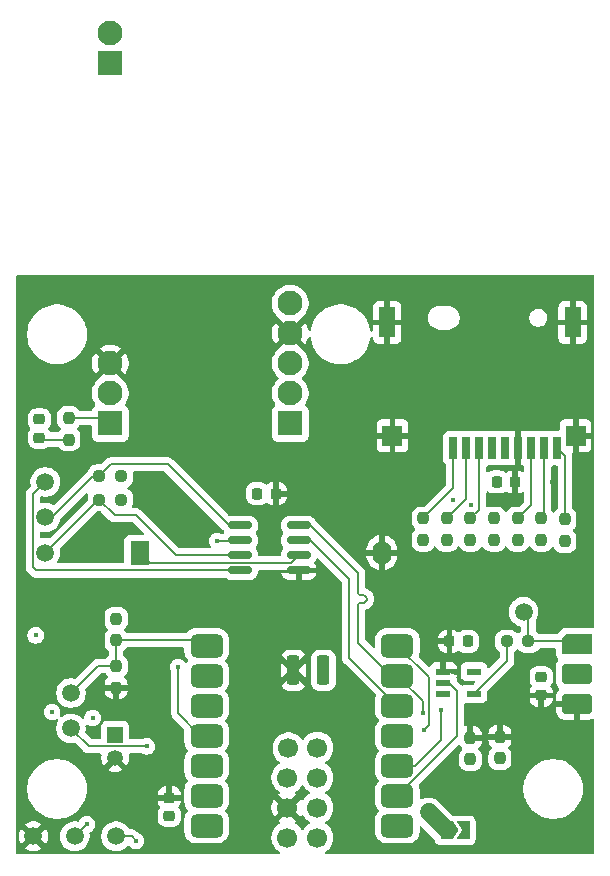
<source format=gtl>
G04 #@! TF.GenerationSoftware,KiCad,Pcbnew,9.0.3*
G04 #@! TF.CreationDate,2025-08-16T00:12:18+02:00*
G04 #@! TF.ProjectId,fw-anwesenheit,66772d61-6e77-4657-9365-6e686569742e,rev?*
G04 #@! TF.SameCoordinates,Original*
G04 #@! TF.FileFunction,Copper,L1,Top*
G04 #@! TF.FilePolarity,Positive*
%FSLAX46Y46*%
G04 Gerber Fmt 4.6, Leading zero omitted, Abs format (unit mm)*
G04 Created by KiCad (PCBNEW 9.0.3) date 2025-08-16 00:12:18*
%MOMM*%
%LPD*%
G01*
G04 APERTURE LIST*
G04 Aperture macros list*
%AMRoundRect*
0 Rectangle with rounded corners*
0 $1 Rounding radius*
0 $2 $3 $4 $5 $6 $7 $8 $9 X,Y pos of 4 corners*
0 Add a 4 corners polygon primitive as box body*
4,1,4,$2,$3,$4,$5,$6,$7,$8,$9,$2,$3,0*
0 Add four circle primitives for the rounded corners*
1,1,$1+$1,$2,$3*
1,1,$1+$1,$4,$5*
1,1,$1+$1,$6,$7*
1,1,$1+$1,$8,$9*
0 Add four rect primitives between the rounded corners*
20,1,$1+$1,$2,$3,$4,$5,0*
20,1,$1+$1,$4,$5,$6,$7,0*
20,1,$1+$1,$6,$7,$8,$9,0*
20,1,$1+$1,$8,$9,$2,$3,0*%
%AMOutline5P*
0 Free polygon, 5 corners , with rotation*
0 The origin of the aperture is its center*
0 number of corners: always 5*
0 $1 to $10 corner X, Y*
0 $11 Rotation angle, in degrees counterclockwise*
0 create outline with 5 corners*
4,1,5,$1,$2,$3,$4,$5,$6,$7,$8,$9,$10,$1,$2,$11*%
%AMOutline6P*
0 Free polygon, 6 corners , with rotation*
0 The origin of the aperture is its center*
0 number of corners: always 6*
0 $1 to $12 corner X, Y*
0 $13 Rotation angle, in degrees counterclockwise*
0 create outline with 6 corners*
4,1,6,$1,$2,$3,$4,$5,$6,$7,$8,$9,$10,$11,$12,$1,$2,$13*%
%AMOutline7P*
0 Free polygon, 7 corners , with rotation*
0 The origin of the aperture is its center*
0 number of corners: always 7*
0 $1 to $14 corner X, Y*
0 $15 Rotation angle, in degrees counterclockwise*
0 create outline with 7 corners*
4,1,7,$1,$2,$3,$4,$5,$6,$7,$8,$9,$10,$11,$12,$13,$14,$1,$2,$15*%
%AMOutline8P*
0 Free polygon, 8 corners , with rotation*
0 The origin of the aperture is its center*
0 number of corners: always 8*
0 $1 to $16 corner X, Y*
0 $17 Rotation angle, in degrees counterclockwise*
0 create outline with 8 corners*
4,1,8,$1,$2,$3,$4,$5,$6,$7,$8,$9,$10,$11,$12,$13,$14,$15,$16,$1,$2,$17*%
%AMFreePoly0*
4,1,6,1.000000,0.000000,0.500000,-0.750000,-0.500000,-0.750000,-0.500000,0.750000,0.500000,0.750000,1.000000,0.000000,1.000000,0.000000,$1*%
%AMFreePoly1*
4,1,6,0.500000,-0.750000,-0.650000,-0.750000,-0.150000,0.000000,-0.650000,0.750000,0.500000,0.750000,0.500000,-0.750000,0.500000,-0.750000,$1*%
G04 Aperture macros list end*
G04 #@! TA.AperFunction,SMDPad,CuDef*
%ADD10RoundRect,0.225000X0.225000X0.250000X-0.225000X0.250000X-0.225000X-0.250000X0.225000X-0.250000X0*%
G04 #@! TD*
G04 #@! TA.AperFunction,SMDPad,CuDef*
%ADD11Outline5P,-1.250000X0.510000X-0.910000X0.850000X1.250000X0.850000X1.250000X-0.850000X-1.250000X-0.850000X0.000000*%
G04 #@! TD*
G04 #@! TA.AperFunction,SMDPad,CuDef*
%ADD12RoundRect,0.170000X-1.080000X-0.680000X1.080000X-0.680000X1.080000X0.680000X-1.080000X0.680000X0*%
G04 #@! TD*
G04 #@! TA.AperFunction,SMDPad,CuDef*
%ADD13RoundRect,0.250000X-1.000000X-0.600000X1.000000X-0.600000X1.000000X0.600000X-1.000000X0.600000X0*%
G04 #@! TD*
G04 #@! TA.AperFunction,SMDPad,CuDef*
%ADD14RoundRect,0.500000X0.875000X0.500000X-0.875000X0.500000X-0.875000X-0.500000X0.875000X-0.500000X0*%
G04 #@! TD*
G04 #@! TA.AperFunction,SMDPad,CuDef*
%ADD15RoundRect,0.275000X0.275000X-0.975000X0.275000X0.975000X-0.275000X0.975000X-0.275000X-0.975000X0*%
G04 #@! TD*
G04 #@! TA.AperFunction,SMDPad,CuDef*
%ADD16C,1.700000*%
G04 #@! TD*
G04 #@! TA.AperFunction,SMDPad,CuDef*
%ADD17C,1.500000*%
G04 #@! TD*
G04 #@! TA.AperFunction,SMDPad,CuDef*
%ADD18RoundRect,0.150000X-0.825000X-0.150000X0.825000X-0.150000X0.825000X0.150000X-0.825000X0.150000X0*%
G04 #@! TD*
G04 #@! TA.AperFunction,SMDPad,CuDef*
%ADD19RoundRect,0.218750X0.256250X-0.218750X0.256250X0.218750X-0.256250X0.218750X-0.256250X-0.218750X0*%
G04 #@! TD*
G04 #@! TA.AperFunction,SMDPad,CuDef*
%ADD20RoundRect,0.237500X0.237500X-0.250000X0.237500X0.250000X-0.237500X0.250000X-0.237500X-0.250000X0*%
G04 #@! TD*
G04 #@! TA.AperFunction,SMDPad,CuDef*
%ADD21RoundRect,0.237500X-0.237500X0.250000X-0.237500X-0.250000X0.237500X-0.250000X0.237500X0.250000X0*%
G04 #@! TD*
G04 #@! TA.AperFunction,ComponentPad*
%ADD22R,1.350000X1.350000*%
G04 #@! TD*
G04 #@! TA.AperFunction,ComponentPad*
%ADD23C,1.350000*%
G04 #@! TD*
G04 #@! TA.AperFunction,SMDPad,CuDef*
%ADD24FreePoly0,0.000000*%
G04 #@! TD*
G04 #@! TA.AperFunction,SMDPad,CuDef*
%ADD25FreePoly1,0.000000*%
G04 #@! TD*
G04 #@! TA.AperFunction,ComponentPad*
%ADD26C,2.100000*%
G04 #@! TD*
G04 #@! TA.AperFunction,ComponentPad*
%ADD27R,2.100000X2.100000*%
G04 #@! TD*
G04 #@! TA.AperFunction,SMDPad,CuDef*
%ADD28RoundRect,0.237500X0.250000X0.237500X-0.250000X0.237500X-0.250000X-0.237500X0.250000X-0.237500X0*%
G04 #@! TD*
G04 #@! TA.AperFunction,SMDPad,CuDef*
%ADD29R,1.270000X0.558800*%
G04 #@! TD*
G04 #@! TA.AperFunction,SMDPad,CuDef*
%ADD30RoundRect,0.225000X-0.225000X-0.250000X0.225000X-0.250000X0.225000X0.250000X-0.225000X0.250000X0*%
G04 #@! TD*
G04 #@! TA.AperFunction,SMDPad,CuDef*
%ADD31RoundRect,0.237500X-0.250000X-0.237500X0.250000X-0.237500X0.250000X0.237500X-0.250000X0.237500X0*%
G04 #@! TD*
G04 #@! TA.AperFunction,SMDPad,CuDef*
%ADD32RoundRect,0.225000X0.250000X-0.225000X0.250000X0.225000X-0.250000X0.225000X-0.250000X-0.225000X0*%
G04 #@! TD*
G04 #@! TA.AperFunction,SMDPad,CuDef*
%ADD33R,0.700000X1.900000*%
G04 #@! TD*
G04 #@! TA.AperFunction,SMDPad,CuDef*
%ADD34R,1.700000X1.800000*%
G04 #@! TD*
G04 #@! TA.AperFunction,SMDPad,CuDef*
%ADD35R,1.400000X2.600000*%
G04 #@! TD*
G04 #@! TA.AperFunction,SMDPad,CuDef*
%ADD36RoundRect,0.225000X-0.250000X0.225000X-0.250000X-0.225000X0.250000X-0.225000X0.250000X0.225000X0*%
G04 #@! TD*
G04 #@! TA.AperFunction,ComponentPad*
%ADD37R,1.600000X2.000000*%
G04 #@! TD*
G04 #@! TA.AperFunction,ComponentPad*
%ADD38O,1.600000X2.000000*%
G04 #@! TD*
G04 #@! TA.AperFunction,ViaPad*
%ADD39C,0.400000*%
G04 #@! TD*
G04 #@! TA.AperFunction,Conductor*
%ADD40C,0.200000*%
G04 #@! TD*
G04 #@! TA.AperFunction,Conductor*
%ADD41C,1.500000*%
G04 #@! TD*
G04 APERTURE END LIST*
D10*
X123775000Y-97500000D03*
X122225000Y-97500000D03*
D11*
X129000000Y-111190000D03*
D12*
X129000000Y-113730000D03*
D13*
X129000000Y-116270000D03*
D14*
X113821600Y-126598500D03*
X113821600Y-124058500D03*
X113821600Y-121518500D03*
X113821600Y-118978500D03*
X113821600Y-116438500D03*
X113821600Y-113898500D03*
X113821600Y-111358500D03*
X97656600Y-111358500D03*
X97656600Y-113898500D03*
X97656600Y-116438500D03*
X97656600Y-118978500D03*
X97656600Y-121518500D03*
X97656600Y-124058500D03*
X97656600Y-126598500D03*
D15*
X107548000Y-113446800D03*
X105008000Y-113446800D03*
D16*
X107040000Y-127620000D03*
X104500000Y-127620000D03*
X107040000Y-125080000D03*
X104500000Y-125080000D03*
X107040000Y-122540000D03*
X104500000Y-122540000D03*
X107040000Y-120000000D03*
X104592600Y-120056800D03*
D17*
X83000000Y-127500000D03*
D18*
X100525000Y-101190000D03*
X100525000Y-102460000D03*
X100525000Y-103730000D03*
X100525000Y-105000000D03*
X105475000Y-105000000D03*
X105475000Y-103730000D03*
X105475000Y-102460000D03*
X105475000Y-101190000D03*
D19*
X83500000Y-93787500D03*
X83500000Y-92212500D03*
D20*
X120000000Y-102412500D03*
X120000000Y-100587500D03*
X122000000Y-102412500D03*
X122000000Y-100587500D03*
D21*
X90000000Y-109087500D03*
X90000000Y-110912500D03*
D10*
X103500000Y-98500000D03*
X101950000Y-98500000D03*
D17*
X84000000Y-103500000D03*
D22*
X89916000Y-118888000D03*
D23*
X89916000Y-120888000D03*
D20*
X116000000Y-102412500D03*
X116000000Y-100587500D03*
D17*
X86175000Y-118373000D03*
D24*
X117983000Y-127000000D03*
D25*
X119433000Y-127000000D03*
D26*
X89500000Y-59520000D03*
D27*
X89500000Y-62060000D03*
D26*
X104740000Y-87460000D03*
X104740000Y-84920000D03*
X89500000Y-87460000D03*
D27*
X89500000Y-92540000D03*
D26*
X104740000Y-90000000D03*
D27*
X104740000Y-92540000D03*
D26*
X104740000Y-82380000D03*
X89500000Y-90000000D03*
D28*
X90412500Y-97000000D03*
X88587500Y-97000000D03*
X90412500Y-99000000D03*
X88587500Y-99000000D03*
D29*
X117704600Y-113560200D03*
X117704600Y-114500000D03*
X117704600Y-115439800D03*
X120295400Y-115439800D03*
X120295400Y-113560200D03*
D30*
X118225000Y-111000000D03*
X119775000Y-111000000D03*
D21*
X86000000Y-92087500D03*
X86000000Y-93912500D03*
D31*
X123087500Y-111000000D03*
X124912500Y-111000000D03*
D20*
X124000000Y-102412500D03*
X124000000Y-100587500D03*
D17*
X84000000Y-100500000D03*
X86500000Y-127500000D03*
X90000000Y-127500000D03*
D20*
X128000000Y-102500000D03*
X128000000Y-100675000D03*
D17*
X124500000Y-108500000D03*
D20*
X118000000Y-102412500D03*
X118000000Y-100587500D03*
D32*
X125984000Y-115583000D03*
X125984000Y-114033000D03*
D20*
X122500000Y-120912500D03*
X122500000Y-119087500D03*
D21*
X90000000Y-113087500D03*
X90000000Y-114912500D03*
D17*
X84000000Y-97500000D03*
D33*
X118550000Y-94650000D03*
X119650000Y-94650000D03*
X120750000Y-94650000D03*
X121850000Y-94650000D03*
X122950000Y-94650000D03*
X124050000Y-94650000D03*
X125150000Y-94650000D03*
X126250000Y-94650000D03*
X127350000Y-94650000D03*
D34*
X128900000Y-93600000D03*
X113400000Y-93600000D03*
D35*
X128650000Y-84000000D03*
X112950000Y-84000000D03*
D20*
X126000000Y-102412500D03*
X126000000Y-100587500D03*
D17*
X86175000Y-115373000D03*
D20*
X120000000Y-121000000D03*
X120000000Y-119175000D03*
D36*
X94500000Y-124225000D03*
X94500000Y-125775000D03*
D37*
X92000000Y-103500000D03*
D38*
X112500000Y-103500000D03*
D39*
X115443000Y-91821000D03*
X110490000Y-115189000D03*
X126873000Y-97536000D03*
X120015000Y-99441000D03*
X118491000Y-99060000D03*
X95631000Y-100965000D03*
X92710000Y-98044000D03*
X86487000Y-99822000D03*
X88519000Y-103124000D03*
X117475000Y-116840000D03*
X117704600Y-115443000D03*
X90000000Y-114912500D03*
X118237000Y-110998000D03*
X112903000Y-83947000D03*
X122529600Y-126949200D03*
X98552000Y-124079000D03*
X124079000Y-94234000D03*
X123825000Y-97536000D03*
X104521000Y-125095000D03*
X98552000Y-124714000D03*
X129794000Y-115824000D03*
X122174000Y-127381000D03*
X83950000Y-112960000D03*
X113411000Y-93853000D03*
X97663000Y-123444000D03*
X125984000Y-115570000D03*
X129000000Y-116270000D03*
X128270000Y-116713000D03*
X122174000Y-126619000D03*
X84328000Y-126873000D03*
X117704600Y-113560200D03*
X103505000Y-98552000D03*
X122936000Y-126619000D03*
X128905000Y-93599000D03*
X122936000Y-127381000D03*
X96774000Y-123444000D03*
X129794000Y-116713000D03*
X98552000Y-123444000D03*
X128651000Y-83947000D03*
X105029000Y-113411000D03*
X96774000Y-124079000D03*
X105029000Y-112522000D03*
X120015000Y-119253000D03*
X105475000Y-105000000D03*
X128270000Y-115824000D03*
X124079000Y-94996000D03*
X97663000Y-124714000D03*
X97663000Y-124079000D03*
X122500000Y-119087500D03*
X96774000Y-124714000D03*
X128219200Y-114198400D03*
X98602800Y-127203200D03*
X128219200Y-113284000D03*
X97688400Y-127203200D03*
X129641600Y-113334800D03*
X120294400Y-113588800D03*
X96926400Y-126644400D03*
X94488000Y-125730000D03*
X98602800Y-126085600D03*
X87505500Y-126494500D03*
X129641600Y-114249200D03*
X98602800Y-126644400D03*
X119761000Y-110998000D03*
X97688400Y-126085600D03*
X97688400Y-126644400D03*
X125984000Y-114046000D03*
X128981200Y-113741200D03*
X96926400Y-127203200D03*
X96926400Y-126085600D03*
X104267000Y-120396000D03*
X98552000Y-102489000D03*
X83500000Y-92212500D03*
X126000000Y-102412500D03*
X102108000Y-98552000D03*
X120000000Y-121000000D03*
X90412500Y-99000000D03*
X121920000Y-95123000D03*
X118000000Y-102412500D03*
X104902000Y-120396000D03*
X122000000Y-102412500D03*
X97663000Y-120904000D03*
X121920000Y-94234000D03*
X104902000Y-119761000D03*
X98552000Y-121539000D03*
X104267000Y-119761000D03*
X122174000Y-97536000D03*
X128000000Y-102500000D03*
X97663000Y-122174000D03*
X97663000Y-121539000D03*
X98552000Y-122174000D03*
X116000000Y-102412500D03*
X83185000Y-110490000D03*
X90412500Y-97000000D03*
X124000000Y-102412500D03*
X120000000Y-102412500D03*
X98552000Y-120904000D03*
X96774000Y-122174000D03*
X122500000Y-120912500D03*
X96774000Y-121539000D03*
X91694000Y-127889000D03*
X96774000Y-120904000D03*
X119634000Y-126492000D03*
X119634000Y-127000000D03*
X119634000Y-127508000D03*
X107823000Y-114300000D03*
X116332000Y-125984000D03*
X107315000Y-114300000D03*
X107315000Y-113665000D03*
X107823000Y-112903000D03*
X116967000Y-125349000D03*
X107315000Y-112903000D03*
X116459000Y-125476000D03*
X107823000Y-113665000D03*
X90000000Y-109087500D03*
X127350000Y-94650000D03*
X113792000Y-126746000D03*
X97663000Y-116332000D03*
X125150000Y-94650000D03*
X122936000Y-94650000D03*
X97663000Y-114046000D03*
X122000000Y-100587500D03*
X95250000Y-113157000D03*
X120750000Y-94650000D03*
X119650000Y-94650000D03*
X112903000Y-118491000D03*
X92583000Y-119888000D03*
X116078000Y-118491000D03*
X115951000Y-117094000D03*
X88011000Y-117475000D03*
X113821600Y-116438500D03*
X84582000Y-116967000D03*
X118550000Y-94650000D03*
X126250000Y-94650000D03*
D40*
X88039000Y-97000000D02*
X88587500Y-97000000D01*
X84000000Y-100500000D02*
X84539000Y-100500000D01*
X84539000Y-100500000D02*
X88039000Y-97000000D01*
X126250000Y-100337500D02*
X126000000Y-100587500D01*
X126250000Y-94650000D02*
X126250000Y-100337500D01*
X88460500Y-113087500D02*
X90000000Y-113087500D01*
X86175000Y-115373000D02*
X88460500Y-113087500D01*
X117475000Y-119380000D02*
X117475000Y-116840000D01*
X115336500Y-121518500D02*
X117475000Y-119380000D01*
X113821600Y-121518500D02*
X115336500Y-121518500D01*
X84328000Y-126873000D02*
X83627000Y-126873000D01*
X83627000Y-126873000D02*
X83000000Y-127500000D01*
X87505500Y-126494500D02*
X86500000Y-127500000D01*
X91305000Y-127500000D02*
X91694000Y-127889000D01*
X98552000Y-102489000D02*
X100496000Y-102489000D01*
X100496000Y-102489000D02*
X100525000Y-102460000D01*
X90000000Y-127500000D02*
X91305000Y-127500000D01*
X104806000Y-104399000D02*
X105475000Y-103730000D01*
X92000000Y-103500000D02*
X92899000Y-104399000D01*
X92899000Y-104399000D02*
X104806000Y-104399000D01*
D41*
X117983000Y-127000000D02*
X116459000Y-125476000D01*
D40*
X123087500Y-111000000D02*
X123087500Y-112647700D01*
X123087500Y-112647700D02*
X120295400Y-115439800D01*
X124912500Y-111000000D02*
X124912500Y-108912500D01*
X124912500Y-108912500D02*
X124500000Y-108500000D01*
X124912500Y-111000000D02*
X128810000Y-111000000D01*
X128810000Y-111000000D02*
X129000000Y-111190000D01*
X90000000Y-113087500D02*
X90000000Y-110912500D01*
X90000000Y-110912500D02*
X97210600Y-110912500D01*
X97210600Y-110912500D02*
X97656600Y-111358500D01*
X100525000Y-101190000D02*
X99539000Y-101190000D01*
X99539000Y-101190000D02*
X94361000Y-96012000D01*
X94361000Y-96012000D02*
X89575500Y-96012000D01*
X89575500Y-96012000D02*
X88587500Y-97000000D01*
X91694000Y-100330000D02*
X89917500Y-100330000D01*
X84000000Y-103500000D02*
X88500000Y-99000000D01*
X88500000Y-99000000D02*
X88587500Y-99000000D01*
X100525000Y-103730000D02*
X95094000Y-103730000D01*
X95094000Y-103730000D02*
X91694000Y-100330000D01*
X89917500Y-100330000D02*
X88587500Y-99000000D01*
X128000000Y-95300000D02*
X127350000Y-94650000D01*
X128000000Y-100675000D02*
X128000000Y-95300000D01*
X125150000Y-99437500D02*
X124000000Y-100587500D01*
X125150000Y-94650000D02*
X125150000Y-99437500D01*
X97134500Y-118978500D02*
X95250000Y-117094000D01*
X97656600Y-118978500D02*
X97134500Y-118978500D01*
X95250000Y-117094000D02*
X95250000Y-113157000D01*
X120750000Y-99837500D02*
X120000000Y-100587500D01*
X120750000Y-94650000D02*
X120750000Y-99837500D01*
X119650000Y-98937500D02*
X118000000Y-100587500D01*
X119650000Y-94650000D02*
X119650000Y-98937500D01*
X83625000Y-93912500D02*
X83500000Y-93787500D01*
X86000000Y-93912500D02*
X83625000Y-93912500D01*
X116459000Y-118110000D02*
X116459000Y-113995900D01*
X116459000Y-113995900D02*
X113821600Y-111358500D01*
X116078000Y-118491000D02*
X116459000Y-118110000D01*
X87690000Y-119888000D02*
X92583000Y-119888000D01*
X86302000Y-118500000D02*
X87690000Y-119888000D01*
X110490000Y-111125000D02*
X110490000Y-107954819D01*
X113821600Y-113898500D02*
X113263500Y-113898500D01*
X106449999Y-101190000D02*
X110490000Y-105230001D01*
X110730000Y-107714819D02*
X110979491Y-107714819D01*
X106449999Y-101190000D02*
X105475000Y-101190000D01*
X110979491Y-107114819D02*
X110730000Y-107114819D01*
X115951000Y-116027900D02*
X113821600Y-113898500D01*
X110490000Y-106874819D02*
X110490000Y-105230001D01*
X113263500Y-113898500D02*
X110490000Y-111125000D01*
X111219491Y-107474819D02*
X111219491Y-107354819D01*
X115951000Y-117094000D02*
X115951000Y-116027900D01*
X111219491Y-107354819D02*
G75*
G03*
X110979491Y-107114809I-239991J19D01*
G01*
X110490000Y-107954819D02*
G75*
G02*
X110730000Y-107714800I240000J19D01*
G01*
X110730000Y-107114819D02*
G75*
G02*
X110489981Y-106874819I0J240019D01*
G01*
X110979491Y-107714819D02*
G75*
G03*
X111219519Y-107474819I9J240019D01*
G01*
X106449999Y-102460000D02*
X105475000Y-102460000D01*
X113771500Y-116438500D02*
X109728000Y-112395000D01*
X109728000Y-112395000D02*
X109728000Y-105738001D01*
X109728000Y-105738001D02*
X106449999Y-102460000D01*
X113821600Y-116438500D02*
X113771500Y-116438500D01*
X100525000Y-105000000D02*
X83214000Y-105000000D01*
X82949000Y-104735000D02*
X82949000Y-98551000D01*
X83214000Y-105000000D02*
X82949000Y-104735000D01*
X82949000Y-98551000D02*
X84000000Y-97500000D01*
X118550000Y-94650000D02*
X118550000Y-98037500D01*
X118550000Y-98037500D02*
X116000000Y-100587500D01*
X86000000Y-92087500D02*
X89047500Y-92087500D01*
X89047500Y-92087500D02*
X89500000Y-92540000D01*
X118183000Y-114500000D02*
X117704600Y-114500000D01*
X118872000Y-115189000D02*
X118183000Y-114500000D01*
X113821600Y-124058500D02*
X118872000Y-119008100D01*
X118872000Y-119008100D02*
X118872000Y-115189000D01*
G04 #@! TA.AperFunction,Conductor*
G36*
X127342539Y-96120184D02*
G01*
X127388294Y-96172988D01*
X127399500Y-96224499D01*
X127399500Y-99712598D01*
X127379815Y-99779637D01*
X127340598Y-99818136D01*
X127301650Y-99842159D01*
X127179660Y-99964149D01*
X127179657Y-99964153D01*
X127131585Y-100042090D01*
X127129064Y-100044356D01*
X127127998Y-100047576D01*
X127103274Y-100067553D01*
X127079637Y-100088815D01*
X127076289Y-100089359D01*
X127073653Y-100091490D01*
X127042053Y-100094930D01*
X127010674Y-100100036D01*
X127007564Y-100098685D01*
X127004194Y-100099052D01*
X126975750Y-100084861D01*
X126946593Y-100072193D01*
X126943806Y-100068925D01*
X126941673Y-100067861D01*
X126934507Y-100058019D01*
X126919490Y-100040409D01*
X126912780Y-100029135D01*
X126910908Y-100023484D01*
X126868461Y-99954667D01*
X126867943Y-99953796D01*
X126862781Y-99933687D01*
X126850500Y-99890380D01*
X126850500Y-96224499D01*
X126870185Y-96157460D01*
X126922989Y-96111705D01*
X126974495Y-96100499D01*
X127275500Y-96100499D01*
X127342539Y-96120184D01*
G37*
G04 #@! TD.AperFunction*
G04 #@! TA.AperFunction,Conductor*
G36*
X130442539Y-80020185D02*
G01*
X130488294Y-80072989D01*
X130499500Y-80124500D01*
X130499500Y-109723131D01*
X130479815Y-109790170D01*
X130427011Y-109835925D01*
X130362246Y-109846421D01*
X130353875Y-109845521D01*
X130297873Y-109839500D01*
X130297866Y-109839499D01*
X130297864Y-109839499D01*
X128049025Y-109839499D01*
X127964953Y-109850059D01*
X127964949Y-109850060D01*
X127831984Y-109905136D01*
X127765065Y-109957121D01*
X127765059Y-109957126D01*
X127367115Y-110355070D01*
X127364944Y-110357532D01*
X127305833Y-110394783D01*
X127271957Y-110399500D01*
X125874901Y-110399500D01*
X125807862Y-110379815D01*
X125769362Y-110340596D01*
X125745340Y-110301650D01*
X125623349Y-110179659D01*
X125571902Y-110147926D01*
X125525178Y-110095978D01*
X125513000Y-110042388D01*
X125513000Y-109273493D01*
X125532685Y-109206454D01*
X125536683Y-109200607D01*
X125569521Y-109155409D01*
X125569520Y-109155409D01*
X125569524Y-109155405D01*
X125658884Y-108980025D01*
X125719709Y-108792826D01*
X125736431Y-108687247D01*
X125750500Y-108598422D01*
X125750500Y-108401577D01*
X125719709Y-108207173D01*
X125691487Y-108120317D01*
X125658884Y-108019975D01*
X125658882Y-108019972D01*
X125658882Y-108019970D01*
X125569523Y-107844594D01*
X125453828Y-107685354D01*
X125314646Y-107546172D01*
X125155405Y-107430476D01*
X124980029Y-107341117D01*
X124792826Y-107280290D01*
X124598422Y-107249500D01*
X124598417Y-107249500D01*
X124401583Y-107249500D01*
X124401578Y-107249500D01*
X124207173Y-107280290D01*
X124019970Y-107341117D01*
X123844594Y-107430476D01*
X123753741Y-107496485D01*
X123685354Y-107546172D01*
X123685352Y-107546174D01*
X123685351Y-107546174D01*
X123546174Y-107685351D01*
X123546174Y-107685352D01*
X123546172Y-107685354D01*
X123520988Y-107720017D01*
X123430476Y-107844594D01*
X123341117Y-108019970D01*
X123280290Y-108207173D01*
X123249500Y-108401577D01*
X123249500Y-108598422D01*
X123280290Y-108792826D01*
X123341117Y-108980029D01*
X123430476Y-109155405D01*
X123546172Y-109314646D01*
X123685354Y-109453828D01*
X123844595Y-109569524D01*
X123927455Y-109611743D01*
X124019970Y-109658882D01*
X124019972Y-109658882D01*
X124019975Y-109658884D01*
X124207168Y-109719707D01*
X124207169Y-109719707D01*
X124207174Y-109719709D01*
X124207389Y-109719743D01*
X124207463Y-109719778D01*
X124211900Y-109720843D01*
X124211676Y-109721774D01*
X124238171Y-109734332D01*
X124269203Y-109748504D01*
X124269698Y-109749274D01*
X124270524Y-109749666D01*
X124288535Y-109778586D01*
X124306977Y-109807282D01*
X124307148Y-109808471D01*
X124307461Y-109808974D01*
X124312000Y-109842217D01*
X124312000Y-110042388D01*
X124292315Y-110109427D01*
X124253098Y-110147926D01*
X124201650Y-110179659D01*
X124201649Y-110179660D01*
X124087681Y-110293629D01*
X124026358Y-110327114D01*
X123956666Y-110322130D01*
X123912319Y-110293629D01*
X123798351Y-110179661D01*
X123798350Y-110179660D01*
X123651516Y-110089092D01*
X123487753Y-110034826D01*
X123487751Y-110034825D01*
X123386678Y-110024500D01*
X122788330Y-110024500D01*
X122788312Y-110024501D01*
X122687247Y-110034825D01*
X122523484Y-110089092D01*
X122523481Y-110089093D01*
X122376648Y-110179661D01*
X122254661Y-110301648D01*
X122164093Y-110448481D01*
X122164092Y-110448484D01*
X122109826Y-110612247D01*
X122109826Y-110612248D01*
X122109825Y-110612248D01*
X122099500Y-110713315D01*
X122099500Y-111286669D01*
X122099501Y-111286687D01*
X122109825Y-111387752D01*
X122139239Y-111476515D01*
X122162031Y-111545297D01*
X122164092Y-111551515D01*
X122164093Y-111551518D01*
X122176667Y-111571904D01*
X122254660Y-111698350D01*
X122376650Y-111820340D01*
X122428097Y-111852072D01*
X122474821Y-111904017D01*
X122487000Y-111957610D01*
X122487000Y-112347602D01*
X122467315Y-112414641D01*
X122450681Y-112435283D01*
X121635729Y-113250234D01*
X121574406Y-113283719D01*
X121504714Y-113278735D01*
X121448781Y-113236863D01*
X121426711Y-113180765D01*
X121426276Y-113180868D01*
X121425560Y-113177840D01*
X121424757Y-113175800D01*
X121424491Y-113173317D01*
X121394404Y-113092650D01*
X121374197Y-113038471D01*
X121374193Y-113038464D01*
X121287947Y-112923255D01*
X121287944Y-112923252D01*
X121172735Y-112837006D01*
X121172728Y-112837002D01*
X121037882Y-112786708D01*
X121037883Y-112786708D01*
X120978283Y-112780301D01*
X120978281Y-112780300D01*
X120978273Y-112780300D01*
X120978264Y-112780300D01*
X119612529Y-112780300D01*
X119612523Y-112780301D01*
X119552916Y-112786708D01*
X119418071Y-112837002D01*
X119418064Y-112837006D01*
X119302855Y-112923252D01*
X119302852Y-112923255D01*
X119216606Y-113038464D01*
X119216602Y-113038471D01*
X119176497Y-113146001D01*
X119166309Y-113173317D01*
X119159900Y-113232927D01*
X119159900Y-113232934D01*
X119159900Y-113232935D01*
X119159900Y-113887470D01*
X119159901Y-113887476D01*
X119166308Y-113947083D01*
X119216602Y-114081928D01*
X119216606Y-114081935D01*
X119302852Y-114197144D01*
X119302855Y-114197147D01*
X119418064Y-114283393D01*
X119418071Y-114283397D01*
X119552917Y-114333691D01*
X119552916Y-114333691D01*
X119559844Y-114334435D01*
X119612527Y-114340100D01*
X120246503Y-114340099D01*
X120267748Y-114346337D01*
X120289836Y-114347917D01*
X120300618Y-114355988D01*
X120313541Y-114359783D01*
X120328042Y-114376519D01*
X120345769Y-114389789D01*
X120350475Y-114402407D01*
X120359296Y-114412587D01*
X120362447Y-114434505D01*
X120370186Y-114455253D01*
X120367323Y-114468413D01*
X120369240Y-114481746D01*
X120360040Y-114501889D01*
X120355334Y-114523526D01*
X120342065Y-114541251D01*
X120340215Y-114545302D01*
X120334183Y-114551780D01*
X120262382Y-114623581D01*
X120201059Y-114657066D01*
X120174701Y-114659900D01*
X119612529Y-114659900D01*
X119612523Y-114659901D01*
X119552916Y-114666308D01*
X119418071Y-114716602D01*
X119418063Y-114716607D01*
X119407316Y-114724651D01*
X119407315Y-114724653D01*
X119407313Y-114724653D01*
X119407298Y-114724665D01*
X119375071Y-114736683D01*
X119341853Y-114749077D01*
X119341843Y-114749074D01*
X119341832Y-114749079D01*
X119306403Y-114741369D01*
X119273578Y-114734233D01*
X119273566Y-114734224D01*
X119273560Y-114734223D01*
X119245322Y-114713085D01*
X119236384Y-114704149D01*
X119236383Y-114704147D01*
X119236374Y-114704139D01*
X118876418Y-114344183D01*
X118842933Y-114282860D01*
X118840099Y-114256502D01*
X118840099Y-114172729D01*
X118840098Y-114172723D01*
X118840056Y-114172333D01*
X118833691Y-114113117D01*
X118818622Y-114072717D01*
X118813639Y-114003027D01*
X118818624Y-113986049D01*
X118833198Y-113946976D01*
X118839599Y-113887444D01*
X118839600Y-113887427D01*
X118839600Y-113810200D01*
X118667814Y-113810200D01*
X118600775Y-113790515D01*
X118593502Y-113785466D01*
X118581931Y-113776804D01*
X118581928Y-113776802D01*
X118447082Y-113726508D01*
X118447083Y-113726508D01*
X118387483Y-113720101D01*
X118387481Y-113720100D01*
X118387473Y-113720100D01*
X118387465Y-113720100D01*
X117828600Y-113720100D01*
X117761561Y-113700415D01*
X117715806Y-113647611D01*
X117704600Y-113596100D01*
X117704600Y-113560200D01*
X117578600Y-113560200D01*
X117511561Y-113540515D01*
X117465806Y-113487711D01*
X117454600Y-113436200D01*
X117454600Y-113310200D01*
X117954600Y-113310200D01*
X118839600Y-113310200D01*
X118839600Y-113232972D01*
X118839599Y-113232955D01*
X118833198Y-113173427D01*
X118833196Y-113173420D01*
X118782954Y-113038713D01*
X118782950Y-113038706D01*
X118696790Y-112923612D01*
X118696787Y-112923609D01*
X118581693Y-112837449D01*
X118581686Y-112837445D01*
X118446979Y-112787203D01*
X118446972Y-112787201D01*
X118387444Y-112780800D01*
X117954600Y-112780800D01*
X117954600Y-113310200D01*
X117454600Y-113310200D01*
X117454600Y-112780800D01*
X117021755Y-112780800D01*
X116962227Y-112787201D01*
X116962220Y-112787203D01*
X116827513Y-112837445D01*
X116827506Y-112837449D01*
X116712412Y-112923609D01*
X116712409Y-112923612D01*
X116626249Y-113038706D01*
X116626246Y-113038712D01*
X116618913Y-113058372D01*
X116577040Y-113114304D01*
X116511575Y-113138719D01*
X116443302Y-113123866D01*
X116415051Y-113102716D01*
X115662852Y-112350517D01*
X115629367Y-112289194D01*
X115631317Y-112228724D01*
X115686486Y-112035918D01*
X115697100Y-111916537D01*
X115697099Y-111298322D01*
X117275001Y-111298322D01*
X117285144Y-111397607D01*
X117338452Y-111558481D01*
X117338457Y-111558492D01*
X117427424Y-111702728D01*
X117427427Y-111702732D01*
X117547267Y-111822572D01*
X117547271Y-111822575D01*
X117691507Y-111911542D01*
X117691518Y-111911547D01*
X117852393Y-111964855D01*
X117951683Y-111974999D01*
X117975000Y-111974998D01*
X117975000Y-111250000D01*
X117275001Y-111250000D01*
X117275001Y-111298322D01*
X115697099Y-111298322D01*
X115697099Y-110800464D01*
X115688317Y-110701677D01*
X117275000Y-110701677D01*
X117275000Y-110750000D01*
X117975000Y-110750000D01*
X117975000Y-110025000D01*
X118475000Y-110025000D01*
X118475000Y-111974999D01*
X118498308Y-111974999D01*
X118498322Y-111974998D01*
X118597607Y-111964855D01*
X118758481Y-111911547D01*
X118758492Y-111911542D01*
X118902731Y-111822573D01*
X118911959Y-111813345D01*
X118973279Y-111779856D01*
X119042971Y-111784835D01*
X119087327Y-111813339D01*
X119096955Y-111822967D01*
X119096959Y-111822970D01*
X119241294Y-111911998D01*
X119241297Y-111911999D01*
X119241303Y-111912003D01*
X119402292Y-111965349D01*
X119501655Y-111975500D01*
X120048344Y-111975499D01*
X120048352Y-111975498D01*
X120048355Y-111975498D01*
X120102760Y-111969940D01*
X120147708Y-111965349D01*
X120308697Y-111912003D01*
X120453044Y-111822968D01*
X120572968Y-111703044D01*
X120662003Y-111558697D01*
X120715349Y-111397708D01*
X120725500Y-111298345D01*
X120725499Y-110701656D01*
X120724750Y-110694328D01*
X120715349Y-110602292D01*
X120715348Y-110602289D01*
X120701001Y-110558993D01*
X120662003Y-110441303D01*
X120661999Y-110441297D01*
X120661998Y-110441294D01*
X120572970Y-110296959D01*
X120572967Y-110296955D01*
X120453044Y-110177032D01*
X120453040Y-110177029D01*
X120308705Y-110088001D01*
X120308699Y-110087998D01*
X120308697Y-110087997D01*
X120288755Y-110081389D01*
X120147709Y-110034651D01*
X120048346Y-110024500D01*
X119501662Y-110024500D01*
X119501644Y-110024501D01*
X119402292Y-110034650D01*
X119402289Y-110034651D01*
X119241305Y-110087996D01*
X119241294Y-110088001D01*
X119096959Y-110177029D01*
X119096953Y-110177033D01*
X119087324Y-110186663D01*
X119026000Y-110220146D01*
X118956308Y-110215159D01*
X118911965Y-110186660D01*
X118902732Y-110177427D01*
X118902728Y-110177424D01*
X118758492Y-110088457D01*
X118758481Y-110088452D01*
X118597606Y-110035144D01*
X118498322Y-110025000D01*
X118475000Y-110025000D01*
X117975000Y-110025000D01*
X117975000Y-110024999D01*
X117951693Y-110025000D01*
X117951674Y-110025001D01*
X117852392Y-110035144D01*
X117691518Y-110088452D01*
X117691507Y-110088457D01*
X117547271Y-110177424D01*
X117547267Y-110177427D01*
X117427427Y-110297267D01*
X117427424Y-110297271D01*
X117338457Y-110441507D01*
X117338452Y-110441518D01*
X117285144Y-110602393D01*
X117275000Y-110701677D01*
X115688317Y-110701677D01*
X115686486Y-110681082D01*
X115630509Y-110485451D01*
X115536298Y-110305093D01*
X115462967Y-110215159D01*
X115407709Y-110147390D01*
X115269659Y-110034826D01*
X115250007Y-110018802D01*
X115069649Y-109924591D01*
X115069648Y-109924590D01*
X115069645Y-109924589D01*
X114952429Y-109891050D01*
X114874018Y-109868614D01*
X114874015Y-109868613D01*
X114874013Y-109868613D01*
X114807702Y-109862717D01*
X114754637Y-109858000D01*
X114754632Y-109858000D01*
X112888571Y-109858000D01*
X112888565Y-109858000D01*
X112888564Y-109858001D01*
X112876916Y-109859036D01*
X112769184Y-109868613D01*
X112573554Y-109924589D01*
X112512146Y-109956666D01*
X112393193Y-110018802D01*
X112393191Y-110018803D01*
X112393190Y-110018804D01*
X112235490Y-110147390D01*
X112109711Y-110301648D01*
X112106902Y-110305093D01*
X112080797Y-110355069D01*
X112012689Y-110485454D01*
X111956714Y-110681083D01*
X111956713Y-110681086D01*
X111946100Y-110800466D01*
X111946100Y-111432503D01*
X111926415Y-111499542D01*
X111873611Y-111545297D01*
X111804453Y-111555241D01*
X111740897Y-111526216D01*
X111734419Y-111520184D01*
X111126819Y-110912584D01*
X111093334Y-110851261D01*
X111090500Y-110824903D01*
X111090500Y-108411444D01*
X111110185Y-108344405D01*
X111162989Y-108298650D01*
X111190307Y-108289827D01*
X111224626Y-108283003D01*
X111377584Y-108219654D01*
X111515246Y-108127682D01*
X111632320Y-108010622D01*
X111632321Y-108010619D01*
X111632326Y-108010614D01*
X111724303Y-107872977D01*
X111724303Y-107872976D01*
X111724307Y-107872971D01*
X111787674Y-107720020D01*
X111819985Y-107557646D01*
X111819985Y-107553897D01*
X111819991Y-107553876D01*
X111819991Y-107474299D01*
X111819996Y-107401953D01*
X111819995Y-107401951D01*
X111819996Y-107394757D01*
X111819991Y-107394653D01*
X111819991Y-107272116D01*
X111819988Y-107272086D01*
X111787695Y-107109684D01*
X111773349Y-107075046D01*
X111724342Y-106956715D01*
X111632360Y-106819043D01*
X111515284Y-106701963D01*
X111377616Y-106609975D01*
X111377613Y-106609973D01*
X111377612Y-106609973D01*
X111377611Y-106609972D01*
X111224654Y-106546616D01*
X111224649Y-106546615D01*
X111224647Y-106546614D01*
X111190308Y-106539784D01*
X111128399Y-106507400D01*
X111093824Y-106446685D01*
X111090500Y-106418167D01*
X111090500Y-105150944D01*
X111090499Y-105150940D01*
X111077846Y-105103717D01*
X111065184Y-105056461D01*
X111049577Y-104998216D01*
X111004963Y-104920943D01*
X110970520Y-104861285D01*
X110858716Y-104749481D01*
X110858715Y-104749480D01*
X110854385Y-104745150D01*
X110854374Y-104745140D01*
X109306916Y-103197682D01*
X111200000Y-103197682D01*
X111200000Y-103250000D01*
X112153590Y-103250000D01*
X112103963Y-103335956D01*
X112075000Y-103444048D01*
X112075000Y-103555952D01*
X112103963Y-103664044D01*
X112153590Y-103750000D01*
X111200000Y-103750000D01*
X111200000Y-103802317D01*
X111232009Y-104004417D01*
X111295244Y-104199031D01*
X111388140Y-104381349D01*
X111508417Y-104546894D01*
X111508417Y-104546895D01*
X111653104Y-104691582D01*
X111818650Y-104811859D01*
X112000968Y-104904754D01*
X112195578Y-104967988D01*
X112250000Y-104976607D01*
X112250000Y-103846409D01*
X112335956Y-103896037D01*
X112444048Y-103925000D01*
X112555952Y-103925000D01*
X112664044Y-103896037D01*
X112750000Y-103846409D01*
X112750000Y-104976606D01*
X112804421Y-104967988D01*
X112999031Y-104904754D01*
X113181349Y-104811859D01*
X113346894Y-104691582D01*
X113346895Y-104691582D01*
X113491582Y-104546895D01*
X113491582Y-104546894D01*
X113611859Y-104381349D01*
X113704755Y-104199031D01*
X113767990Y-104004417D01*
X113800000Y-103802317D01*
X113800000Y-103750000D01*
X112846410Y-103750000D01*
X112896037Y-103664044D01*
X112925000Y-103555952D01*
X112925000Y-103444048D01*
X112896037Y-103335956D01*
X112846410Y-103250000D01*
X113800000Y-103250000D01*
X113800000Y-103197682D01*
X113767990Y-102995582D01*
X113704755Y-102800968D01*
X113611859Y-102618650D01*
X113491582Y-102453105D01*
X113491582Y-102453104D01*
X113346895Y-102308417D01*
X113181349Y-102188140D01*
X112999029Y-102095244D01*
X112804413Y-102032009D01*
X112750000Y-102023390D01*
X112750000Y-103153590D01*
X112664044Y-103103963D01*
X112555952Y-103075000D01*
X112444048Y-103075000D01*
X112335956Y-103103963D01*
X112250000Y-103153590D01*
X112250000Y-102023390D01*
X112195586Y-102032009D01*
X112000970Y-102095244D01*
X111818650Y-102188140D01*
X111653105Y-102308417D01*
X111653104Y-102308417D01*
X111508417Y-102453104D01*
X111508417Y-102453105D01*
X111388140Y-102618650D01*
X111295244Y-102800968D01*
X111232009Y-102995582D01*
X111200000Y-103197682D01*
X109306916Y-103197682D01*
X106937589Y-100828355D01*
X106930520Y-100821286D01*
X106930519Y-100821284D01*
X106928309Y-100819074D01*
X106928301Y-100819059D01*
X106905955Y-100786175D01*
X106905716Y-100786317D01*
X106903460Y-100782503D01*
X106902189Y-100780632D01*
X106901745Y-100779606D01*
X106901744Y-100779602D01*
X106853908Y-100698716D01*
X106818083Y-100638138D01*
X106818076Y-100638129D01*
X106701870Y-100521923D01*
X106701862Y-100521917D01*
X106599255Y-100461236D01*
X106560398Y-100438256D01*
X106560397Y-100438255D01*
X106560396Y-100438255D01*
X106560393Y-100438254D01*
X106443324Y-100404242D01*
X106402573Y-100392402D01*
X106402567Y-100392401D01*
X106365701Y-100389500D01*
X106365694Y-100389500D01*
X104584306Y-100389500D01*
X104584298Y-100389500D01*
X104547432Y-100392401D01*
X104547426Y-100392402D01*
X104389606Y-100438254D01*
X104389603Y-100438255D01*
X104248137Y-100521917D01*
X104248129Y-100521923D01*
X104131923Y-100638129D01*
X104131917Y-100638137D01*
X104048255Y-100779603D01*
X104048254Y-100779606D01*
X104002402Y-100937426D01*
X104002401Y-100937432D01*
X103999500Y-100974298D01*
X103999500Y-101405701D01*
X104002401Y-101442567D01*
X104002402Y-101442573D01*
X104048254Y-101600393D01*
X104048255Y-101600396D01*
X104131917Y-101741862D01*
X104136702Y-101748031D01*
X104134256Y-101749927D01*
X104160857Y-101798642D01*
X104155873Y-101868334D01*
X104135069Y-101900703D01*
X104136702Y-101901969D01*
X104131917Y-101908137D01*
X104048255Y-102049603D01*
X104048254Y-102049606D01*
X104002402Y-102207426D01*
X104002401Y-102207432D01*
X103999500Y-102244298D01*
X103999500Y-102675701D01*
X104002401Y-102712567D01*
X104002402Y-102712573D01*
X104048254Y-102870393D01*
X104048255Y-102870396D01*
X104131917Y-103011862D01*
X104136702Y-103018031D01*
X104134256Y-103019927D01*
X104160857Y-103068642D01*
X104155873Y-103138334D01*
X104135069Y-103170703D01*
X104136702Y-103171969D01*
X104131917Y-103178137D01*
X104048255Y-103319603D01*
X104048254Y-103319606D01*
X104002402Y-103477426D01*
X104002401Y-103477432D01*
X103999500Y-103514298D01*
X103999500Y-103674500D01*
X103979815Y-103741539D01*
X103927011Y-103787294D01*
X103875500Y-103798500D01*
X102124500Y-103798500D01*
X102057461Y-103778815D01*
X102011706Y-103726011D01*
X102000500Y-103674500D01*
X102000500Y-103514313D01*
X102000499Y-103514298D01*
X101998429Y-103487998D01*
X101997598Y-103477431D01*
X101987899Y-103444048D01*
X101951745Y-103319606D01*
X101951744Y-103319603D01*
X101951744Y-103319602D01*
X101868081Y-103178135D01*
X101868078Y-103178132D01*
X101863298Y-103171969D01*
X101865750Y-103170066D01*
X101839155Y-103121421D01*
X101844104Y-103051726D01*
X101864940Y-103019304D01*
X101863298Y-103018031D01*
X101868075Y-103011870D01*
X101868081Y-103011865D01*
X101951744Y-102870398D01*
X101997598Y-102712569D01*
X102000500Y-102675694D01*
X102000500Y-102244306D01*
X101997598Y-102207431D01*
X101995680Y-102200830D01*
X101951745Y-102049606D01*
X101951744Y-102049603D01*
X101951744Y-102049602D01*
X101868081Y-101908135D01*
X101868078Y-101908132D01*
X101863298Y-101901969D01*
X101865750Y-101900066D01*
X101839155Y-101851421D01*
X101844104Y-101781726D01*
X101864940Y-101749304D01*
X101863298Y-101748031D01*
X101868075Y-101741870D01*
X101868081Y-101741865D01*
X101951744Y-101600398D01*
X101988570Y-101473642D01*
X101997597Y-101442573D01*
X101997598Y-101442567D01*
X101999347Y-101420340D01*
X102000500Y-101405694D01*
X102000500Y-100974306D01*
X101997598Y-100937431D01*
X101995584Y-100930500D01*
X101951745Y-100779606D01*
X101951744Y-100779603D01*
X101951744Y-100779602D01*
X101868081Y-100638135D01*
X101868079Y-100638133D01*
X101868076Y-100638129D01*
X101751870Y-100521923D01*
X101751862Y-100521917D01*
X101649255Y-100461236D01*
X101610398Y-100438256D01*
X101610397Y-100438255D01*
X101610396Y-100438255D01*
X101610393Y-100438254D01*
X101452573Y-100392402D01*
X101452567Y-100392401D01*
X101415701Y-100389500D01*
X101415694Y-100389500D01*
X99639097Y-100389500D01*
X99572058Y-100369815D01*
X99551416Y-100353181D01*
X99486550Y-100288315D01*
X115024500Y-100288315D01*
X115024500Y-100886669D01*
X115024501Y-100886687D01*
X115034825Y-100987752D01*
X115063820Y-101075251D01*
X115087952Y-101148077D01*
X115089092Y-101151515D01*
X115089093Y-101151518D01*
X115102766Y-101173685D01*
X115179659Y-101298349D01*
X115179661Y-101298351D01*
X115293629Y-101412319D01*
X115327114Y-101473642D01*
X115322130Y-101543334D01*
X115293629Y-101587681D01*
X115179661Y-101701648D01*
X115089093Y-101848481D01*
X115089091Y-101848486D01*
X115069325Y-101908137D01*
X115034826Y-102012247D01*
X115034826Y-102012248D01*
X115034825Y-102012248D01*
X115024500Y-102113315D01*
X115024500Y-102711669D01*
X115024501Y-102711687D01*
X115034825Y-102812752D01*
X115063820Y-102900251D01*
X115087952Y-102973077D01*
X115089092Y-102976515D01*
X115089093Y-102976518D01*
X115102766Y-102998685D01*
X115179660Y-103123350D01*
X115301650Y-103245340D01*
X115448484Y-103335908D01*
X115612247Y-103390174D01*
X115713323Y-103400500D01*
X116286676Y-103400499D01*
X116286684Y-103400498D01*
X116286687Y-103400498D01*
X116342030Y-103394844D01*
X116387753Y-103390174D01*
X116551516Y-103335908D01*
X116698350Y-103245340D01*
X116820340Y-103123350D01*
X116894462Y-103003178D01*
X116946409Y-102956456D01*
X117015372Y-102945233D01*
X117079454Y-102973077D01*
X117105537Y-103003177D01*
X117179660Y-103123350D01*
X117301650Y-103245340D01*
X117448484Y-103335908D01*
X117612247Y-103390174D01*
X117713323Y-103400500D01*
X118286676Y-103400499D01*
X118286684Y-103400498D01*
X118286687Y-103400498D01*
X118342030Y-103394844D01*
X118387753Y-103390174D01*
X118551516Y-103335908D01*
X118698350Y-103245340D01*
X118820340Y-103123350D01*
X118894462Y-103003178D01*
X118946409Y-102956456D01*
X119015372Y-102945233D01*
X119079454Y-102973077D01*
X119105537Y-103003177D01*
X119179660Y-103123350D01*
X119301650Y-103245340D01*
X119448484Y-103335908D01*
X119612247Y-103390174D01*
X119713323Y-103400500D01*
X120286676Y-103400499D01*
X120286684Y-103400498D01*
X120286687Y-103400498D01*
X120342030Y-103394844D01*
X120387753Y-103390174D01*
X120551516Y-103335908D01*
X120698350Y-103245340D01*
X120820340Y-103123350D01*
X120894462Y-103003178D01*
X120946409Y-102956456D01*
X121015372Y-102945233D01*
X121079454Y-102973077D01*
X121105537Y-103003177D01*
X121179660Y-103123350D01*
X121301650Y-103245340D01*
X121448484Y-103335908D01*
X121612247Y-103390174D01*
X121713323Y-103400500D01*
X122286676Y-103400499D01*
X122286684Y-103400498D01*
X122286687Y-103400498D01*
X122342030Y-103394844D01*
X122387753Y-103390174D01*
X122551516Y-103335908D01*
X122698350Y-103245340D01*
X122820340Y-103123350D01*
X122894462Y-103003178D01*
X122946409Y-102956456D01*
X123015372Y-102945233D01*
X123079454Y-102973077D01*
X123105537Y-103003177D01*
X123179660Y-103123350D01*
X123301650Y-103245340D01*
X123448484Y-103335908D01*
X123612247Y-103390174D01*
X123713323Y-103400500D01*
X124286676Y-103400499D01*
X124286684Y-103400498D01*
X124286687Y-103400498D01*
X124342030Y-103394844D01*
X124387753Y-103390174D01*
X124551516Y-103335908D01*
X124698350Y-103245340D01*
X124820340Y-103123350D01*
X124894462Y-103003178D01*
X124946409Y-102956456D01*
X125015372Y-102945233D01*
X125079454Y-102973077D01*
X125105537Y-103003177D01*
X125179660Y-103123350D01*
X125301650Y-103245340D01*
X125448484Y-103335908D01*
X125612247Y-103390174D01*
X125713323Y-103400500D01*
X126286676Y-103400499D01*
X126286684Y-103400498D01*
X126286687Y-103400498D01*
X126342030Y-103394844D01*
X126387753Y-103390174D01*
X126551516Y-103335908D01*
X126698350Y-103245340D01*
X126820340Y-103123350D01*
X126868414Y-103045408D01*
X126920360Y-102998685D01*
X126989323Y-102987462D01*
X127053405Y-103015305D01*
X127086335Y-103058103D01*
X127089091Y-103064013D01*
X127089092Y-103064016D01*
X127179660Y-103210850D01*
X127301650Y-103332840D01*
X127448484Y-103423408D01*
X127612247Y-103477674D01*
X127713323Y-103488000D01*
X128286676Y-103487999D01*
X128286684Y-103487998D01*
X128286687Y-103487998D01*
X128342030Y-103482344D01*
X128387753Y-103477674D01*
X128551516Y-103423408D01*
X128698350Y-103332840D01*
X128820340Y-103210850D01*
X128910908Y-103064016D01*
X128965174Y-102900253D01*
X128975500Y-102799177D01*
X128975499Y-102200824D01*
X128974203Y-102188140D01*
X128965174Y-102099747D01*
X128950745Y-102056204D01*
X128910908Y-101935984D01*
X128820340Y-101789150D01*
X128706371Y-101675181D01*
X128672886Y-101613858D01*
X128677870Y-101544166D01*
X128706371Y-101499819D01*
X128752365Y-101453825D01*
X128820340Y-101385850D01*
X128910908Y-101239016D01*
X128965174Y-101075253D01*
X128975500Y-100974177D01*
X128975499Y-100375824D01*
X128965174Y-100274747D01*
X128910908Y-100110984D01*
X128820340Y-99964150D01*
X128698350Y-99842160D01*
X128698349Y-99842159D01*
X128659402Y-99818136D01*
X128612678Y-99766187D01*
X128600500Y-99712598D01*
X128600500Y-95389059D01*
X128600501Y-95389046D01*
X128600501Y-95220945D01*
X128600501Y-95220943D01*
X128582799Y-95154879D01*
X128584462Y-95085031D01*
X128614893Y-95035105D01*
X128649998Y-95000000D01*
X129150000Y-95000000D01*
X129797828Y-95000000D01*
X129797844Y-94999999D01*
X129857372Y-94993598D01*
X129857379Y-94993596D01*
X129992086Y-94943354D01*
X129992093Y-94943350D01*
X130107187Y-94857190D01*
X130107190Y-94857187D01*
X130193350Y-94742093D01*
X130193354Y-94742086D01*
X130243596Y-94607379D01*
X130243598Y-94607372D01*
X130249999Y-94547844D01*
X130250000Y-94547827D01*
X130250000Y-93850000D01*
X129150000Y-93850000D01*
X129150000Y-95000000D01*
X128649998Y-95000000D01*
X128650000Y-94999998D01*
X128650000Y-93350000D01*
X129150000Y-93350000D01*
X130250000Y-93350000D01*
X130250000Y-92652172D01*
X130249999Y-92652155D01*
X130243598Y-92592627D01*
X130243596Y-92592620D01*
X130193354Y-92457913D01*
X130193350Y-92457906D01*
X130107190Y-92342812D01*
X130107187Y-92342809D01*
X129992093Y-92256649D01*
X129992086Y-92256645D01*
X129857379Y-92206403D01*
X129857372Y-92206401D01*
X129797844Y-92200000D01*
X129150000Y-92200000D01*
X129150000Y-93350000D01*
X128650000Y-93350000D01*
X128650000Y-92200000D01*
X128002155Y-92200000D01*
X127942627Y-92206401D01*
X127942620Y-92206403D01*
X127807913Y-92256645D01*
X127807906Y-92256649D01*
X127692812Y-92342809D01*
X127692809Y-92342812D01*
X127606649Y-92457906D01*
X127606645Y-92457913D01*
X127556403Y-92592620D01*
X127556401Y-92592627D01*
X127550000Y-92652155D01*
X127550000Y-93075500D01*
X127530315Y-93142539D01*
X127477511Y-93188294D01*
X127426000Y-93199500D01*
X126952129Y-93199500D01*
X126952123Y-93199501D01*
X126892516Y-93205908D01*
X126843332Y-93224253D01*
X126773640Y-93229237D01*
X126756667Y-93224253D01*
X126707482Y-93205908D01*
X126707483Y-93205908D01*
X126647883Y-93199501D01*
X126647881Y-93199500D01*
X126647873Y-93199500D01*
X126647864Y-93199500D01*
X125852129Y-93199500D01*
X125852123Y-93199501D01*
X125792516Y-93205908D01*
X125743332Y-93224253D01*
X125673640Y-93229237D01*
X125656667Y-93224253D01*
X125607482Y-93205908D01*
X125607483Y-93205908D01*
X125547883Y-93199501D01*
X125547881Y-93199500D01*
X125547873Y-93199500D01*
X125547864Y-93199500D01*
X124752129Y-93199500D01*
X124752123Y-93199501D01*
X124692517Y-93205908D01*
X124642616Y-93224520D01*
X124572925Y-93229503D01*
X124555953Y-93224519D01*
X124507383Y-93206403D01*
X124507372Y-93206401D01*
X124447844Y-93200000D01*
X124300000Y-93200000D01*
X124300000Y-93640826D01*
X124299572Y-93648798D01*
X124299678Y-93648804D01*
X124299501Y-93652116D01*
X124299500Y-93652127D01*
X124299501Y-95647872D01*
X124299501Y-95647880D01*
X124299679Y-95651180D01*
X124299572Y-95651185D01*
X124300000Y-95659156D01*
X124300000Y-96100000D01*
X124425500Y-96100000D01*
X124492539Y-96119685D01*
X124538294Y-96172489D01*
X124549500Y-96224000D01*
X124549500Y-96514938D01*
X124529815Y-96581977D01*
X124477011Y-96627732D01*
X124407853Y-96637676D01*
X124360404Y-96620477D01*
X124308490Y-96588456D01*
X124308481Y-96588452D01*
X124147606Y-96535144D01*
X124048322Y-96525000D01*
X124025000Y-96525000D01*
X124025000Y-98474999D01*
X124048308Y-98474999D01*
X124048322Y-98474998D01*
X124147607Y-98464855D01*
X124308481Y-98411547D01*
X124308488Y-98411544D01*
X124360402Y-98379523D01*
X124427795Y-98361082D01*
X124494458Y-98382004D01*
X124539228Y-98435646D01*
X124549500Y-98485061D01*
X124549500Y-99137402D01*
X124529815Y-99204441D01*
X124513181Y-99225083D01*
X124175082Y-99563181D01*
X124113759Y-99596666D01*
X124087401Y-99599500D01*
X123713330Y-99599500D01*
X123713312Y-99599501D01*
X123612247Y-99609825D01*
X123448484Y-99664092D01*
X123448481Y-99664093D01*
X123301648Y-99754661D01*
X123179660Y-99876649D01*
X123179657Y-99876653D01*
X123105538Y-99996819D01*
X123053590Y-100043544D01*
X122984628Y-100054765D01*
X122920546Y-100026922D01*
X122894462Y-99996819D01*
X122820342Y-99876653D01*
X122820339Y-99876649D01*
X122698351Y-99754661D01*
X122698350Y-99754660D01*
X122551516Y-99664092D01*
X122387753Y-99609826D01*
X122387751Y-99609825D01*
X122286678Y-99599500D01*
X121713330Y-99599500D01*
X121713312Y-99599501D01*
X121612247Y-99609825D01*
X121612244Y-99609826D01*
X121513504Y-99642546D01*
X121443676Y-99644948D01*
X121383634Y-99609216D01*
X121352441Y-99546696D01*
X121350500Y-99524840D01*
X121350500Y-98423756D01*
X121370185Y-98356717D01*
X121422989Y-98310962D01*
X121492147Y-98301018D01*
X121539460Y-98321362D01*
X121540809Y-98319177D01*
X121691294Y-98411998D01*
X121691297Y-98411999D01*
X121691303Y-98412003D01*
X121852292Y-98465349D01*
X121951655Y-98475500D01*
X122498344Y-98475499D01*
X122498352Y-98475498D01*
X122498355Y-98475498D01*
X122552760Y-98469940D01*
X122597708Y-98465349D01*
X122758697Y-98412003D01*
X122903044Y-98322968D01*
X122912668Y-98313343D01*
X122973987Y-98279856D01*
X123043679Y-98284835D01*
X123088034Y-98313339D01*
X123097267Y-98322572D01*
X123097271Y-98322575D01*
X123241507Y-98411542D01*
X123241518Y-98411547D01*
X123402393Y-98464855D01*
X123501683Y-98474999D01*
X123525000Y-98474998D01*
X123525000Y-96524999D01*
X123501693Y-96525000D01*
X123501674Y-96525001D01*
X123402392Y-96535144D01*
X123241518Y-96588452D01*
X123241507Y-96588457D01*
X123097271Y-96677424D01*
X123097265Y-96677428D01*
X123088031Y-96686663D01*
X123026707Y-96720146D01*
X122957015Y-96715159D01*
X122912672Y-96686660D01*
X122903044Y-96677032D01*
X122903040Y-96677029D01*
X122758705Y-96588001D01*
X122758699Y-96587998D01*
X122758697Y-96587997D01*
X122740530Y-96581977D01*
X122597709Y-96534651D01*
X122498346Y-96524500D01*
X121951662Y-96524500D01*
X121951644Y-96524501D01*
X121852292Y-96534650D01*
X121852289Y-96534651D01*
X121691305Y-96587996D01*
X121691294Y-96588001D01*
X121540809Y-96680823D01*
X121539311Y-96678394D01*
X121486593Y-96699652D01*
X121417953Y-96686599D01*
X121367267Y-96638509D01*
X121350500Y-96576243D01*
X121350500Y-96224499D01*
X121370185Y-96157460D01*
X121422989Y-96111705D01*
X121474495Y-96100499D01*
X122247872Y-96100499D01*
X122307483Y-96094091D01*
X122356665Y-96075746D01*
X122426355Y-96070761D01*
X122443333Y-96075747D01*
X122492508Y-96094088D01*
X122492511Y-96094088D01*
X122492517Y-96094091D01*
X122552127Y-96100500D01*
X123347872Y-96100499D01*
X123407483Y-96094091D01*
X123457382Y-96075479D01*
X123527069Y-96070494D01*
X123544048Y-96075479D01*
X123592628Y-96093598D01*
X123592627Y-96093598D01*
X123652155Y-96099999D01*
X123652172Y-96100000D01*
X123800000Y-96100000D01*
X123800000Y-95659167D01*
X123800427Y-95651188D01*
X123800322Y-95651183D01*
X123800497Y-95647898D01*
X123800500Y-95647873D01*
X123800499Y-93652128D01*
X123800498Y-93652116D01*
X123800321Y-93648804D01*
X123800426Y-93648798D01*
X123800000Y-93640836D01*
X123800000Y-93200000D01*
X123652155Y-93200000D01*
X123592627Y-93206401D01*
X123592623Y-93206402D01*
X123544046Y-93224520D01*
X123474354Y-93229503D01*
X123457382Y-93224519D01*
X123407485Y-93205909D01*
X123407483Y-93205908D01*
X123347883Y-93199501D01*
X123347881Y-93199500D01*
X123347873Y-93199500D01*
X123347864Y-93199500D01*
X122552129Y-93199500D01*
X122552123Y-93199501D01*
X122492516Y-93205908D01*
X122443332Y-93224253D01*
X122373640Y-93229237D01*
X122356667Y-93224253D01*
X122307482Y-93205908D01*
X122307483Y-93205908D01*
X122247883Y-93199501D01*
X122247881Y-93199500D01*
X122247873Y-93199500D01*
X122247864Y-93199500D01*
X121452129Y-93199500D01*
X121452123Y-93199501D01*
X121392516Y-93205908D01*
X121343332Y-93224253D01*
X121273640Y-93229237D01*
X121256667Y-93224253D01*
X121207482Y-93205908D01*
X121207483Y-93205908D01*
X121147883Y-93199501D01*
X121147881Y-93199500D01*
X121147873Y-93199500D01*
X121147864Y-93199500D01*
X120352129Y-93199500D01*
X120352123Y-93199501D01*
X120292516Y-93205908D01*
X120243332Y-93224253D01*
X120173640Y-93229237D01*
X120156667Y-93224253D01*
X120107482Y-93205908D01*
X120107483Y-93205908D01*
X120047883Y-93199501D01*
X120047881Y-93199500D01*
X120047873Y-93199500D01*
X120047864Y-93199500D01*
X119252129Y-93199500D01*
X119252123Y-93199501D01*
X119192516Y-93205908D01*
X119143332Y-93224253D01*
X119073640Y-93229237D01*
X119056667Y-93224253D01*
X119007482Y-93205908D01*
X119007483Y-93205908D01*
X118947883Y-93199501D01*
X118947881Y-93199500D01*
X118947873Y-93199500D01*
X118947864Y-93199500D01*
X118152129Y-93199500D01*
X118152123Y-93199501D01*
X118092516Y-93205908D01*
X117957671Y-93256202D01*
X117957664Y-93256206D01*
X117842455Y-93342452D01*
X117842452Y-93342455D01*
X117756206Y-93457664D01*
X117756202Y-93457671D01*
X117705908Y-93592517D01*
X117699501Y-93652116D01*
X117699500Y-93652135D01*
X117699500Y-95647870D01*
X117699501Y-95647876D01*
X117705908Y-95707483D01*
X117756202Y-95842328D01*
X117756203Y-95842329D01*
X117756204Y-95842331D01*
X117842454Y-95957546D01*
X117883377Y-95988181D01*
X117899810Y-96000482D01*
X117941682Y-96056415D01*
X117949500Y-96099749D01*
X117949500Y-97737402D01*
X117929815Y-97804441D01*
X117913181Y-97825083D01*
X116175082Y-99563181D01*
X116113759Y-99596666D01*
X116087401Y-99599500D01*
X115713330Y-99599500D01*
X115713312Y-99599501D01*
X115612247Y-99609825D01*
X115448484Y-99664092D01*
X115448481Y-99664093D01*
X115301648Y-99754661D01*
X115179661Y-99876648D01*
X115089093Y-100023481D01*
X115089091Y-100023486D01*
X115067443Y-100088815D01*
X115034826Y-100187247D01*
X115034826Y-100187248D01*
X115034825Y-100187248D01*
X115024500Y-100288315D01*
X99486550Y-100288315D01*
X97399882Y-98201647D01*
X100999500Y-98201647D01*
X100999500Y-98798337D01*
X100999501Y-98798355D01*
X101009650Y-98897707D01*
X101009651Y-98897710D01*
X101062996Y-99058694D01*
X101063001Y-99058705D01*
X101152029Y-99203040D01*
X101152032Y-99203044D01*
X101271955Y-99322967D01*
X101271959Y-99322970D01*
X101416294Y-99411998D01*
X101416297Y-99411999D01*
X101416303Y-99412003D01*
X101577292Y-99465349D01*
X101676655Y-99475500D01*
X102223344Y-99475499D01*
X102223352Y-99475498D01*
X102223355Y-99475498D01*
X102277760Y-99469940D01*
X102322708Y-99465349D01*
X102483697Y-99412003D01*
X102628044Y-99322968D01*
X102637668Y-99313343D01*
X102698987Y-99279856D01*
X102768679Y-99284835D01*
X102813034Y-99313339D01*
X102822267Y-99322572D01*
X102822271Y-99322575D01*
X102966507Y-99411542D01*
X102966518Y-99411547D01*
X103127393Y-99464855D01*
X103226683Y-99474999D01*
X103750000Y-99474999D01*
X103773308Y-99474999D01*
X103773322Y-99474998D01*
X103872607Y-99464855D01*
X104033481Y-99411547D01*
X104033492Y-99411542D01*
X104177728Y-99322575D01*
X104177732Y-99322572D01*
X104297572Y-99202732D01*
X104297575Y-99202728D01*
X104386542Y-99058492D01*
X104386547Y-99058481D01*
X104439855Y-98897606D01*
X104449999Y-98798322D01*
X104450000Y-98798309D01*
X104450000Y-98750000D01*
X103750000Y-98750000D01*
X103750000Y-99474999D01*
X103226683Y-99474999D01*
X103250000Y-99474998D01*
X103250000Y-98250000D01*
X103750000Y-98250000D01*
X104449999Y-98250000D01*
X104449999Y-98201692D01*
X104449998Y-98201677D01*
X104439855Y-98102392D01*
X104386547Y-97941518D01*
X104386542Y-97941507D01*
X104297575Y-97797271D01*
X104297572Y-97797267D01*
X104177732Y-97677427D01*
X104177728Y-97677424D01*
X104033492Y-97588457D01*
X104033481Y-97588452D01*
X103872606Y-97535144D01*
X103773322Y-97525000D01*
X103750000Y-97525000D01*
X103750000Y-98250000D01*
X103250000Y-98250000D01*
X103250000Y-97524999D01*
X103226693Y-97525000D01*
X103226674Y-97525001D01*
X103127392Y-97535144D01*
X102966518Y-97588452D01*
X102966507Y-97588457D01*
X102822271Y-97677424D01*
X102822265Y-97677428D01*
X102813031Y-97686663D01*
X102751707Y-97720146D01*
X102682015Y-97715159D01*
X102637672Y-97686660D01*
X102628044Y-97677032D01*
X102628040Y-97677029D01*
X102483705Y-97588001D01*
X102483699Y-97587998D01*
X102483697Y-97587997D01*
X102373595Y-97551513D01*
X102322709Y-97534651D01*
X102223346Y-97524500D01*
X101676662Y-97524500D01*
X101676644Y-97524501D01*
X101577292Y-97534650D01*
X101577289Y-97534651D01*
X101416305Y-97587996D01*
X101416294Y-97588001D01*
X101271959Y-97677029D01*
X101271955Y-97677032D01*
X101152032Y-97796955D01*
X101152029Y-97796959D01*
X101063001Y-97941294D01*
X101062996Y-97941305D01*
X101009651Y-98102290D01*
X100999500Y-98201647D01*
X97399882Y-98201647D01*
X94848590Y-95650355D01*
X94848588Y-95650352D01*
X94729717Y-95531481D01*
X94729716Y-95531480D01*
X94642904Y-95481360D01*
X94642904Y-95481359D01*
X94642900Y-95481358D01*
X94592785Y-95452423D01*
X94440057Y-95411499D01*
X94281943Y-95411499D01*
X94274347Y-95411499D01*
X94274331Y-95411500D01*
X89662169Y-95411500D01*
X89662153Y-95411499D01*
X89654557Y-95411499D01*
X89496443Y-95411499D01*
X89389087Y-95440265D01*
X89343710Y-95452424D01*
X89343709Y-95452425D01*
X89293596Y-95481359D01*
X89293595Y-95481360D01*
X89250189Y-95506420D01*
X89206785Y-95531479D01*
X89206782Y-95531481D01*
X89094978Y-95643286D01*
X88750082Y-95988181D01*
X88688759Y-96021666D01*
X88662401Y-96024500D01*
X88288330Y-96024500D01*
X88288312Y-96024501D01*
X88187247Y-96034825D01*
X88023484Y-96089092D01*
X88023481Y-96089093D01*
X87876648Y-96179661D01*
X87754661Y-96301648D01*
X87664092Y-96448484D01*
X87635082Y-96536028D01*
X87628237Y-96547124D01*
X87626210Y-96556446D01*
X87605061Y-96584699D01*
X87605060Y-96584701D01*
X87558481Y-96631283D01*
X87558479Y-96631283D01*
X87558478Y-96631286D01*
X84787927Y-99401836D01*
X84726604Y-99435321D01*
X84656912Y-99430337D01*
X84643951Y-99424640D01*
X84480029Y-99341117D01*
X84292826Y-99280290D01*
X84098422Y-99249500D01*
X84098417Y-99249500D01*
X83901583Y-99249500D01*
X83901578Y-99249500D01*
X83707170Y-99280291D01*
X83702434Y-99281428D01*
X83632652Y-99277930D01*
X83575839Y-99237260D01*
X83550033Y-99172330D01*
X83549500Y-99160851D01*
X83549500Y-98851097D01*
X83558144Y-98821656D01*
X83564668Y-98791670D01*
X83568422Y-98786654D01*
X83569185Y-98784058D01*
X83585819Y-98763416D01*
X83595467Y-98753768D01*
X83656790Y-98720283D01*
X83702546Y-98718976D01*
X83901578Y-98750500D01*
X83901583Y-98750500D01*
X84098422Y-98750500D01*
X84292826Y-98719709D01*
X84312480Y-98713323D01*
X84480025Y-98658884D01*
X84655405Y-98569524D01*
X84814646Y-98453828D01*
X84953828Y-98314646D01*
X85069524Y-98155405D01*
X85158884Y-97980025D01*
X85219709Y-97792826D01*
X85228487Y-97737402D01*
X85250500Y-97598422D01*
X85250500Y-97401577D01*
X85219709Y-97207173D01*
X85158882Y-97019970D01*
X85069523Y-96844594D01*
X84953828Y-96685354D01*
X84814646Y-96546172D01*
X84655405Y-96430476D01*
X84480029Y-96341117D01*
X84292826Y-96280290D01*
X84098422Y-96249500D01*
X84098417Y-96249500D01*
X83901583Y-96249500D01*
X83901578Y-96249500D01*
X83707173Y-96280290D01*
X83519970Y-96341117D01*
X83344594Y-96430476D01*
X83319809Y-96448484D01*
X83185354Y-96546172D01*
X83185352Y-96546174D01*
X83185351Y-96546174D01*
X83046174Y-96685351D01*
X83046174Y-96685352D01*
X83046172Y-96685354D01*
X83020894Y-96720146D01*
X82930476Y-96844594D01*
X82841117Y-97019970D01*
X82780290Y-97207173D01*
X82749500Y-97401577D01*
X82749500Y-97598422D01*
X82781023Y-97797453D01*
X82780321Y-97802878D01*
X82782234Y-97808005D01*
X82775891Y-97837160D01*
X82772068Y-97866747D01*
X82768236Y-97872350D01*
X82767382Y-97876278D01*
X82746232Y-97904532D01*
X82580286Y-98070478D01*
X82580285Y-98070478D01*
X82580284Y-98070479D01*
X82468481Y-98182282D01*
X82468477Y-98182287D01*
X82457275Y-98201692D01*
X82452721Y-98209580D01*
X82412147Y-98279856D01*
X82392816Y-98313339D01*
X82389423Y-98319215D01*
X82348499Y-98471943D01*
X82348499Y-98471945D01*
X82348499Y-98640046D01*
X82348500Y-98640059D01*
X82348500Y-104648330D01*
X82348499Y-104648348D01*
X82348499Y-104814054D01*
X82348498Y-104814054D01*
X82389424Y-104966789D01*
X82389425Y-104966790D01*
X82408310Y-104999499D01*
X82408311Y-104999500D01*
X82468477Y-105103712D01*
X82468480Y-105103716D01*
X82597720Y-105232956D01*
X82597725Y-105232960D01*
X82845284Y-105480520D01*
X82845286Y-105480521D01*
X82845290Y-105480524D01*
X82968316Y-105551552D01*
X82982216Y-105559577D01*
X83134943Y-105600501D01*
X83134945Y-105600501D01*
X83300654Y-105600501D01*
X83300670Y-105600500D01*
X99179192Y-105600500D01*
X99246231Y-105620185D01*
X99266874Y-105636820D01*
X99298129Y-105668076D01*
X99298133Y-105668079D01*
X99298135Y-105668081D01*
X99439602Y-105751744D01*
X99481224Y-105763836D01*
X99597426Y-105797597D01*
X99597429Y-105797597D01*
X99597431Y-105797598D01*
X99634306Y-105800500D01*
X99634314Y-105800500D01*
X101415686Y-105800500D01*
X101415694Y-105800500D01*
X101452569Y-105797598D01*
X101452571Y-105797597D01*
X101452573Y-105797597D01*
X101494191Y-105785505D01*
X101610398Y-105751744D01*
X101751865Y-105668081D01*
X101868081Y-105551865D01*
X101951744Y-105410398D01*
X101997598Y-105252569D01*
X101997800Y-105250001D01*
X104002704Y-105250001D01*
X104002899Y-105252486D01*
X104048718Y-105410198D01*
X104132314Y-105551552D01*
X104132321Y-105551561D01*
X104248438Y-105667678D01*
X104248447Y-105667685D01*
X104389803Y-105751282D01*
X104389806Y-105751283D01*
X104547504Y-105797099D01*
X104547510Y-105797100D01*
X104584350Y-105799999D01*
X104584366Y-105800000D01*
X105225000Y-105800000D01*
X105725000Y-105800000D01*
X106365634Y-105800000D01*
X106365649Y-105799999D01*
X106402489Y-105797100D01*
X106402495Y-105797099D01*
X106560193Y-105751283D01*
X106560196Y-105751282D01*
X106701552Y-105667685D01*
X106701561Y-105667678D01*
X106817678Y-105551561D01*
X106817685Y-105551552D01*
X106901281Y-105410198D01*
X106947100Y-105252486D01*
X106947295Y-105250001D01*
X106947295Y-105250000D01*
X105725000Y-105250000D01*
X105725000Y-105800000D01*
X105225000Y-105800000D01*
X105225000Y-105250000D01*
X104002705Y-105250000D01*
X104002704Y-105250001D01*
X101997800Y-105250001D01*
X102000500Y-105215694D01*
X102000500Y-105123500D01*
X102020185Y-105056461D01*
X102072989Y-105010706D01*
X102124500Y-104999500D01*
X104719331Y-104999500D01*
X104719347Y-104999501D01*
X104726943Y-104999501D01*
X104885054Y-104999501D01*
X104885057Y-104999501D01*
X105037785Y-104958577D01*
X105087904Y-104929639D01*
X105174716Y-104879520D01*
X105267918Y-104786317D01*
X105329239Y-104752834D01*
X105355598Y-104750000D01*
X106947295Y-104750000D01*
X106947295Y-104749998D01*
X106947100Y-104747513D01*
X106901281Y-104589801D01*
X106817685Y-104448447D01*
X106812900Y-104442278D01*
X106815366Y-104440364D01*
X106788802Y-104391776D01*
X106793749Y-104322082D01*
X106814856Y-104289232D01*
X106813301Y-104288026D01*
X106818077Y-104281868D01*
X106818081Y-104281865D01*
X106901744Y-104140398D01*
X106928663Y-104047740D01*
X106966268Y-103988857D01*
X107029741Y-103959650D01*
X107098927Y-103969396D01*
X107135420Y-103994656D01*
X109091181Y-105950417D01*
X109124666Y-106011740D01*
X109127500Y-106038098D01*
X109127500Y-112308330D01*
X109127499Y-112308348D01*
X109127499Y-112474054D01*
X109127498Y-112474054D01*
X109130967Y-112487000D01*
X109164699Y-112612888D01*
X109168424Y-112626787D01*
X109172272Y-112633453D01*
X109172274Y-112633455D01*
X109247477Y-112763712D01*
X109247481Y-112763717D01*
X109366349Y-112882585D01*
X109366355Y-112882590D01*
X111969201Y-115485437D01*
X112002686Y-115546760D01*
X112000736Y-115607229D01*
X111956714Y-115761082D01*
X111956713Y-115761086D01*
X111950881Y-115826686D01*
X111948248Y-115856309D01*
X111946100Y-115880466D01*
X111946100Y-116996528D01*
X111946101Y-116996534D01*
X111956713Y-117115915D01*
X112012689Y-117311545D01*
X112012690Y-117311548D01*
X112012691Y-117311549D01*
X112106902Y-117491907D01*
X112136613Y-117528345D01*
X112219615Y-117630139D01*
X112246724Y-117694536D01*
X112234715Y-117763365D01*
X112219615Y-117786861D01*
X112108890Y-117922655D01*
X112106902Y-117925093D01*
X112083098Y-117970664D01*
X112012689Y-118105454D01*
X111956714Y-118301083D01*
X111956713Y-118301086D01*
X111946100Y-118420466D01*
X111946100Y-119536528D01*
X111946100Y-119536533D01*
X111946101Y-119536536D01*
X111946266Y-119538388D01*
X111956713Y-119655915D01*
X112012689Y-119851545D01*
X112012690Y-119851548D01*
X112012691Y-119851549D01*
X112106902Y-120031907D01*
X112152091Y-120087327D01*
X112219615Y-120170139D01*
X112246724Y-120234536D01*
X112234715Y-120303365D01*
X112219615Y-120326861D01*
X112121188Y-120447573D01*
X112106902Y-120465093D01*
X112059796Y-120555272D01*
X112012689Y-120645454D01*
X111974247Y-120779806D01*
X111958358Y-120835339D01*
X111956714Y-120841083D01*
X111956713Y-120841086D01*
X111946100Y-120960466D01*
X111946100Y-122076528D01*
X111946101Y-122076534D01*
X111956713Y-122195915D01*
X112012689Y-122391545D01*
X112012690Y-122391548D01*
X112012691Y-122391549D01*
X112106902Y-122571907D01*
X112106904Y-122571909D01*
X112219615Y-122710139D01*
X112246724Y-122774536D01*
X112234715Y-122843365D01*
X112219615Y-122866861D01*
X112106902Y-123005093D01*
X112074836Y-123066481D01*
X112012689Y-123185454D01*
X111956714Y-123381083D01*
X111956713Y-123381086D01*
X111946100Y-123500466D01*
X111946100Y-124616528D01*
X111946101Y-124616534D01*
X111956713Y-124735915D01*
X112012689Y-124931545D01*
X112012690Y-124931548D01*
X112012691Y-124931549D01*
X112106902Y-125111907D01*
X112106904Y-125111909D01*
X112219615Y-125250139D01*
X112246724Y-125314536D01*
X112234715Y-125383365D01*
X112219615Y-125406861D01*
X112106907Y-125545087D01*
X112106902Y-125545093D01*
X112059796Y-125635272D01*
X112012689Y-125725454D01*
X111956714Y-125921083D01*
X111956713Y-125921086D01*
X111954108Y-125950388D01*
X111946141Y-126040008D01*
X111946100Y-126040466D01*
X111946100Y-127156528D01*
X111946101Y-127156534D01*
X111956713Y-127275915D01*
X112012689Y-127471545D01*
X112012690Y-127471548D01*
X112012691Y-127471549D01*
X112106902Y-127651907D01*
X112106904Y-127651909D01*
X112235490Y-127809609D01*
X112289384Y-127853553D01*
X112393193Y-127938198D01*
X112573551Y-128032409D01*
X112769182Y-128088386D01*
X112888563Y-128099000D01*
X114754636Y-128098999D01*
X114874018Y-128088386D01*
X115069649Y-128032409D01*
X115250007Y-127938198D01*
X115407709Y-127809609D01*
X115536298Y-127651907D01*
X115630509Y-127471549D01*
X115686486Y-127275918D01*
X115697100Y-127156537D01*
X115697099Y-126781933D01*
X115716783Y-126714896D01*
X115769587Y-126669141D01*
X115838746Y-126659197D01*
X115902301Y-126688222D01*
X115908780Y-126694254D01*
X116945795Y-127731269D01*
X116979280Y-127792592D01*
X116981798Y-127810102D01*
X116982644Y-127821940D01*
X117011338Y-127919660D01*
X117016206Y-127936239D01*
X117023182Y-127959994D01*
X117100967Y-128081030D01*
X117100971Y-128081034D01*
X117186497Y-128155143D01*
X117209706Y-128175254D01*
X117242269Y-128190125D01*
X117340580Y-128235023D01*
X117340583Y-128235023D01*
X117340584Y-128235024D01*
X117483000Y-128255500D01*
X117483003Y-128255500D01*
X118482984Y-128255500D01*
X118483000Y-128255500D01*
X118546522Y-128251493D01*
X118546526Y-128251492D01*
X118546527Y-128251492D01*
X118566755Y-128245919D01*
X118593104Y-128238660D01*
X118643680Y-128235469D01*
X118783000Y-128255500D01*
X118783003Y-128255500D01*
X119933000Y-128255500D01*
X120004940Y-128250355D01*
X120142992Y-128209819D01*
X120264032Y-128132031D01*
X120358254Y-128023294D01*
X120418024Y-127892416D01*
X120438500Y-127750000D01*
X120438500Y-126250000D01*
X120433355Y-126178060D01*
X120428843Y-126162695D01*
X120424442Y-126147707D01*
X120392819Y-126040008D01*
X120341263Y-125959786D01*
X120315032Y-125918969D01*
X120315028Y-125918965D01*
X120206299Y-125824750D01*
X120206297Y-125824748D01*
X120206294Y-125824746D01*
X120206290Y-125824744D01*
X120075419Y-125764976D01*
X120075414Y-125764975D01*
X119933000Y-125744500D01*
X118783000Y-125744500D01*
X118782978Y-125744500D01*
X118702669Y-125750923D01*
X118702658Y-125750925D01*
X118674253Y-125759787D01*
X118662463Y-125760729D01*
X118654972Y-125764151D01*
X118619678Y-125764151D01*
X118539001Y-125752551D01*
X118475446Y-125723526D01*
X118468968Y-125717494D01*
X117273648Y-124522174D01*
X117273646Y-124522172D01*
X117114405Y-124406476D01*
X117065385Y-124381499D01*
X116939030Y-124317117D01*
X116751826Y-124256290D01*
X116557422Y-124225500D01*
X116557417Y-124225500D01*
X116360583Y-124225500D01*
X116360578Y-124225500D01*
X116166173Y-124256290D01*
X115978966Y-124317118D01*
X115877393Y-124368873D01*
X115808724Y-124381769D01*
X115743984Y-124355492D01*
X115703727Y-124298386D01*
X115697099Y-124258388D01*
X115697099Y-123500471D01*
X115697099Y-123500464D01*
X115686486Y-123381082D01*
X115679929Y-123358166D01*
X124474500Y-123358166D01*
X124474500Y-123641833D01*
X124506258Y-123923690D01*
X124506259Y-123923699D01*
X124506260Y-123923703D01*
X124515624Y-123964728D01*
X124569380Y-124200253D01*
X124569383Y-124200261D01*
X124663067Y-124467993D01*
X124786139Y-124723554D01*
X124786141Y-124723557D01*
X124937056Y-124963737D01*
X125113914Y-125185510D01*
X125314490Y-125386086D01*
X125536263Y-125562944D01*
X125776443Y-125713859D01*
X126032010Y-125836934D01*
X126137162Y-125873728D01*
X126299738Y-125930616D01*
X126299746Y-125930619D01*
X126299749Y-125930619D01*
X126299750Y-125930620D01*
X126576297Y-125993740D01*
X126858166Y-126025499D01*
X126858167Y-126025500D01*
X126858171Y-126025500D01*
X127141833Y-126025500D01*
X127141833Y-126025499D01*
X127423703Y-125993740D01*
X127700250Y-125930620D01*
X127967990Y-125836934D01*
X128223557Y-125713859D01*
X128463737Y-125562944D01*
X128685510Y-125386086D01*
X128886086Y-125185510D01*
X129062944Y-124963737D01*
X129213859Y-124723557D01*
X129336934Y-124467990D01*
X129430620Y-124200250D01*
X129493740Y-123923703D01*
X129525500Y-123641829D01*
X129525500Y-123358171D01*
X129493740Y-123076297D01*
X129430620Y-122799750D01*
X129426683Y-122788500D01*
X129350895Y-122571909D01*
X129336934Y-122532010D01*
X129213859Y-122276443D01*
X129062944Y-122036263D01*
X128886086Y-121814490D01*
X128685510Y-121613914D01*
X128463737Y-121437056D01*
X128297356Y-121332512D01*
X128223554Y-121286139D01*
X127967993Y-121163067D01*
X127700261Y-121069383D01*
X127700253Y-121069380D01*
X127492839Y-121022040D01*
X127423703Y-121006260D01*
X127423699Y-121006259D01*
X127423690Y-121006258D01*
X127141833Y-120974500D01*
X127141829Y-120974500D01*
X126858171Y-120974500D01*
X126858167Y-120974500D01*
X126576309Y-121006258D01*
X126576297Y-121006260D01*
X126299746Y-121069380D01*
X126299738Y-121069383D01*
X126032006Y-121163067D01*
X125776445Y-121286139D01*
X125536264Y-121437055D01*
X125314490Y-121613913D01*
X125113913Y-121814490D01*
X124937055Y-122036264D01*
X124786139Y-122276445D01*
X124663067Y-122532006D01*
X124569383Y-122799738D01*
X124569380Y-122799746D01*
X124506260Y-123076297D01*
X124506258Y-123076309D01*
X124474500Y-123358166D01*
X115679929Y-123358166D01*
X115631284Y-123188159D01*
X115631556Y-123153458D01*
X115631799Y-123118406D01*
X115631832Y-123118349D01*
X115631833Y-123118293D01*
X115632226Y-123117691D01*
X115662848Y-123066485D01*
X118940885Y-119788448D01*
X119002204Y-119754966D01*
X119071896Y-119759950D01*
X119127829Y-119801822D01*
X119134100Y-119811035D01*
X119180052Y-119885534D01*
X119180055Y-119885538D01*
X119293982Y-119999465D01*
X119327467Y-120060788D01*
X119322483Y-120130480D01*
X119293983Y-120174827D01*
X119179659Y-120289151D01*
X119151662Y-120334542D01*
X119108860Y-120403936D01*
X119089096Y-120435978D01*
X119089091Y-120435986D01*
X119065922Y-120505905D01*
X119034826Y-120599747D01*
X119034826Y-120599748D01*
X119034825Y-120599748D01*
X119024500Y-120700815D01*
X119024500Y-121299169D01*
X119024501Y-121299187D01*
X119034825Y-121400252D01*
X119047021Y-121437055D01*
X119089092Y-121564016D01*
X119179660Y-121710850D01*
X119301650Y-121832840D01*
X119448484Y-121923408D01*
X119612247Y-121977674D01*
X119713323Y-121988000D01*
X120286676Y-121987999D01*
X120286684Y-121987998D01*
X120286687Y-121987998D01*
X120342030Y-121982344D01*
X120387753Y-121977674D01*
X120551516Y-121923408D01*
X120698350Y-121832840D01*
X120820340Y-121710850D01*
X120910908Y-121564016D01*
X120965174Y-121400253D01*
X120975500Y-121299177D01*
X120975499Y-120700824D01*
X120969843Y-120645451D01*
X120967526Y-120622767D01*
X120966673Y-120614421D01*
X120966560Y-120613315D01*
X121524500Y-120613315D01*
X121524500Y-121211669D01*
X121524501Y-121211687D01*
X121534825Y-121312752D01*
X121558750Y-121384951D01*
X121589092Y-121476516D01*
X121679660Y-121623350D01*
X121801650Y-121745340D01*
X121948484Y-121835908D01*
X122112247Y-121890174D01*
X122213323Y-121900500D01*
X122786676Y-121900499D01*
X122786684Y-121900498D01*
X122786687Y-121900498D01*
X122860587Y-121892949D01*
X122887753Y-121890174D01*
X123051516Y-121835908D01*
X123198350Y-121745340D01*
X123320340Y-121623350D01*
X123410908Y-121476516D01*
X123465174Y-121312753D01*
X123475500Y-121211677D01*
X123475499Y-120613324D01*
X123470213Y-120561581D01*
X123465174Y-120512247D01*
X123450500Y-120467965D01*
X123410908Y-120348484D01*
X123320340Y-120201650D01*
X123206017Y-120087327D01*
X123172532Y-120026004D01*
X123177516Y-119956312D01*
X123206017Y-119911964D01*
X123319948Y-119798033D01*
X123410448Y-119651311D01*
X123410453Y-119651300D01*
X123464680Y-119487652D01*
X123474999Y-119386654D01*
X123475000Y-119386641D01*
X123475000Y-119337500D01*
X121525001Y-119337500D01*
X121525001Y-119386654D01*
X121535319Y-119487652D01*
X121589546Y-119651300D01*
X121589551Y-119651311D01*
X121680052Y-119798034D01*
X121680055Y-119798038D01*
X121793982Y-119911965D01*
X121827467Y-119973288D01*
X121822483Y-120042980D01*
X121793983Y-120087327D01*
X121679659Y-120201651D01*
X121589093Y-120348481D01*
X121589091Y-120348486D01*
X121582452Y-120368521D01*
X121534826Y-120512247D01*
X121534826Y-120512248D01*
X121534825Y-120512248D01*
X121524500Y-120613315D01*
X120966560Y-120613315D01*
X120965174Y-120599747D01*
X120910908Y-120435984D01*
X120820340Y-120289150D01*
X120706017Y-120174827D01*
X120672532Y-120113504D01*
X120677516Y-120043812D01*
X120706017Y-119999464D01*
X120819948Y-119885533D01*
X120910448Y-119738811D01*
X120910453Y-119738800D01*
X120964680Y-119575152D01*
X120974999Y-119474154D01*
X120975000Y-119474141D01*
X120975000Y-119425000D01*
X120124000Y-119425000D01*
X120056961Y-119405315D01*
X120011206Y-119352511D01*
X120000000Y-119301000D01*
X120000000Y-119175000D01*
X119874000Y-119175000D01*
X119806961Y-119155315D01*
X119761206Y-119102511D01*
X119750000Y-119051000D01*
X119750000Y-118925000D01*
X120250000Y-118925000D01*
X120974999Y-118925000D01*
X120974999Y-118875860D01*
X120974998Y-118875845D01*
X120967025Y-118797798D01*
X120967025Y-118797796D01*
X120966060Y-118788345D01*
X121525000Y-118788345D01*
X121525000Y-118837500D01*
X122250000Y-118837500D01*
X122750000Y-118837500D01*
X123474999Y-118837500D01*
X123474999Y-118788360D01*
X123474998Y-118788345D01*
X123464680Y-118687347D01*
X123410453Y-118523699D01*
X123410448Y-118523688D01*
X123319947Y-118376965D01*
X123319944Y-118376961D01*
X123198038Y-118255055D01*
X123198034Y-118255052D01*
X123051311Y-118164551D01*
X123051300Y-118164546D01*
X122887652Y-118110319D01*
X122786654Y-118100000D01*
X122750000Y-118100000D01*
X122750000Y-118837500D01*
X122250000Y-118837500D01*
X122250000Y-118100000D01*
X122213361Y-118100000D01*
X122213343Y-118100001D01*
X122112347Y-118110319D01*
X121948699Y-118164546D01*
X121948688Y-118164551D01*
X121801965Y-118255052D01*
X121801961Y-118255055D01*
X121680055Y-118376961D01*
X121680052Y-118376965D01*
X121589551Y-118523688D01*
X121589546Y-118523699D01*
X121535319Y-118687347D01*
X121525000Y-118788345D01*
X120966060Y-118788345D01*
X120964681Y-118774848D01*
X120910453Y-118611199D01*
X120910448Y-118611188D01*
X120819947Y-118464465D01*
X120819944Y-118464461D01*
X120698038Y-118342555D01*
X120698034Y-118342552D01*
X120551311Y-118252051D01*
X120551300Y-118252046D01*
X120387652Y-118197819D01*
X120286654Y-118187500D01*
X120250000Y-118187500D01*
X120250000Y-118925000D01*
X119750000Y-118925000D01*
X119750000Y-118187500D01*
X119713361Y-118187500D01*
X119713340Y-118187501D01*
X119609101Y-118198150D01*
X119540408Y-118185380D01*
X119489524Y-118137499D01*
X119472500Y-118074792D01*
X119472500Y-116919986D01*
X127250001Y-116919986D01*
X127260494Y-117022697D01*
X127315641Y-117189119D01*
X127315643Y-117189124D01*
X127407684Y-117338345D01*
X127531654Y-117462315D01*
X127680875Y-117554356D01*
X127680880Y-117554358D01*
X127847302Y-117609505D01*
X127847309Y-117609506D01*
X127950019Y-117619999D01*
X128749999Y-117619999D01*
X128750000Y-117619998D01*
X128750000Y-116520000D01*
X127250001Y-116520000D01*
X127250001Y-116919986D01*
X119472500Y-116919986D01*
X119472500Y-116342691D01*
X119492185Y-116275652D01*
X119544989Y-116229897D01*
X119609756Y-116219402D01*
X119612527Y-116219700D01*
X120978272Y-116219699D01*
X121037883Y-116213291D01*
X121172731Y-116162996D01*
X121287946Y-116076746D01*
X121374196Y-115961531D01*
X121413436Y-115856322D01*
X125009001Y-115856322D01*
X125019144Y-115955607D01*
X125072452Y-116116481D01*
X125072457Y-116116492D01*
X125161424Y-116260728D01*
X125161427Y-116260732D01*
X125281267Y-116380572D01*
X125281271Y-116380575D01*
X125425507Y-116469542D01*
X125425518Y-116469547D01*
X125586393Y-116522855D01*
X125685683Y-116532999D01*
X126234000Y-116532999D01*
X126282308Y-116532999D01*
X126282322Y-116532998D01*
X126381607Y-116522855D01*
X126542481Y-116469547D01*
X126542492Y-116469542D01*
X126686728Y-116380575D01*
X126686732Y-116380572D01*
X126806572Y-116260732D01*
X126806575Y-116260728D01*
X126895542Y-116116492D01*
X126895547Y-116116481D01*
X126948855Y-115955606D01*
X126958999Y-115856322D01*
X126959000Y-115856309D01*
X126959000Y-115833000D01*
X126234000Y-115833000D01*
X126234000Y-116532999D01*
X125685683Y-116532999D01*
X125733999Y-116532998D01*
X125734000Y-116532998D01*
X125734000Y-115833000D01*
X125009001Y-115833000D01*
X125009001Y-115856322D01*
X121413436Y-115856322D01*
X121424491Y-115826683D01*
X121430900Y-115767073D01*
X121430899Y-115204896D01*
X121450583Y-115137858D01*
X121467213Y-115117221D01*
X122824788Y-113759647D01*
X125008500Y-113759647D01*
X125008500Y-114306337D01*
X125008501Y-114306355D01*
X125018650Y-114405707D01*
X125018651Y-114405710D01*
X125071996Y-114566694D01*
X125072001Y-114566705D01*
X125161029Y-114711040D01*
X125161032Y-114711044D01*
X125170660Y-114720672D01*
X125204145Y-114781995D01*
X125199161Y-114851687D01*
X125170663Y-114896031D01*
X125161428Y-114905265D01*
X125161424Y-114905271D01*
X125072457Y-115049507D01*
X125072452Y-115049518D01*
X125019144Y-115210393D01*
X125009000Y-115309677D01*
X125009000Y-115333000D01*
X126958999Y-115333000D01*
X126958999Y-115309692D01*
X126958998Y-115309677D01*
X126948855Y-115210392D01*
X126895547Y-115049518D01*
X126895542Y-115049507D01*
X126806575Y-114905271D01*
X126806572Y-114905267D01*
X126797339Y-114896034D01*
X126763854Y-114834711D01*
X126768838Y-114765019D01*
X126797343Y-114720668D01*
X126806968Y-114711044D01*
X126896003Y-114566697D01*
X126949349Y-114405708D01*
X126959500Y-114306345D01*
X126959499Y-113759656D01*
X126958196Y-113746904D01*
X126949349Y-113660292D01*
X126949348Y-113660289D01*
X126909659Y-113540515D01*
X126896003Y-113499303D01*
X126895999Y-113499297D01*
X126895998Y-113499294D01*
X126806970Y-113354959D01*
X126806967Y-113354955D01*
X126687044Y-113235032D01*
X126687040Y-113235029D01*
X126542705Y-113146001D01*
X126542699Y-113145998D01*
X126542697Y-113145997D01*
X126520733Y-113138719D01*
X126381709Y-113092651D01*
X126282346Y-113082500D01*
X125685662Y-113082500D01*
X125685644Y-113082501D01*
X125586292Y-113092650D01*
X125586289Y-113092651D01*
X125425305Y-113145996D01*
X125425294Y-113146001D01*
X125280959Y-113235029D01*
X125280955Y-113235032D01*
X125161032Y-113354955D01*
X125161029Y-113354959D01*
X125072001Y-113499294D01*
X125071996Y-113499305D01*
X125018651Y-113660290D01*
X125008500Y-113759647D01*
X122824788Y-113759647D01*
X123568020Y-113016416D01*
X123647077Y-112879484D01*
X123688001Y-112726757D01*
X123688001Y-112568642D01*
X123688001Y-112561047D01*
X123688000Y-112561029D01*
X123688000Y-111957610D01*
X123707685Y-111890571D01*
X123730611Y-111864059D01*
X123738263Y-111857401D01*
X123798350Y-111820340D01*
X123915365Y-111703324D01*
X123918611Y-111700501D01*
X123946610Y-111687646D01*
X123973642Y-111672886D01*
X123978071Y-111673202D01*
X123982109Y-111671349D01*
X124012607Y-111675672D01*
X124043334Y-111677870D01*
X124047643Y-111680639D01*
X124051287Y-111681156D01*
X124059571Y-111688305D01*
X124087681Y-111706371D01*
X124201650Y-111820340D01*
X124348484Y-111910908D01*
X124512247Y-111965174D01*
X124613323Y-111975500D01*
X125211676Y-111975499D01*
X125211684Y-111975498D01*
X125211687Y-111975498D01*
X125267030Y-111969844D01*
X125312753Y-111965174D01*
X125476516Y-111910908D01*
X125623350Y-111820340D01*
X125745340Y-111698350D01*
X125769362Y-111659404D01*
X125821310Y-111612679D01*
X125874901Y-111600500D01*
X127125501Y-111600500D01*
X127192540Y-111620185D01*
X127238295Y-111672989D01*
X127249501Y-111724500D01*
X127249501Y-112087876D01*
X127255908Y-112147483D01*
X127306202Y-112282328D01*
X127306206Y-112282335D01*
X127392452Y-112397544D01*
X127392453Y-112397544D01*
X127392454Y-112397546D01*
X127410441Y-112411011D01*
X127452311Y-112466945D01*
X127457295Y-112536637D01*
X127423811Y-112597957D01*
X127388320Y-112633447D01*
X127388319Y-112633449D01*
X127304080Y-112772796D01*
X127255638Y-112928254D01*
X127249500Y-112995807D01*
X127249500Y-114464202D01*
X127255637Y-114531744D01*
X127255640Y-114531755D01*
X127304078Y-114687199D01*
X127304079Y-114687201D01*
X127304080Y-114687203D01*
X127388317Y-114826547D01*
X127497874Y-114936104D01*
X127531358Y-114997425D01*
X127526374Y-115067117D01*
X127497874Y-115111465D01*
X127407682Y-115201657D01*
X127315643Y-115350875D01*
X127315641Y-115350880D01*
X127260494Y-115517302D01*
X127260493Y-115517309D01*
X127250000Y-115620013D01*
X127250000Y-116020000D01*
X128876000Y-116020000D01*
X128943039Y-116039685D01*
X128988794Y-116092489D01*
X129000000Y-116144000D01*
X129000000Y-116270000D01*
X129126000Y-116270000D01*
X129193039Y-116289685D01*
X129238794Y-116342489D01*
X129250000Y-116394000D01*
X129250000Y-117619999D01*
X130049972Y-117619999D01*
X130049986Y-117619998D01*
X130152697Y-117609505D01*
X130319118Y-117554358D01*
X130323096Y-117552504D01*
X130392174Y-117542013D01*
X130455957Y-117570533D01*
X130494196Y-117629010D01*
X130499500Y-117664887D01*
X130499500Y-128875500D01*
X130479815Y-128942539D01*
X130427011Y-128988294D01*
X130375500Y-128999500D01*
X107820522Y-128999500D01*
X107753483Y-128979815D01*
X107707728Y-128927011D01*
X107697784Y-128857853D01*
X107726809Y-128794297D01*
X107747637Y-128775182D01*
X107919785Y-128650109D01*
X107919783Y-128650109D01*
X107919792Y-128650104D01*
X108070104Y-128499792D01*
X108070106Y-128499788D01*
X108070109Y-128499786D01*
X108195048Y-128327820D01*
X108195047Y-128327820D01*
X108195051Y-128327816D01*
X108291557Y-128138412D01*
X108357246Y-127936243D01*
X108390500Y-127726287D01*
X108390500Y-127513713D01*
X108357246Y-127303757D01*
X108291557Y-127101588D01*
X108195051Y-126912184D01*
X108195049Y-126912181D01*
X108195048Y-126912179D01*
X108070109Y-126740213D01*
X107919786Y-126589890D01*
X107747820Y-126464951D01*
X107747115Y-126464591D01*
X107739054Y-126460485D01*
X107688259Y-126412512D01*
X107671463Y-126344692D01*
X107693999Y-126278556D01*
X107739054Y-126239515D01*
X107747816Y-126235051D01*
X107826258Y-126178060D01*
X107919786Y-126110109D01*
X107919788Y-126110106D01*
X107919792Y-126110104D01*
X108070104Y-125959792D01*
X108070106Y-125959788D01*
X108070109Y-125959786D01*
X108195048Y-125787820D01*
X108195050Y-125787817D01*
X108195051Y-125787816D01*
X108291557Y-125598412D01*
X108357246Y-125396243D01*
X108390500Y-125186287D01*
X108390500Y-124973713D01*
X108357246Y-124763757D01*
X108291557Y-124561588D01*
X108195051Y-124372184D01*
X108195049Y-124372181D01*
X108195048Y-124372179D01*
X108070109Y-124200213D01*
X107919786Y-124049890D01*
X107747820Y-123924951D01*
X107745384Y-123923710D01*
X107739054Y-123920485D01*
X107688259Y-123872512D01*
X107671463Y-123804692D01*
X107693999Y-123738556D01*
X107739054Y-123699515D01*
X107747816Y-123695051D01*
X107821065Y-123641833D01*
X107919786Y-123570109D01*
X107919788Y-123570106D01*
X107919792Y-123570104D01*
X108070104Y-123419792D01*
X108070106Y-123419788D01*
X108070109Y-123419786D01*
X108195048Y-123247820D01*
X108195047Y-123247820D01*
X108195051Y-123247816D01*
X108291557Y-123058412D01*
X108357246Y-122856243D01*
X108390500Y-122646287D01*
X108390500Y-122433713D01*
X108357246Y-122223757D01*
X108291557Y-122021588D01*
X108195051Y-121832184D01*
X108195049Y-121832181D01*
X108195048Y-121832179D01*
X108070109Y-121660213D01*
X107919786Y-121509890D01*
X107747820Y-121384951D01*
X107747115Y-121384591D01*
X107739054Y-121380485D01*
X107688259Y-121332512D01*
X107671463Y-121264692D01*
X107693999Y-121198556D01*
X107739054Y-121159515D01*
X107747816Y-121155051D01*
X107841613Y-121086904D01*
X107919786Y-121030109D01*
X107919788Y-121030106D01*
X107919792Y-121030104D01*
X108070104Y-120879792D01*
X108070106Y-120879788D01*
X108070109Y-120879786D01*
X108195048Y-120707820D01*
X108195047Y-120707820D01*
X108195051Y-120707816D01*
X108291557Y-120518412D01*
X108357246Y-120316243D01*
X108390500Y-120106287D01*
X108390500Y-119893713D01*
X108357246Y-119683757D01*
X108291557Y-119481588D01*
X108195051Y-119292184D01*
X108195049Y-119292181D01*
X108195048Y-119292179D01*
X108070109Y-119120213D01*
X107919786Y-118969890D01*
X107747820Y-118844951D01*
X107558414Y-118748444D01*
X107558413Y-118748443D01*
X107558412Y-118748443D01*
X107356243Y-118682754D01*
X107356241Y-118682753D01*
X107356240Y-118682753D01*
X107194957Y-118657208D01*
X107146287Y-118649500D01*
X106933713Y-118649500D01*
X106885042Y-118657208D01*
X106723760Y-118682753D01*
X106723757Y-118682754D01*
X106548949Y-118739553D01*
X106521585Y-118748444D01*
X106332179Y-118844951D01*
X106160213Y-118969890D01*
X106009894Y-119120209D01*
X106009890Y-119120214D01*
X105895984Y-119276993D01*
X105840654Y-119319659D01*
X105771041Y-119325638D01*
X105709246Y-119293032D01*
X105695348Y-119276993D01*
X105622709Y-119177014D01*
X105622705Y-119177009D01*
X105472386Y-119026690D01*
X105300420Y-118901751D01*
X105111014Y-118805244D01*
X105111013Y-118805243D01*
X105111012Y-118805243D01*
X104908843Y-118739554D01*
X104908841Y-118739553D01*
X104908840Y-118739553D01*
X104747557Y-118714008D01*
X104698887Y-118706300D01*
X104486313Y-118706300D01*
X104437642Y-118714008D01*
X104276360Y-118739553D01*
X104074185Y-118805244D01*
X103884779Y-118901751D01*
X103712813Y-119026690D01*
X103562490Y-119177013D01*
X103437551Y-119348979D01*
X103341044Y-119538385D01*
X103275353Y-119740560D01*
X103257775Y-119851545D01*
X103242100Y-119950513D01*
X103242100Y-120163087D01*
X103246301Y-120189609D01*
X103274637Y-120368521D01*
X103275354Y-120373043D01*
X103322587Y-120518412D01*
X103341044Y-120575214D01*
X103437551Y-120764620D01*
X103562490Y-120936586D01*
X103562496Y-120936592D01*
X103712808Y-121086904D01*
X103822946Y-121166923D01*
X103865612Y-121222253D01*
X103871591Y-121291867D01*
X103838986Y-121353662D01*
X103806361Y-121377724D01*
X103792183Y-121384948D01*
X103620213Y-121509890D01*
X103469890Y-121660213D01*
X103344951Y-121832179D01*
X103248444Y-122021585D01*
X103182753Y-122223760D01*
X103149500Y-122433713D01*
X103149500Y-122646286D01*
X103173805Y-122799746D01*
X103182754Y-122856243D01*
X103235637Y-123019000D01*
X103248444Y-123058414D01*
X103344951Y-123247820D01*
X103469890Y-123419786D01*
X103620213Y-123570109D01*
X103792179Y-123695048D01*
X103792181Y-123695049D01*
X103792184Y-123695051D01*
X103801493Y-123699794D01*
X103852290Y-123747766D01*
X103869087Y-123815587D01*
X103846552Y-123881722D01*
X103801505Y-123920760D01*
X103792446Y-123925376D01*
X103792440Y-123925380D01*
X103738282Y-123964727D01*
X103738282Y-123964728D01*
X104500000Y-124726446D01*
X104500001Y-124726446D01*
X105261716Y-123964728D01*
X105207547Y-123925373D01*
X105207547Y-123925372D01*
X105198500Y-123920763D01*
X105147706Y-123872788D01*
X105130912Y-123804966D01*
X105153451Y-123738832D01*
X105198508Y-123699793D01*
X105207816Y-123695051D01*
X105287007Y-123637515D01*
X105379786Y-123570109D01*
X105379788Y-123570106D01*
X105379792Y-123570104D01*
X105530104Y-123419792D01*
X105530106Y-123419788D01*
X105530109Y-123419786D01*
X105655048Y-123247820D01*
X105655047Y-123247820D01*
X105655051Y-123247816D01*
X105659514Y-123239054D01*
X105707488Y-123188259D01*
X105775308Y-123171463D01*
X105841444Y-123193999D01*
X105880486Y-123239056D01*
X105884951Y-123247820D01*
X106009890Y-123419786D01*
X106160213Y-123570109D01*
X106332182Y-123695050D01*
X106340946Y-123699516D01*
X106391742Y-123747491D01*
X106408536Y-123815312D01*
X106385998Y-123881447D01*
X106340946Y-123920484D01*
X106332182Y-123924949D01*
X106160213Y-124049890D01*
X106009890Y-124200213D01*
X105884949Y-124372182D01*
X105880202Y-124381499D01*
X105832227Y-124432293D01*
X105764405Y-124449087D01*
X105698271Y-124426548D01*
X105659234Y-124381495D01*
X105654626Y-124372452D01*
X105615270Y-124318282D01*
X105615269Y-124318282D01*
X104853554Y-125079999D01*
X104853554Y-125080000D01*
X105615270Y-125841717D01*
X105615270Y-125841716D01*
X105654622Y-125787555D01*
X105659232Y-125778507D01*
X105707205Y-125727709D01*
X105775025Y-125710912D01*
X105841161Y-125733447D01*
X105880204Y-125778504D01*
X105884949Y-125787817D01*
X106009890Y-125959786D01*
X106160213Y-126110109D01*
X106332182Y-126235050D01*
X106340946Y-126239516D01*
X106391742Y-126287491D01*
X106408536Y-126355312D01*
X106385998Y-126421447D01*
X106340946Y-126460484D01*
X106332182Y-126464949D01*
X106160213Y-126589890D01*
X106009890Y-126740213D01*
X105884949Y-126912182D01*
X105880484Y-126920946D01*
X105832509Y-126971742D01*
X105764688Y-126988536D01*
X105698553Y-126965998D01*
X105659516Y-126920946D01*
X105655050Y-126912182D01*
X105530109Y-126740213D01*
X105379786Y-126589890D01*
X105207817Y-126464949D01*
X105198504Y-126460204D01*
X105147707Y-126412230D01*
X105130912Y-126344409D01*
X105153449Y-126278274D01*
X105198507Y-126239232D01*
X105207555Y-126234622D01*
X105261716Y-126195270D01*
X105261717Y-126195270D01*
X104500000Y-125433554D01*
X103738282Y-126195269D01*
X103738282Y-126195270D01*
X103792452Y-126234626D01*
X103792451Y-126234626D01*
X103801495Y-126239234D01*
X103852292Y-126287208D01*
X103869087Y-126355029D01*
X103846550Y-126421164D01*
X103801499Y-126460202D01*
X103792182Y-126464949D01*
X103620213Y-126589890D01*
X103469890Y-126740213D01*
X103344951Y-126912179D01*
X103248444Y-127101585D01*
X103248443Y-127101587D01*
X103248443Y-127101588D01*
X103236498Y-127138352D01*
X103182753Y-127303760D01*
X103167254Y-127401617D01*
X103149500Y-127513713D01*
X103149500Y-127726287D01*
X103182754Y-127936243D01*
X103235637Y-128099000D01*
X103248444Y-128138414D01*
X103344951Y-128327820D01*
X103469890Y-128499786D01*
X103620209Y-128650105D01*
X103620214Y-128650109D01*
X103792363Y-128775182D01*
X103835029Y-128830511D01*
X103841008Y-128900125D01*
X103808403Y-128961920D01*
X103747564Y-128996277D01*
X103719478Y-128999500D01*
X81624500Y-128999500D01*
X81557461Y-128979815D01*
X81511706Y-128927011D01*
X81500500Y-128875500D01*
X81500500Y-128543677D01*
X82309873Y-128543677D01*
X82309873Y-128543678D01*
X82344858Y-128569096D01*
X82520164Y-128658418D01*
X82707294Y-128719221D01*
X82901618Y-128750000D01*
X83098382Y-128750000D01*
X83292705Y-128719221D01*
X83479835Y-128658418D01*
X83655143Y-128569095D01*
X83690125Y-128543678D01*
X83690126Y-128543678D01*
X83000001Y-127853553D01*
X83000000Y-127853553D01*
X82309873Y-128543677D01*
X81500500Y-128543677D01*
X81500500Y-127401617D01*
X81750000Y-127401617D01*
X81750000Y-127598382D01*
X81780778Y-127792705D01*
X81841581Y-127979835D01*
X81930905Y-128155145D01*
X81956319Y-128190125D01*
X81956320Y-128190125D01*
X82646446Y-127500000D01*
X82646446Y-127499999D01*
X83353553Y-127499999D01*
X83353553Y-127500000D01*
X84043678Y-128190126D01*
X84043678Y-128190125D01*
X84069095Y-128155143D01*
X84158418Y-127979835D01*
X84219221Y-127792705D01*
X84250000Y-127598382D01*
X84250000Y-127401617D01*
X84249994Y-127401577D01*
X85249500Y-127401577D01*
X85249500Y-127598422D01*
X85280290Y-127792826D01*
X85341117Y-127980029D01*
X85396328Y-128088386D01*
X85430476Y-128155405D01*
X85546172Y-128314646D01*
X85685354Y-128453828D01*
X85844595Y-128569524D01*
X85927455Y-128611743D01*
X86019970Y-128658882D01*
X86019972Y-128658882D01*
X86019975Y-128658884D01*
X86120317Y-128691487D01*
X86207173Y-128719709D01*
X86401578Y-128750500D01*
X86401583Y-128750500D01*
X86598422Y-128750500D01*
X86792826Y-128719709D01*
X86794328Y-128719221D01*
X86980025Y-128658884D01*
X87155405Y-128569524D01*
X87314646Y-128453828D01*
X87453828Y-128314646D01*
X87569524Y-128155405D01*
X87658884Y-127980025D01*
X87719709Y-127792826D01*
X87726492Y-127750000D01*
X87750500Y-127598422D01*
X87750500Y-127406163D01*
X87750500Y-127401583D01*
X87750499Y-127401577D01*
X88749500Y-127401577D01*
X88749500Y-127598422D01*
X88780290Y-127792826D01*
X88841117Y-127980029D01*
X88896328Y-128088386D01*
X88930476Y-128155405D01*
X89046172Y-128314646D01*
X89185354Y-128453828D01*
X89344595Y-128569524D01*
X89427455Y-128611743D01*
X89519970Y-128658882D01*
X89519972Y-128658882D01*
X89519975Y-128658884D01*
X89620317Y-128691487D01*
X89707173Y-128719709D01*
X89901578Y-128750500D01*
X89901583Y-128750500D01*
X90098422Y-128750500D01*
X90292826Y-128719709D01*
X90294328Y-128719221D01*
X90480025Y-128658884D01*
X90655405Y-128569524D01*
X90814646Y-128453828D01*
X90953828Y-128314646D01*
X90953833Y-128314638D01*
X90956145Y-128312327D01*
X91017468Y-128278842D01*
X91087160Y-128283826D01*
X91143094Y-128325697D01*
X91146929Y-128331117D01*
X91149885Y-128335542D01*
X91247454Y-128433111D01*
X91247458Y-128433114D01*
X91362182Y-128509771D01*
X91362195Y-128509778D01*
X91444038Y-128543678D01*
X91489672Y-128562580D01*
X91489676Y-128562580D01*
X91489677Y-128562581D01*
X91625004Y-128589500D01*
X91625007Y-128589500D01*
X91762995Y-128589500D01*
X91865575Y-128569095D01*
X91898328Y-128562580D01*
X92025811Y-128509775D01*
X92140542Y-128433114D01*
X92238114Y-128335542D01*
X92314775Y-128220811D01*
X92367580Y-128093328D01*
X92376389Y-128049041D01*
X92394500Y-127957995D01*
X92394500Y-127820004D01*
X92367581Y-127684677D01*
X92367580Y-127684676D01*
X92367580Y-127684672D01*
X92354009Y-127651909D01*
X92314778Y-127557195D01*
X92314771Y-127557182D01*
X92238114Y-127442458D01*
X92238111Y-127442454D01*
X92140545Y-127344888D01*
X92140541Y-127344885D01*
X92025817Y-127268228D01*
X92025804Y-127268221D01*
X91898330Y-127215420D01*
X91892494Y-127213650D01*
X91892921Y-127212239D01*
X91882660Y-127206870D01*
X91864190Y-127202852D01*
X91839129Y-127184091D01*
X91837502Y-127183240D01*
X91835936Y-127181701D01*
X91792590Y-127138355D01*
X91792588Y-127138352D01*
X91673717Y-127019481D01*
X91673716Y-127019480D01*
X91586904Y-126969360D01*
X91586904Y-126969359D01*
X91586900Y-126969358D01*
X91536785Y-126940423D01*
X91384057Y-126899499D01*
X91225943Y-126899499D01*
X91218347Y-126899499D01*
X91218331Y-126899500D01*
X91172596Y-126899500D01*
X91105557Y-126879815D01*
X91072278Y-126848386D01*
X91056244Y-126826317D01*
X90953828Y-126685354D01*
X90814646Y-126546172D01*
X90655405Y-126430476D01*
X90645647Y-126425504D01*
X90480029Y-126341117D01*
X90292826Y-126280290D01*
X90098422Y-126249500D01*
X90098417Y-126249500D01*
X89901583Y-126249500D01*
X89901578Y-126249500D01*
X89707173Y-126280290D01*
X89519970Y-126341117D01*
X89344594Y-126430476D01*
X89297147Y-126464949D01*
X89185354Y-126546172D01*
X89185352Y-126546174D01*
X89185351Y-126546174D01*
X89046174Y-126685351D01*
X89046174Y-126685352D01*
X89046172Y-126685354D01*
X89017006Y-126725498D01*
X88930476Y-126844594D01*
X88841117Y-127019970D01*
X88780290Y-127207173D01*
X88749500Y-127401577D01*
X87750499Y-127401577D01*
X87728519Y-127262801D01*
X87728487Y-127262590D01*
X87733093Y-127228282D01*
X87737536Y-127193903D01*
X87737742Y-127193657D01*
X87737785Y-127193342D01*
X87760202Y-127166976D01*
X87782532Y-127140451D01*
X87782942Y-127140232D01*
X87783044Y-127140113D01*
X87783330Y-127140025D01*
X87803601Y-127129237D01*
X87837311Y-127115275D01*
X87952042Y-127038614D01*
X88049614Y-126941042D01*
X88126275Y-126826311D01*
X88179080Y-126698828D01*
X88200748Y-126589896D01*
X88206000Y-126563495D01*
X88206000Y-126425504D01*
X88179081Y-126290177D01*
X88179080Y-126290176D01*
X88179080Y-126290172D01*
X88179078Y-126290167D01*
X88126278Y-126162695D01*
X88126271Y-126162682D01*
X88049614Y-126047958D01*
X88049611Y-126047954D01*
X87952045Y-125950388D01*
X87952041Y-125950385D01*
X87837317Y-125873728D01*
X87837304Y-125873721D01*
X87709832Y-125820921D01*
X87709822Y-125820918D01*
X87574495Y-125794000D01*
X87574493Y-125794000D01*
X87436507Y-125794000D01*
X87436505Y-125794000D01*
X87301177Y-125820918D01*
X87301167Y-125820921D01*
X87173695Y-125873721D01*
X87173682Y-125873728D01*
X87058958Y-125950385D01*
X87058954Y-125950388D01*
X86961388Y-126047954D01*
X86961385Y-126047958D01*
X86884728Y-126162682D01*
X86884725Y-126162689D01*
X86870762Y-126196398D01*
X86826920Y-126250801D01*
X86760626Y-126272865D01*
X86736803Y-126271417D01*
X86598422Y-126249500D01*
X86598417Y-126249500D01*
X86401583Y-126249500D01*
X86401578Y-126249500D01*
X86207173Y-126280290D01*
X86019970Y-126341117D01*
X85844594Y-126430476D01*
X85797147Y-126464949D01*
X85685354Y-126546172D01*
X85685352Y-126546174D01*
X85685351Y-126546174D01*
X85546174Y-126685351D01*
X85546174Y-126685352D01*
X85546172Y-126685354D01*
X85517006Y-126725498D01*
X85430476Y-126844594D01*
X85341117Y-127019970D01*
X85280290Y-127207173D01*
X85249500Y-127401577D01*
X84249994Y-127401577D01*
X84219221Y-127207294D01*
X84158418Y-127020164D01*
X84069096Y-126844858D01*
X84043678Y-126809873D01*
X84043677Y-126809873D01*
X83353553Y-127499999D01*
X82646446Y-127499999D01*
X81956320Y-126809872D01*
X81956320Y-126809873D01*
X81930902Y-126844859D01*
X81930899Y-126844863D01*
X81841582Y-127020161D01*
X81780778Y-127207294D01*
X81750000Y-127401617D01*
X81500500Y-127401617D01*
X81500500Y-126456320D01*
X82309872Y-126456320D01*
X83000000Y-127146446D01*
X83000001Y-127146446D01*
X83690125Y-126456320D01*
X83690125Y-126456319D01*
X83655145Y-126430905D01*
X83479835Y-126341581D01*
X83292705Y-126280778D01*
X83098382Y-126250000D01*
X82901618Y-126250000D01*
X82707294Y-126280778D01*
X82520161Y-126341582D01*
X82344863Y-126430899D01*
X82344859Y-126430902D01*
X82309873Y-126456320D01*
X82309872Y-126456320D01*
X81500500Y-126456320D01*
X81500500Y-123358166D01*
X82474500Y-123358166D01*
X82474500Y-123641833D01*
X82506258Y-123923690D01*
X82506259Y-123923699D01*
X82506260Y-123923703D01*
X82515624Y-123964728D01*
X82569380Y-124200253D01*
X82569383Y-124200261D01*
X82663067Y-124467993D01*
X82786139Y-124723554D01*
X82786141Y-124723557D01*
X82937056Y-124963737D01*
X83113914Y-125185510D01*
X83314490Y-125386086D01*
X83536263Y-125562944D01*
X83776443Y-125713859D01*
X84032010Y-125836934D01*
X84137162Y-125873728D01*
X84299738Y-125930616D01*
X84299746Y-125930619D01*
X84299749Y-125930619D01*
X84299750Y-125930620D01*
X84576297Y-125993740D01*
X84858166Y-126025499D01*
X84858167Y-126025500D01*
X84858171Y-126025500D01*
X85141833Y-126025500D01*
X85141833Y-126025499D01*
X85423703Y-125993740D01*
X85700250Y-125930620D01*
X85967990Y-125836934D01*
X86223557Y-125713859D01*
X86463737Y-125562944D01*
X86540601Y-125501647D01*
X93524500Y-125501647D01*
X93524500Y-126048337D01*
X93524501Y-126048355D01*
X93534650Y-126147707D01*
X93534651Y-126147710D01*
X93587996Y-126308694D01*
X93588001Y-126308705D01*
X93677029Y-126453040D01*
X93677032Y-126453044D01*
X93796955Y-126572967D01*
X93796959Y-126572970D01*
X93941294Y-126661998D01*
X93941297Y-126661999D01*
X93941303Y-126662003D01*
X94102292Y-126715349D01*
X94201655Y-126725500D01*
X94798344Y-126725499D01*
X94798352Y-126725498D01*
X94798355Y-126725498D01*
X94852760Y-126719940D01*
X94897708Y-126715349D01*
X95058697Y-126662003D01*
X95203044Y-126572968D01*
X95322968Y-126453044D01*
X95412003Y-126308697D01*
X95465349Y-126147708D01*
X95475500Y-126048345D01*
X95475499Y-125501656D01*
X95465349Y-125402292D01*
X95412003Y-125241303D01*
X95411999Y-125241297D01*
X95411998Y-125241294D01*
X95322970Y-125096959D01*
X95322967Y-125096955D01*
X95313339Y-125087327D01*
X95279854Y-125026004D01*
X95284838Y-124956312D01*
X95313345Y-124911959D01*
X95322573Y-124902731D01*
X95411542Y-124758492D01*
X95411547Y-124758481D01*
X95464855Y-124597606D01*
X95474999Y-124498322D01*
X95475000Y-124498309D01*
X95475000Y-124475000D01*
X93525001Y-124475000D01*
X93525001Y-124498322D01*
X93535144Y-124597607D01*
X93588452Y-124758481D01*
X93588457Y-124758492D01*
X93677424Y-124902728D01*
X93677427Y-124902732D01*
X93686660Y-124911965D01*
X93720145Y-124973288D01*
X93715161Y-125042980D01*
X93686663Y-125087324D01*
X93677033Y-125096953D01*
X93677029Y-125096959D01*
X93588001Y-125241294D01*
X93587996Y-125241305D01*
X93534651Y-125402290D01*
X93524500Y-125501647D01*
X86540601Y-125501647D01*
X86659958Y-125406463D01*
X86666118Y-125401551D01*
X86672919Y-125396127D01*
X86685510Y-125386086D01*
X86886086Y-125185510D01*
X87062944Y-124963737D01*
X87213859Y-124723557D01*
X87336934Y-124467990D01*
X87430620Y-124200250D01*
X87487355Y-123951677D01*
X93525000Y-123951677D01*
X93525000Y-123975000D01*
X94250000Y-123975000D01*
X94750000Y-123975000D01*
X95474999Y-123975000D01*
X95474999Y-123951692D01*
X95474998Y-123951677D01*
X95464855Y-123852392D01*
X95411547Y-123691518D01*
X95411542Y-123691507D01*
X95322575Y-123547271D01*
X95322572Y-123547267D01*
X95202732Y-123427427D01*
X95202728Y-123427424D01*
X95058492Y-123338457D01*
X95058481Y-123338452D01*
X94897606Y-123285144D01*
X94798322Y-123275000D01*
X94750000Y-123275000D01*
X94750000Y-123975000D01*
X94250000Y-123975000D01*
X94250000Y-123275000D01*
X94249999Y-123274999D01*
X94201693Y-123275000D01*
X94201675Y-123275001D01*
X94102392Y-123285144D01*
X93941518Y-123338452D01*
X93941507Y-123338457D01*
X93797271Y-123427424D01*
X93797267Y-123427427D01*
X93677427Y-123547267D01*
X93677424Y-123547271D01*
X93588457Y-123691507D01*
X93588452Y-123691518D01*
X93535144Y-123852393D01*
X93525000Y-123951677D01*
X87487355Y-123951677D01*
X87493740Y-123923703D01*
X87525500Y-123641829D01*
X87525500Y-123358171D01*
X87493740Y-123076297D01*
X87430620Y-122799750D01*
X87426683Y-122788500D01*
X87350895Y-122571909D01*
X87336934Y-122532010D01*
X87213859Y-122276443D01*
X87062944Y-122036263D01*
X86886086Y-121814490D01*
X86685510Y-121613914D01*
X86463737Y-121437056D01*
X86297356Y-121332512D01*
X86223554Y-121286139D01*
X85967993Y-121163067D01*
X85700261Y-121069383D01*
X85700253Y-121069380D01*
X85492839Y-121022040D01*
X85423703Y-121006260D01*
X85423699Y-121006259D01*
X85423690Y-121006258D01*
X85141833Y-120974500D01*
X85141829Y-120974500D01*
X84858171Y-120974500D01*
X84858167Y-120974500D01*
X84576309Y-121006258D01*
X84576297Y-121006260D01*
X84299746Y-121069380D01*
X84299738Y-121069383D01*
X84032006Y-121163067D01*
X83776445Y-121286139D01*
X83536264Y-121437055D01*
X83314490Y-121613913D01*
X83113913Y-121814490D01*
X82937055Y-122036264D01*
X82786139Y-122276445D01*
X82663067Y-122532006D01*
X82569383Y-122799738D01*
X82569380Y-122799746D01*
X82506260Y-123076297D01*
X82506258Y-123076309D01*
X82474500Y-123358166D01*
X81500500Y-123358166D01*
X81500500Y-117035995D01*
X83881499Y-117035995D01*
X83908418Y-117171322D01*
X83908421Y-117171332D01*
X83961221Y-117298804D01*
X83961228Y-117298817D01*
X84037885Y-117413541D01*
X84037888Y-117413545D01*
X84135454Y-117511111D01*
X84135458Y-117511114D01*
X84250182Y-117587771D01*
X84250195Y-117587778D01*
X84376470Y-117640082D01*
X84377672Y-117640580D01*
X84377676Y-117640580D01*
X84377677Y-117640581D01*
X84513004Y-117667500D01*
X84513007Y-117667500D01*
X84650995Y-117667500D01*
X84742041Y-117649389D01*
X84786328Y-117640580D01*
X84884924Y-117599740D01*
X84913804Y-117587778D01*
X84913804Y-117587777D01*
X84913811Y-117587775D01*
X84913816Y-117587771D01*
X84919186Y-117584902D01*
X84920426Y-117587222D01*
X84976164Y-117569717D01*
X85043560Y-117588144D01*
X85090295Y-117640082D01*
X85101531Y-117709043D01*
X85088969Y-117749989D01*
X85016118Y-117892967D01*
X84955290Y-118080173D01*
X84924500Y-118274577D01*
X84924500Y-118471422D01*
X84955290Y-118665826D01*
X85016117Y-118853029D01*
X85068260Y-118955365D01*
X85105476Y-119028405D01*
X85221172Y-119187646D01*
X85360354Y-119326828D01*
X85519595Y-119442524D01*
X85581647Y-119474141D01*
X85694970Y-119531882D01*
X85694972Y-119531882D01*
X85694975Y-119531884D01*
X85769756Y-119556182D01*
X85882173Y-119592709D01*
X86076578Y-119623500D01*
X86076583Y-119623500D01*
X86273422Y-119623500D01*
X86472454Y-119591976D01*
X86541747Y-119600930D01*
X86579533Y-119626768D01*
X87205139Y-120252374D01*
X87205149Y-120252385D01*
X87209479Y-120256715D01*
X87209480Y-120256716D01*
X87321284Y-120368520D01*
X87321286Y-120368521D01*
X87321290Y-120368524D01*
X87458209Y-120447573D01*
X87458216Y-120447577D01*
X87560773Y-120475057D01*
X87610942Y-120488500D01*
X87610943Y-120488500D01*
X88644444Y-120488500D01*
X88711483Y-120508185D01*
X88757238Y-120560989D01*
X88767182Y-120630147D01*
X88766917Y-120631898D01*
X88741000Y-120795527D01*
X88741000Y-120980473D01*
X88769933Y-121163147D01*
X88827083Y-121339040D01*
X88827084Y-121339043D01*
X88911050Y-121503834D01*
X88926015Y-121524430D01*
X89516000Y-120934445D01*
X89516000Y-120940661D01*
X89543259Y-121042394D01*
X89595920Y-121133606D01*
X89670394Y-121208080D01*
X89761606Y-121260741D01*
X89863339Y-121288000D01*
X89869553Y-121288000D01*
X89279568Y-121877983D01*
X89279568Y-121877984D01*
X89300165Y-121892949D01*
X89464956Y-121976915D01*
X89464959Y-121976916D01*
X89640852Y-122034066D01*
X89823527Y-122063000D01*
X90008473Y-122063000D01*
X90191147Y-122034066D01*
X90367040Y-121976916D01*
X90367043Y-121976915D01*
X90531836Y-121892947D01*
X90531845Y-121892942D01*
X90552430Y-121877984D01*
X90552431Y-121877983D01*
X89962448Y-121288000D01*
X89968661Y-121288000D01*
X90070394Y-121260741D01*
X90161606Y-121208080D01*
X90236080Y-121133606D01*
X90288741Y-121042394D01*
X90316000Y-120940661D01*
X90316000Y-120934447D01*
X90905983Y-121524430D01*
X90905984Y-121524430D01*
X90920942Y-121503845D01*
X90920947Y-121503836D01*
X91004915Y-121339043D01*
X91004916Y-121339040D01*
X91062066Y-121163147D01*
X91091000Y-120980473D01*
X91091000Y-120795527D01*
X91065083Y-120631898D01*
X91074037Y-120562605D01*
X91119033Y-120509153D01*
X91185785Y-120488513D01*
X91187556Y-120488500D01*
X92183230Y-120488500D01*
X92245369Y-120506746D01*
X92245819Y-120505905D01*
X92249859Y-120508064D01*
X92250269Y-120508185D01*
X92251087Y-120508721D01*
X92251190Y-120508776D01*
X92377245Y-120560989D01*
X92378672Y-120561580D01*
X92378676Y-120561580D01*
X92378677Y-120561581D01*
X92514004Y-120588500D01*
X92514007Y-120588500D01*
X92651995Y-120588500D01*
X92755455Y-120567920D01*
X92787328Y-120561580D01*
X92899157Y-120515259D01*
X92914804Y-120508778D01*
X92914804Y-120508777D01*
X92914811Y-120508775D01*
X93029542Y-120432114D01*
X93127114Y-120334542D01*
X93203775Y-120219811D01*
X93256580Y-120092328D01*
X93272558Y-120012001D01*
X93283500Y-119956995D01*
X93283500Y-119819004D01*
X93256581Y-119683677D01*
X93256580Y-119683676D01*
X93256580Y-119683672D01*
X93231656Y-119623500D01*
X93203778Y-119556195D01*
X93203771Y-119556182D01*
X93127114Y-119441458D01*
X93127111Y-119441454D01*
X93029545Y-119343888D01*
X93029541Y-119343885D01*
X92914817Y-119267228D01*
X92914804Y-119267221D01*
X92787332Y-119214421D01*
X92787322Y-119214418D01*
X92651995Y-119187500D01*
X92651993Y-119187500D01*
X92514007Y-119187500D01*
X92514005Y-119187500D01*
X92378677Y-119214418D01*
X92378667Y-119214421D01*
X92251190Y-119267223D01*
X92245819Y-119270095D01*
X92245123Y-119268794D01*
X92185438Y-119287480D01*
X92183230Y-119287500D01*
X91215500Y-119287500D01*
X91148461Y-119267815D01*
X91102706Y-119215011D01*
X91091500Y-119163500D01*
X91091499Y-118165129D01*
X91091498Y-118165123D01*
X91091497Y-118165116D01*
X91085091Y-118105517D01*
X91085066Y-118105451D01*
X91034797Y-117970671D01*
X91034793Y-117970664D01*
X90948547Y-117855455D01*
X90948544Y-117855452D01*
X90833335Y-117769206D01*
X90833328Y-117769202D01*
X90698482Y-117718908D01*
X90698483Y-117718908D01*
X90638883Y-117712501D01*
X90638881Y-117712500D01*
X90638873Y-117712500D01*
X90638864Y-117712500D01*
X89193129Y-117712500D01*
X89193123Y-117712501D01*
X89133516Y-117718908D01*
X88998671Y-117769202D01*
X88998664Y-117769206D01*
X88883455Y-117855452D01*
X88872475Y-117870119D01*
X88872473Y-117870122D01*
X88797204Y-117970669D01*
X88746909Y-118105517D01*
X88740500Y-118165127D01*
X88740500Y-118724431D01*
X88740501Y-119163500D01*
X88720817Y-119230539D01*
X88668013Y-119276294D01*
X88616501Y-119287500D01*
X87990097Y-119287500D01*
X87923058Y-119267815D01*
X87902416Y-119251181D01*
X87428768Y-118777533D01*
X87395283Y-118716210D01*
X87393976Y-118670454D01*
X87425500Y-118471422D01*
X87425500Y-118274578D01*
X87408150Y-118165039D01*
X87417104Y-118095745D01*
X87462100Y-118042293D01*
X87528852Y-118021653D01*
X87596165Y-118040378D01*
X87599514Y-118042538D01*
X87679182Y-118095771D01*
X87679195Y-118095778D01*
X87779920Y-118137499D01*
X87806672Y-118148580D01*
X87806676Y-118148580D01*
X87806677Y-118148581D01*
X87942004Y-118175500D01*
X87942007Y-118175500D01*
X88079995Y-118175500D01*
X88171041Y-118157389D01*
X88215328Y-118148580D01*
X88319451Y-118105451D01*
X88342804Y-118095778D01*
X88342804Y-118095777D01*
X88342811Y-118095775D01*
X88457542Y-118019114D01*
X88555114Y-117921542D01*
X88631775Y-117806811D01*
X88684580Y-117679328D01*
X88703363Y-117584902D01*
X88711500Y-117543995D01*
X88711500Y-117406004D01*
X88684581Y-117270677D01*
X88684580Y-117270676D01*
X88684580Y-117270672D01*
X88682397Y-117265401D01*
X88631778Y-117143195D01*
X88631771Y-117143182D01*
X88555114Y-117028458D01*
X88555111Y-117028454D01*
X88457545Y-116930888D01*
X88457541Y-116930885D01*
X88342817Y-116854228D01*
X88342804Y-116854221D01*
X88215332Y-116801421D01*
X88215322Y-116801418D01*
X88079995Y-116774500D01*
X88079993Y-116774500D01*
X87942007Y-116774500D01*
X87942005Y-116774500D01*
X87806677Y-116801418D01*
X87806667Y-116801421D01*
X87679195Y-116854221D01*
X87679182Y-116854228D01*
X87564458Y-116930885D01*
X87564454Y-116930888D01*
X87466888Y-117028454D01*
X87466885Y-117028458D01*
X87390228Y-117143182D01*
X87390221Y-117143195D01*
X87337421Y-117270667D01*
X87337418Y-117270677D01*
X87310500Y-117406004D01*
X87310500Y-117440664D01*
X87290815Y-117507703D01*
X87238011Y-117553458D01*
X87168853Y-117563402D01*
X87105297Y-117534377D01*
X87098819Y-117528345D01*
X86989648Y-117419174D01*
X86989646Y-117419172D01*
X86830405Y-117303476D01*
X86821236Y-117298804D01*
X86655029Y-117214117D01*
X86467826Y-117153290D01*
X86273422Y-117122500D01*
X86273417Y-117122500D01*
X86076583Y-117122500D01*
X86076578Y-117122500D01*
X85882173Y-117153290D01*
X85694970Y-117214117D01*
X85519594Y-117303476D01*
X85419321Y-117376330D01*
X85353515Y-117399810D01*
X85285461Y-117383985D01*
X85236766Y-117333879D01*
X85222890Y-117265401D01*
X85231874Y-117228559D01*
X85237856Y-117214117D01*
X85255580Y-117171328D01*
X85282500Y-117035993D01*
X85282500Y-116898007D01*
X85282500Y-116898004D01*
X85255581Y-116762677D01*
X85255580Y-116762676D01*
X85255580Y-116762672D01*
X85255578Y-116762667D01*
X85202778Y-116635195D01*
X85202771Y-116635182D01*
X85126114Y-116520458D01*
X85126111Y-116520454D01*
X85028545Y-116422888D01*
X85028541Y-116422885D01*
X84913817Y-116346228D01*
X84913804Y-116346221D01*
X84786332Y-116293421D01*
X84786322Y-116293418D01*
X84650995Y-116266500D01*
X84650993Y-116266500D01*
X84513007Y-116266500D01*
X84513005Y-116266500D01*
X84377677Y-116293418D01*
X84377667Y-116293421D01*
X84250195Y-116346221D01*
X84250182Y-116346228D01*
X84135458Y-116422885D01*
X84135454Y-116422888D01*
X84037888Y-116520454D01*
X84037885Y-116520458D01*
X83961228Y-116635182D01*
X83961221Y-116635195D01*
X83908421Y-116762667D01*
X83908418Y-116762677D01*
X83881500Y-116898004D01*
X83881500Y-116898007D01*
X83881500Y-117035993D01*
X83881500Y-117035995D01*
X83881499Y-117035995D01*
X81500500Y-117035995D01*
X81500500Y-115274577D01*
X84924500Y-115274577D01*
X84924500Y-115471422D01*
X84955290Y-115665826D01*
X85016117Y-115853029D01*
X85071402Y-115961531D01*
X85105476Y-116028405D01*
X85221172Y-116187646D01*
X85360354Y-116326828D01*
X85519595Y-116442524D01*
X85572621Y-116469542D01*
X85694970Y-116531882D01*
X85694972Y-116531882D01*
X85694975Y-116531884D01*
X85795317Y-116564487D01*
X85882173Y-116592709D01*
X86076578Y-116623500D01*
X86076583Y-116623500D01*
X86273422Y-116623500D01*
X86467826Y-116592709D01*
X86655025Y-116531884D01*
X86830405Y-116442524D01*
X86989646Y-116326828D01*
X87128828Y-116187646D01*
X87244524Y-116028405D01*
X87333884Y-115853025D01*
X87394709Y-115665826D01*
X87403990Y-115607229D01*
X87425500Y-115471422D01*
X87425500Y-115274578D01*
X87415534Y-115211654D01*
X89025001Y-115211654D01*
X89035319Y-115312652D01*
X89089546Y-115476300D01*
X89089551Y-115476311D01*
X89180052Y-115623034D01*
X89180055Y-115623038D01*
X89301961Y-115744944D01*
X89301965Y-115744947D01*
X89448688Y-115835448D01*
X89448699Y-115835453D01*
X89612347Y-115889680D01*
X89713352Y-115899999D01*
X89750000Y-115899999D01*
X90250000Y-115899999D01*
X90286640Y-115899999D01*
X90286654Y-115899998D01*
X90387652Y-115889680D01*
X90551300Y-115835453D01*
X90551311Y-115835448D01*
X90698034Y-115744947D01*
X90698038Y-115744944D01*
X90819944Y-115623038D01*
X90819947Y-115623034D01*
X90910448Y-115476311D01*
X90910453Y-115476300D01*
X90964680Y-115312652D01*
X90974999Y-115211654D01*
X90975000Y-115211641D01*
X90975000Y-115162500D01*
X90250000Y-115162500D01*
X90250000Y-115899999D01*
X89750000Y-115899999D01*
X89750000Y-115162500D01*
X89025001Y-115162500D01*
X89025001Y-115211654D01*
X87415534Y-115211654D01*
X87403845Y-115137858D01*
X87394709Y-115080174D01*
X87394707Y-115080169D01*
X87393975Y-115075545D01*
X87402929Y-115006252D01*
X87428764Y-114968469D01*
X88672916Y-113724319D01*
X88734239Y-113690834D01*
X88760597Y-113688000D01*
X89042389Y-113688000D01*
X89109428Y-113707685D01*
X89147928Y-113746904D01*
X89179659Y-113798349D01*
X89293982Y-113912672D01*
X89327467Y-113973995D01*
X89322483Y-114043687D01*
X89293983Y-114088034D01*
X89180052Y-114201965D01*
X89089551Y-114348688D01*
X89089546Y-114348699D01*
X89035319Y-114512347D01*
X89025000Y-114613345D01*
X89025000Y-114662500D01*
X90974999Y-114662500D01*
X90974999Y-114613360D01*
X90974998Y-114613345D01*
X90964680Y-114512347D01*
X90910453Y-114348699D01*
X90910448Y-114348688D01*
X90819947Y-114201965D01*
X90819944Y-114201961D01*
X90706017Y-114088034D01*
X90672532Y-114026711D01*
X90677516Y-113957019D01*
X90706013Y-113912676D01*
X90820340Y-113798350D01*
X90910908Y-113651516D01*
X90965174Y-113487753D01*
X90975500Y-113386677D01*
X90975499Y-112788324D01*
X90975384Y-112787203D01*
X90965174Y-112687247D01*
X90951321Y-112645443D01*
X90910908Y-112523484D01*
X90820340Y-112376650D01*
X90698350Y-112254660D01*
X90698349Y-112254659D01*
X90659402Y-112230636D01*
X90612678Y-112178687D01*
X90600500Y-112125098D01*
X90600500Y-111874900D01*
X90620185Y-111807861D01*
X90659401Y-111769363D01*
X90698350Y-111745340D01*
X90820340Y-111623350D01*
X90852072Y-111571904D01*
X90904020Y-111525179D01*
X90957611Y-111513000D01*
X95657101Y-111513000D01*
X95724140Y-111532685D01*
X95769895Y-111585489D01*
X95781101Y-111637000D01*
X95781101Y-111916534D01*
X95791713Y-112035915D01*
X95847689Y-112231545D01*
X95847690Y-112231546D01*
X95847691Y-112231549D01*
X95941902Y-112411907D01*
X95960963Y-112435283D01*
X96054615Y-112550139D01*
X96066785Y-112579049D01*
X96080668Y-112607188D01*
X96080235Y-112611000D01*
X96081724Y-112614536D01*
X96076331Y-112645443D01*
X96072798Y-112676613D01*
X96070114Y-112681077D01*
X96069715Y-112683365D01*
X96054615Y-112706861D01*
X96054614Y-112706862D01*
X96016125Y-112754064D01*
X95958504Y-112793580D01*
X95888665Y-112795671D01*
X95828783Y-112759673D01*
X95816925Y-112744597D01*
X95794114Y-112710458D01*
X95794112Y-112710455D01*
X95696545Y-112612888D01*
X95696541Y-112612885D01*
X95581817Y-112536228D01*
X95581804Y-112536221D01*
X95454332Y-112483421D01*
X95454322Y-112483418D01*
X95318995Y-112456500D01*
X95318993Y-112456500D01*
X95181007Y-112456500D01*
X95181005Y-112456500D01*
X95045677Y-112483418D01*
X95045667Y-112483421D01*
X94918195Y-112536221D01*
X94918182Y-112536228D01*
X94803458Y-112612885D01*
X94803454Y-112612888D01*
X94705888Y-112710454D01*
X94705885Y-112710458D01*
X94629228Y-112825182D01*
X94629221Y-112825195D01*
X94576421Y-112952667D01*
X94576418Y-112952677D01*
X94549500Y-113088004D01*
X94549500Y-113088007D01*
X94549500Y-113225993D01*
X94549500Y-113225995D01*
X94549499Y-113225995D01*
X94576418Y-113361322D01*
X94576421Y-113361332D01*
X94629222Y-113488806D01*
X94632094Y-113494178D01*
X94630792Y-113494874D01*
X94649480Y-113554554D01*
X94649500Y-113556769D01*
X94649500Y-117007330D01*
X94649499Y-117007348D01*
X94649499Y-117173054D01*
X94649498Y-117173054D01*
X94690423Y-117325787D01*
X94696156Y-117335716D01*
X94696158Y-117335718D01*
X94769477Y-117462712D01*
X94769481Y-117462717D01*
X94888349Y-117581585D01*
X94888355Y-117581590D01*
X95744781Y-118438016D01*
X95778266Y-118499339D01*
X95781100Y-118525697D01*
X95781100Y-119536528D01*
X95781100Y-119536533D01*
X95781101Y-119536536D01*
X95781266Y-119538388D01*
X95791713Y-119655915D01*
X95847689Y-119851545D01*
X95847690Y-119851548D01*
X95847691Y-119851549D01*
X95941902Y-120031907D01*
X95987091Y-120087327D01*
X96054615Y-120170139D01*
X96081724Y-120234536D01*
X96069715Y-120303365D01*
X96054615Y-120326861D01*
X95956188Y-120447573D01*
X95941902Y-120465093D01*
X95894796Y-120555272D01*
X95847689Y-120645454D01*
X95809247Y-120779806D01*
X95793358Y-120835339D01*
X95791714Y-120841083D01*
X95791713Y-120841086D01*
X95781100Y-120960466D01*
X95781100Y-122076528D01*
X95781101Y-122076534D01*
X95791713Y-122195915D01*
X95847689Y-122391545D01*
X95847690Y-122391548D01*
X95847691Y-122391549D01*
X95941902Y-122571907D01*
X95941904Y-122571909D01*
X96054938Y-122710535D01*
X96082047Y-122774932D01*
X96070038Y-122843761D01*
X96054938Y-122867257D01*
X95942321Y-123005370D01*
X95848157Y-123185638D01*
X95792209Y-123381171D01*
X95792208Y-123381174D01*
X95781600Y-123500499D01*
X95781600Y-124616500D01*
X95792208Y-124735825D01*
X95792209Y-124735828D01*
X95848157Y-124931361D01*
X95942321Y-125111629D01*
X96054938Y-125249742D01*
X96082047Y-125314138D01*
X96070038Y-125382968D01*
X96054938Y-125406463D01*
X95941905Y-125545087D01*
X95847689Y-125725454D01*
X95791714Y-125921083D01*
X95791713Y-125921086D01*
X95789108Y-125950388D01*
X95781141Y-126040008D01*
X95781100Y-126040466D01*
X95781100Y-127156528D01*
X95781101Y-127156534D01*
X95791713Y-127275915D01*
X95847689Y-127471545D01*
X95847690Y-127471548D01*
X95847691Y-127471549D01*
X95941902Y-127651907D01*
X95941904Y-127651909D01*
X96070490Y-127809609D01*
X96124384Y-127853553D01*
X96228193Y-127938198D01*
X96408551Y-128032409D01*
X96604182Y-128088386D01*
X96723563Y-128099000D01*
X98589636Y-128098999D01*
X98709018Y-128088386D01*
X98904649Y-128032409D01*
X99085007Y-127938198D01*
X99242709Y-127809609D01*
X99371298Y-127651907D01*
X99465509Y-127471549D01*
X99521486Y-127275918D01*
X99532100Y-127156537D01*
X99532099Y-126040464D01*
X99521486Y-125921082D01*
X99465509Y-125725451D01*
X99371298Y-125545093D01*
X99258261Y-125406464D01*
X99231152Y-125342068D01*
X99243161Y-125273238D01*
X99258262Y-125249741D01*
X99370878Y-125111630D01*
X99442899Y-124973753D01*
X103150000Y-124973753D01*
X103150000Y-125186246D01*
X103183242Y-125396127D01*
X103183242Y-125396130D01*
X103248904Y-125598217D01*
X103345375Y-125787550D01*
X103384728Y-125841716D01*
X104146446Y-125080000D01*
X103384728Y-124318282D01*
X103384727Y-124318282D01*
X103345380Y-124372439D01*
X103248904Y-124561782D01*
X103183242Y-124763869D01*
X103183242Y-124763872D01*
X103150000Y-124973753D01*
X99442899Y-124973753D01*
X99465041Y-124931364D01*
X99520991Y-124735825D01*
X99531599Y-124616500D01*
X99531600Y-124616498D01*
X99531600Y-123500502D01*
X99531599Y-123500499D01*
X99520991Y-123381174D01*
X99520990Y-123381171D01*
X99465042Y-123185638D01*
X99370878Y-123005370D01*
X99258261Y-122867257D01*
X99231152Y-122802861D01*
X99243161Y-122734031D01*
X99258258Y-122710539D01*
X99371298Y-122571907D01*
X99465509Y-122391549D01*
X99521486Y-122195918D01*
X99532100Y-122076537D01*
X99532099Y-120960464D01*
X99521486Y-120841082D01*
X99465509Y-120645451D01*
X99371298Y-120465093D01*
X99258583Y-120326859D01*
X99231475Y-120262465D01*
X99243484Y-120193635D01*
X99258581Y-120170142D01*
X99371298Y-120031907D01*
X99465509Y-119851549D01*
X99521486Y-119655918D01*
X99532100Y-119536537D01*
X99532099Y-118420464D01*
X99521486Y-118301082D01*
X99465509Y-118105451D01*
X99371298Y-117925093D01*
X99258583Y-117786859D01*
X99231475Y-117722465D01*
X99243484Y-117653635D01*
X99258581Y-117630142D01*
X99371298Y-117491907D01*
X99465509Y-117311549D01*
X99521486Y-117115918D01*
X99532100Y-116996537D01*
X99532099Y-115880464D01*
X99521486Y-115761082D01*
X99465509Y-115565451D01*
X99371298Y-115385093D01*
X99258583Y-115246859D01*
X99231475Y-115182465D01*
X99243484Y-115113635D01*
X99258581Y-115090142D01*
X99371298Y-114951907D01*
X99465509Y-114771549D01*
X99465627Y-114771138D01*
X104037212Y-114771138D01*
X104123246Y-114908062D01*
X104246737Y-115031553D01*
X104394613Y-115124469D01*
X104559460Y-115182151D01*
X104689469Y-115196799D01*
X104689473Y-115196800D01*
X105326527Y-115196800D01*
X105326530Y-115196799D01*
X105456539Y-115182151D01*
X105621386Y-115124469D01*
X105769262Y-115031553D01*
X105892753Y-114908062D01*
X105892755Y-114908059D01*
X105978786Y-114771138D01*
X105008000Y-113800352D01*
X104037212Y-114771138D01*
X99465627Y-114771138D01*
X99521486Y-114575918D01*
X99532100Y-114456537D01*
X99532100Y-114143248D01*
X103958000Y-114143248D01*
X104654448Y-113446800D01*
X104654448Y-113446799D01*
X105361552Y-113446799D01*
X105361552Y-113446800D01*
X106057999Y-114143248D01*
X106058000Y-114143247D01*
X106058000Y-112750352D01*
X106057999Y-112750351D01*
X105361552Y-113446799D01*
X104654448Y-113446799D01*
X103958000Y-112750351D01*
X103958000Y-114143248D01*
X99532100Y-114143248D01*
X99532099Y-113340464D01*
X99521486Y-113221082D01*
X99469304Y-113038713D01*
X99465510Y-113025454D01*
X99465509Y-113025453D01*
X99465509Y-113025451D01*
X99371298Y-112845093D01*
X99258583Y-112706859D01*
X99231475Y-112642465D01*
X99243484Y-112573635D01*
X99258581Y-112550142D01*
X99371298Y-112411907D01*
X99465509Y-112231549D01*
X99496723Y-112122460D01*
X104037212Y-112122460D01*
X105008000Y-113093248D01*
X105008001Y-113093248D01*
X105673006Y-112428241D01*
X106497500Y-112428241D01*
X106497500Y-114465358D01*
X106512157Y-114595448D01*
X106512159Y-114595458D01*
X106565914Y-114749079D01*
X106569878Y-114760406D01*
X106662853Y-114908376D01*
X106786424Y-115031947D01*
X106934394Y-115124922D01*
X107099343Y-115182641D01*
X107099349Y-115182641D01*
X107099351Y-115182642D01*
X107140750Y-115187306D01*
X107229442Y-115197299D01*
X107229445Y-115197300D01*
X107229448Y-115197300D01*
X107866555Y-115197300D01*
X107866556Y-115197299D01*
X107996657Y-115182641D01*
X108161606Y-115124922D01*
X108309576Y-115031947D01*
X108433147Y-114908376D01*
X108526122Y-114760406D01*
X108583841Y-114595457D01*
X108598500Y-114465352D01*
X108598500Y-112428248D01*
X108583841Y-112298143D01*
X108526122Y-112133194D01*
X108433147Y-111985224D01*
X108309576Y-111861653D01*
X108161606Y-111768678D01*
X108161605Y-111768677D01*
X108161604Y-111768677D01*
X107996658Y-111710959D01*
X107996648Y-111710957D01*
X107866558Y-111696300D01*
X107866552Y-111696300D01*
X107229448Y-111696300D01*
X107229441Y-111696300D01*
X107099351Y-111710957D01*
X107099341Y-111710959D01*
X106934395Y-111768677D01*
X106786423Y-111861653D01*
X106662853Y-111985223D01*
X106569877Y-112133195D01*
X106512159Y-112298141D01*
X106512157Y-112298151D01*
X106497500Y-112428241D01*
X105673006Y-112428241D01*
X105764159Y-112337088D01*
X105978787Y-112122459D01*
X105892756Y-111985540D01*
X105769262Y-111862046D01*
X105621386Y-111769130D01*
X105456539Y-111711448D01*
X105326530Y-111696800D01*
X104689469Y-111696800D01*
X104559460Y-111711448D01*
X104394613Y-111769130D01*
X104246737Y-111862046D01*
X104123246Y-111985537D01*
X104037212Y-112122460D01*
X99496723Y-112122460D01*
X99521486Y-112035918D01*
X99532100Y-111916537D01*
X99532099Y-110800464D01*
X99521486Y-110681082D01*
X99465509Y-110485451D01*
X99371298Y-110305093D01*
X99297967Y-110215159D01*
X99242709Y-110147390D01*
X99104659Y-110034826D01*
X99085007Y-110018802D01*
X98904649Y-109924591D01*
X98904648Y-109924590D01*
X98904645Y-109924589D01*
X98787429Y-109891050D01*
X98709018Y-109868614D01*
X98709015Y-109868613D01*
X98709013Y-109868613D01*
X98642702Y-109862717D01*
X98589637Y-109858000D01*
X98589632Y-109858000D01*
X96723571Y-109858000D01*
X96723565Y-109858000D01*
X96723564Y-109858001D01*
X96711916Y-109859036D01*
X96604184Y-109868613D01*
X96408554Y-109924589D01*
X96347146Y-109956666D01*
X96228193Y-110018802D01*
X96228191Y-110018803D01*
X96228190Y-110018804D01*
X96070490Y-110147390D01*
X95973484Y-110266361D01*
X95915863Y-110305878D01*
X95877382Y-110312000D01*
X90957611Y-110312000D01*
X90890572Y-110292315D01*
X90864060Y-110269389D01*
X90857399Y-110261732D01*
X90820340Y-110201650D01*
X90703325Y-110084635D01*
X90700501Y-110081389D01*
X90687646Y-110053389D01*
X90672886Y-110026358D01*
X90673202Y-110021928D01*
X90671349Y-110017891D01*
X90675673Y-109987386D01*
X90677870Y-109956666D01*
X90680638Y-109952358D01*
X90681155Y-109948713D01*
X90688307Y-109940425D01*
X90706371Y-109912319D01*
X90760690Y-109858000D01*
X90820340Y-109798350D01*
X90910908Y-109651516D01*
X90965174Y-109487753D01*
X90975500Y-109386677D01*
X90975499Y-108788324D01*
X90965174Y-108687247D01*
X90910908Y-108523484D01*
X90820340Y-108376650D01*
X90698350Y-108254660D01*
X90551516Y-108164092D01*
X90387753Y-108109826D01*
X90387751Y-108109825D01*
X90286678Y-108099500D01*
X89713330Y-108099500D01*
X89713312Y-108099501D01*
X89612247Y-108109825D01*
X89448484Y-108164092D01*
X89448481Y-108164093D01*
X89301648Y-108254661D01*
X89179661Y-108376648D01*
X89089093Y-108523481D01*
X89089091Y-108523486D01*
X89064260Y-108598422D01*
X89034826Y-108687247D01*
X89034826Y-108687248D01*
X89034825Y-108687248D01*
X89024500Y-108788315D01*
X89024500Y-109386669D01*
X89024501Y-109386687D01*
X89034825Y-109487752D01*
X89089092Y-109651515D01*
X89089093Y-109651518D01*
X89123395Y-109707129D01*
X89174201Y-109789500D01*
X89179661Y-109798351D01*
X89293629Y-109912319D01*
X89327114Y-109973642D01*
X89322130Y-110043334D01*
X89293629Y-110087681D01*
X89179661Y-110201648D01*
X89089093Y-110348481D01*
X89089091Y-110348486D01*
X89078710Y-110379815D01*
X89034826Y-110512247D01*
X89034826Y-110512248D01*
X89034825Y-110512248D01*
X89024500Y-110613315D01*
X89024500Y-111211669D01*
X89024501Y-111211687D01*
X89034825Y-111312752D01*
X89062944Y-111397607D01*
X89074507Y-111432503D01*
X89089092Y-111476515D01*
X89089093Y-111476518D01*
X89116027Y-111520184D01*
X89179660Y-111623350D01*
X89301650Y-111745340D01*
X89340597Y-111769362D01*
X89387320Y-111821307D01*
X89399500Y-111874900D01*
X89399500Y-112125098D01*
X89379815Y-112192137D01*
X89340598Y-112230636D01*
X89301650Y-112254659D01*
X89179659Y-112376650D01*
X89147928Y-112428096D01*
X89095980Y-112474821D01*
X89042389Y-112487000D01*
X88381443Y-112487000D01*
X88228713Y-112527923D01*
X88179219Y-112556500D01*
X88179218Y-112556500D01*
X88091787Y-112606977D01*
X88091782Y-112606981D01*
X87979978Y-112718786D01*
X86579532Y-114119231D01*
X86518209Y-114152716D01*
X86472453Y-114154023D01*
X86273422Y-114122500D01*
X86273417Y-114122500D01*
X86076583Y-114122500D01*
X86076578Y-114122500D01*
X85882173Y-114153290D01*
X85694970Y-114214117D01*
X85519594Y-114303476D01*
X85457366Y-114348688D01*
X85360354Y-114419172D01*
X85360352Y-114419174D01*
X85360351Y-114419174D01*
X85221174Y-114558351D01*
X85221174Y-114558352D01*
X85221172Y-114558354D01*
X85181208Y-114613360D01*
X85105476Y-114717594D01*
X85016117Y-114892970D01*
X84955290Y-115080173D01*
X84924500Y-115274577D01*
X81500500Y-115274577D01*
X81500500Y-110558995D01*
X82484499Y-110558995D01*
X82511418Y-110694322D01*
X82511421Y-110694332D01*
X82564221Y-110821804D01*
X82564228Y-110821817D01*
X82640885Y-110936541D01*
X82640888Y-110936545D01*
X82738454Y-111034111D01*
X82738458Y-111034114D01*
X82853182Y-111110771D01*
X82853195Y-111110778D01*
X82980667Y-111163578D01*
X82980672Y-111163580D01*
X82980676Y-111163580D01*
X82980677Y-111163581D01*
X83116004Y-111190500D01*
X83116007Y-111190500D01*
X83253995Y-111190500D01*
X83345041Y-111172389D01*
X83389328Y-111163580D01*
X83516811Y-111110775D01*
X83631542Y-111034114D01*
X83729114Y-110936542D01*
X83805775Y-110821811D01*
X83858580Y-110694328D01*
X83885500Y-110558993D01*
X83885500Y-110421007D01*
X83885500Y-110421004D01*
X83858581Y-110285677D01*
X83858580Y-110285676D01*
X83858580Y-110285672D01*
X83858578Y-110285667D01*
X83805778Y-110158195D01*
X83805771Y-110158182D01*
X83729114Y-110043458D01*
X83729111Y-110043454D01*
X83631545Y-109945888D01*
X83631541Y-109945885D01*
X83516817Y-109869228D01*
X83516804Y-109869221D01*
X83389332Y-109816421D01*
X83389322Y-109816418D01*
X83253995Y-109789500D01*
X83253993Y-109789500D01*
X83116007Y-109789500D01*
X83116005Y-109789500D01*
X82980677Y-109816418D01*
X82980667Y-109816421D01*
X82853195Y-109869221D01*
X82853182Y-109869228D01*
X82738458Y-109945885D01*
X82738454Y-109945888D01*
X82640888Y-110043454D01*
X82640885Y-110043458D01*
X82564228Y-110158182D01*
X82564221Y-110158195D01*
X82511421Y-110285667D01*
X82511418Y-110285677D01*
X82484500Y-110421004D01*
X82484500Y-110421007D01*
X82484500Y-110558993D01*
X82484500Y-110558995D01*
X82484499Y-110558995D01*
X81500500Y-110558995D01*
X81500500Y-91945818D01*
X82524500Y-91945818D01*
X82524500Y-92479181D01*
X82534563Y-92577683D01*
X82587450Y-92737284D01*
X82587455Y-92737295D01*
X82675716Y-92880387D01*
X82675719Y-92880391D01*
X82707647Y-92912319D01*
X82741132Y-92973642D01*
X82736148Y-93043334D01*
X82707647Y-93087681D01*
X82675719Y-93119608D01*
X82675716Y-93119612D01*
X82587455Y-93262704D01*
X82587450Y-93262715D01*
X82574267Y-93302499D01*
X82534564Y-93422315D01*
X82534564Y-93422316D01*
X82534563Y-93422316D01*
X82524500Y-93520818D01*
X82524500Y-94054181D01*
X82534563Y-94152683D01*
X82587450Y-94312284D01*
X82587455Y-94312295D01*
X82675716Y-94455387D01*
X82675719Y-94455391D01*
X82794608Y-94574280D01*
X82794612Y-94574283D01*
X82937704Y-94662544D01*
X82937707Y-94662545D01*
X82937713Y-94662549D01*
X83097315Y-94715436D01*
X83195826Y-94725500D01*
X83195831Y-94725500D01*
X83804169Y-94725500D01*
X83804174Y-94725500D01*
X83902685Y-94715436D01*
X84062287Y-94662549D01*
X84205391Y-94574281D01*
X84230353Y-94549319D01*
X84291676Y-94515834D01*
X84318034Y-94513000D01*
X85042389Y-94513000D01*
X85109428Y-94532685D01*
X85147928Y-94571904D01*
X85169804Y-94607372D01*
X85179660Y-94623350D01*
X85301650Y-94745340D01*
X85448484Y-94835908D01*
X85612247Y-94890174D01*
X85713323Y-94900500D01*
X86286676Y-94900499D01*
X86286684Y-94900498D01*
X86286687Y-94900498D01*
X86342030Y-94894844D01*
X86387753Y-94890174D01*
X86551516Y-94835908D01*
X86698350Y-94745340D01*
X86820340Y-94623350D01*
X86866913Y-94547844D01*
X112050000Y-94547844D01*
X112056401Y-94607372D01*
X112056403Y-94607379D01*
X112106645Y-94742086D01*
X112106649Y-94742093D01*
X112192809Y-94857187D01*
X112192812Y-94857190D01*
X112307906Y-94943350D01*
X112307913Y-94943354D01*
X112442620Y-94993596D01*
X112442627Y-94993598D01*
X112502155Y-94999999D01*
X112502172Y-95000000D01*
X113150000Y-95000000D01*
X113650000Y-95000000D01*
X114297828Y-95000000D01*
X114297844Y-94999999D01*
X114357372Y-94993598D01*
X114357379Y-94993596D01*
X114492086Y-94943354D01*
X114492093Y-94943350D01*
X114607187Y-94857190D01*
X114607190Y-94857187D01*
X114693350Y-94742093D01*
X114693354Y-94742086D01*
X114743596Y-94607379D01*
X114743598Y-94607372D01*
X114749999Y-94547844D01*
X114750000Y-94547827D01*
X114750000Y-93850000D01*
X113650000Y-93850000D01*
X113650000Y-95000000D01*
X113150000Y-95000000D01*
X113150000Y-93850000D01*
X112050000Y-93850000D01*
X112050000Y-94547844D01*
X86866913Y-94547844D01*
X86910908Y-94476516D01*
X86965174Y-94312753D01*
X86975500Y-94211677D01*
X86975499Y-93613324D01*
X86965174Y-93512247D01*
X86910908Y-93348484D01*
X86820340Y-93201650D01*
X86706371Y-93087681D01*
X86704121Y-93083561D01*
X86700178Y-93081016D01*
X86687533Y-93053183D01*
X86672886Y-93026358D01*
X86673220Y-93021677D01*
X86671279Y-93017403D01*
X86675689Y-92987152D01*
X86677870Y-92956666D01*
X86680870Y-92951620D01*
X86681360Y-92948264D01*
X86691726Y-92933365D01*
X86700501Y-92918611D01*
X86703325Y-92915364D01*
X86820340Y-92798350D01*
X86857399Y-92738267D01*
X86864060Y-92730611D01*
X86885285Y-92717029D01*
X86904020Y-92700179D01*
X86915808Y-92697500D01*
X86922913Y-92692954D01*
X86935700Y-92692979D01*
X86957611Y-92688000D01*
X87825501Y-92688000D01*
X87892540Y-92707685D01*
X87938295Y-92760489D01*
X87949501Y-92812000D01*
X87949501Y-93637876D01*
X87955908Y-93697483D01*
X88006202Y-93832328D01*
X88006206Y-93832335D01*
X88092452Y-93947544D01*
X88092455Y-93947547D01*
X88207664Y-94033793D01*
X88207671Y-94033797D01*
X88342517Y-94084091D01*
X88342516Y-94084091D01*
X88349444Y-94084835D01*
X88402127Y-94090500D01*
X90597872Y-94090499D01*
X90657483Y-94084091D01*
X90792331Y-94033796D01*
X90907546Y-93947546D01*
X90993796Y-93832331D01*
X91044091Y-93697483D01*
X91050500Y-93637873D01*
X91050499Y-91442128D01*
X91044902Y-91390062D01*
X91044091Y-91382516D01*
X90993797Y-91247671D01*
X90993793Y-91247664D01*
X90907547Y-91132455D01*
X90907544Y-91132452D01*
X90802152Y-91053555D01*
X90760281Y-90997621D01*
X90755297Y-90927930D01*
X90776146Y-90881403D01*
X90826103Y-90812643D01*
X90826104Y-90812642D01*
X90826106Y-90812639D01*
X90936904Y-90595185D01*
X91012321Y-90363076D01*
X91050500Y-90122027D01*
X91050500Y-89877973D01*
X91012321Y-89636924D01*
X90936904Y-89404815D01*
X90826106Y-89187361D01*
X90807779Y-89162136D01*
X90682660Y-88989923D01*
X90682656Y-88989918D01*
X90510081Y-88817343D01*
X90510076Y-88817339D01*
X90459410Y-88780528D01*
X90433919Y-88747471D01*
X89785757Y-88099309D01*
X89831574Y-88080332D01*
X89946224Y-88003726D01*
X90043726Y-87906224D01*
X90120332Y-87791574D01*
X90139309Y-87745757D01*
X90758454Y-88364902D01*
X90758454Y-88364901D01*
X90825678Y-88272377D01*
X90936439Y-88054998D01*
X91011834Y-87822959D01*
X91050000Y-87581993D01*
X91050000Y-87338006D01*
X91011834Y-87097040D01*
X90936439Y-86865001D01*
X90825676Y-86647619D01*
X90758456Y-86555097D01*
X90758454Y-86555096D01*
X90139309Y-87174241D01*
X90120332Y-87128426D01*
X90043726Y-87013776D01*
X89946224Y-86916274D01*
X89831574Y-86839668D01*
X89785756Y-86820689D01*
X90404902Y-86201544D01*
X90404901Y-86201543D01*
X90312380Y-86134323D01*
X90094998Y-86023560D01*
X89862959Y-85948165D01*
X89621993Y-85910000D01*
X89378007Y-85910000D01*
X89137040Y-85948165D01*
X88905001Y-86023560D01*
X88687626Y-86134319D01*
X88595097Y-86201544D01*
X89214243Y-86820689D01*
X89168426Y-86839668D01*
X89053776Y-86916274D01*
X88956274Y-87013776D01*
X88879668Y-87128426D01*
X88860690Y-87174243D01*
X88241544Y-86555097D01*
X88174319Y-86647626D01*
X88063560Y-86865001D01*
X87988165Y-87097040D01*
X87950000Y-87338006D01*
X87950000Y-87581993D01*
X87988165Y-87822959D01*
X88063560Y-88054998D01*
X88174323Y-88272380D01*
X88241543Y-88364901D01*
X88241544Y-88364902D01*
X88860690Y-87745756D01*
X88879668Y-87791574D01*
X88956274Y-87906224D01*
X89053776Y-88003726D01*
X89168426Y-88080332D01*
X89214242Y-88099309D01*
X88577556Y-88735994D01*
X88576953Y-88738866D01*
X88540590Y-88780528D01*
X88489917Y-88817344D01*
X88317343Y-88989918D01*
X88317339Y-88989923D01*
X88173896Y-89187357D01*
X88063097Y-89404812D01*
X87987678Y-89636927D01*
X87949500Y-89877973D01*
X87949500Y-90122026D01*
X87987678Y-90363072D01*
X88063097Y-90595187D01*
X88173896Y-90812642D01*
X88223854Y-90881404D01*
X88247334Y-90947210D01*
X88231509Y-91015264D01*
X88197848Y-91053555D01*
X88092452Y-91132455D01*
X88006206Y-91247664D01*
X88006202Y-91247671D01*
X87955908Y-91382517D01*
X87954126Y-91390062D01*
X87951154Y-91389359D01*
X87929844Y-91440806D01*
X87872452Y-91480654D01*
X87833293Y-91487000D01*
X86957611Y-91487000D01*
X86890572Y-91467315D01*
X86852072Y-91428096D01*
X86820340Y-91376650D01*
X86698351Y-91254661D01*
X86698350Y-91254660D01*
X86551516Y-91164092D01*
X86387753Y-91109826D01*
X86387751Y-91109825D01*
X86286678Y-91099500D01*
X85713330Y-91099500D01*
X85713312Y-91099501D01*
X85612247Y-91109825D01*
X85448484Y-91164092D01*
X85448481Y-91164093D01*
X85301648Y-91254661D01*
X85179661Y-91376648D01*
X85089093Y-91523481D01*
X85089092Y-91523484D01*
X85034826Y-91687247D01*
X85034826Y-91687248D01*
X85034825Y-91687248D01*
X85024500Y-91788315D01*
X85024500Y-92386669D01*
X85024501Y-92386687D01*
X85034825Y-92487752D01*
X85089092Y-92651515D01*
X85089093Y-92651518D01*
X85179661Y-92798351D01*
X85293629Y-92912319D01*
X85295878Y-92916438D01*
X85299822Y-92918984D01*
X85312466Y-92946816D01*
X85327114Y-92973642D01*
X85326779Y-92978322D01*
X85328721Y-92982597D01*
X85324310Y-93012847D01*
X85322130Y-93043334D01*
X85319129Y-93048379D01*
X85318640Y-93051736D01*
X85308273Y-93066634D01*
X85299499Y-93081389D01*
X85296674Y-93084635D01*
X85179660Y-93201650D01*
X85142600Y-93261732D01*
X85135940Y-93269389D01*
X85114714Y-93282970D01*
X85095980Y-93299821D01*
X85084191Y-93302499D01*
X85077087Y-93307046D01*
X85064299Y-93307020D01*
X85042389Y-93312000D01*
X84512156Y-93312000D01*
X84445117Y-93292315D01*
X84406619Y-93253099D01*
X84324281Y-93119609D01*
X84292353Y-93087681D01*
X84258868Y-93026358D01*
X84263852Y-92956666D01*
X84292353Y-92912319D01*
X84324281Y-92880391D01*
X84412549Y-92737287D01*
X84465436Y-92577685D01*
X84475500Y-92479174D01*
X84475500Y-91945826D01*
X84465436Y-91847315D01*
X84412549Y-91687713D01*
X84412545Y-91687707D01*
X84412544Y-91687704D01*
X84324283Y-91544612D01*
X84324280Y-91544608D01*
X84205391Y-91425719D01*
X84205387Y-91425716D01*
X84062295Y-91337455D01*
X84062289Y-91337452D01*
X84062287Y-91337451D01*
X83902685Y-91284564D01*
X83902683Y-91284563D01*
X83804181Y-91274500D01*
X83804174Y-91274500D01*
X83195826Y-91274500D01*
X83195818Y-91274500D01*
X83097316Y-91284563D01*
X83097315Y-91284564D01*
X83018219Y-91310773D01*
X82937715Y-91337450D01*
X82937704Y-91337455D01*
X82794612Y-91425716D01*
X82794608Y-91425719D01*
X82675719Y-91544608D01*
X82675716Y-91544612D01*
X82587455Y-91687704D01*
X82587451Y-91687713D01*
X82534564Y-91847315D01*
X82534564Y-91847316D01*
X82534563Y-91847316D01*
X82524500Y-91945818D01*
X81500500Y-91945818D01*
X81500500Y-84858166D01*
X82474500Y-84858166D01*
X82474500Y-85141833D01*
X82506258Y-85423690D01*
X82506260Y-85423702D01*
X82569380Y-85700253D01*
X82569383Y-85700261D01*
X82663067Y-85967993D01*
X82786139Y-86223554D01*
X82819934Y-86277339D01*
X82937056Y-86463737D01*
X83009913Y-86555097D01*
X83083702Y-86647626D01*
X83113914Y-86685510D01*
X83314490Y-86886086D01*
X83536263Y-87062944D01*
X83776443Y-87213859D01*
X83776445Y-87213860D01*
X83861632Y-87254884D01*
X84032010Y-87336934D01*
X84233092Y-87407295D01*
X84299738Y-87430616D01*
X84299746Y-87430619D01*
X84299749Y-87430619D01*
X84299750Y-87430620D01*
X84576297Y-87493740D01*
X84858166Y-87525499D01*
X84858167Y-87525500D01*
X84858171Y-87525500D01*
X85141833Y-87525500D01*
X85141833Y-87525499D01*
X85423703Y-87493740D01*
X85700250Y-87430620D01*
X85967990Y-87336934D01*
X86136429Y-87255818D01*
X86207857Y-87221420D01*
X86213544Y-87218680D01*
X86223557Y-87213859D01*
X86463737Y-87062944D01*
X86685510Y-86886086D01*
X86886086Y-86685510D01*
X87062944Y-86463737D01*
X87213859Y-86223557D01*
X87224460Y-86201544D01*
X87227611Y-86195002D01*
X87227611Y-86195001D01*
X87257039Y-86133894D01*
X87336934Y-85967990D01*
X87430620Y-85700250D01*
X87493740Y-85423703D01*
X87525500Y-85141829D01*
X87525500Y-84858171D01*
X87525499Y-84858166D01*
X87525499Y-84858163D01*
X87519738Y-84807023D01*
X87495739Y-84594041D01*
X87493740Y-84576297D01*
X87430620Y-84299750D01*
X87430591Y-84299668D01*
X87387337Y-84176055D01*
X87336934Y-84032010D01*
X87213859Y-83776443D01*
X87062944Y-83536263D01*
X86886086Y-83314490D01*
X86685510Y-83113914D01*
X86463737Y-82937056D01*
X86223557Y-82786141D01*
X86223554Y-82786139D01*
X85967993Y-82663067D01*
X85700261Y-82569383D01*
X85700253Y-82569380D01*
X85492839Y-82522040D01*
X85423703Y-82506260D01*
X85423699Y-82506259D01*
X85423690Y-82506258D01*
X85141833Y-82474500D01*
X85141829Y-82474500D01*
X84858171Y-82474500D01*
X84858167Y-82474500D01*
X84576309Y-82506258D01*
X84576297Y-82506260D01*
X84299746Y-82569380D01*
X84299738Y-82569383D01*
X84032006Y-82663067D01*
X83776445Y-82786139D01*
X83536264Y-82937055D01*
X83314490Y-83113913D01*
X83113913Y-83314490D01*
X82937055Y-83536264D01*
X82786139Y-83776445D01*
X82663067Y-84032006D01*
X82569383Y-84299738D01*
X82569380Y-84299746D01*
X82506260Y-84576297D01*
X82506258Y-84576309D01*
X82474500Y-84858166D01*
X81500500Y-84858166D01*
X81500500Y-82257973D01*
X103189500Y-82257973D01*
X103189500Y-82502027D01*
X103200168Y-82569380D01*
X103215006Y-82663067D01*
X103227679Y-82743076D01*
X103303096Y-82975185D01*
X103405189Y-83175555D01*
X103413896Y-83192642D01*
X103557339Y-83390076D01*
X103557343Y-83390081D01*
X103557345Y-83390083D01*
X103729917Y-83562655D01*
X103780588Y-83599470D01*
X103806081Y-83632529D01*
X104454242Y-84280690D01*
X104408426Y-84299668D01*
X104293776Y-84376274D01*
X104196274Y-84473776D01*
X104119668Y-84588426D01*
X104100690Y-84634243D01*
X103481544Y-84015097D01*
X103414319Y-84107626D01*
X103303560Y-84325001D01*
X103228165Y-84557040D01*
X103190000Y-84798006D01*
X103190000Y-85041993D01*
X103228165Y-85282959D01*
X103303560Y-85514998D01*
X103414323Y-85732380D01*
X103481543Y-85824901D01*
X103481544Y-85824902D01*
X104100690Y-85205756D01*
X104119668Y-85251574D01*
X104196274Y-85366224D01*
X104293776Y-85463726D01*
X104408426Y-85540332D01*
X104454242Y-85559309D01*
X103817556Y-86195994D01*
X103816953Y-86198866D01*
X103780590Y-86240528D01*
X103729917Y-86277344D01*
X103557343Y-86449918D01*
X103557339Y-86449923D01*
X103413896Y-86647357D01*
X103303097Y-86864812D01*
X103227678Y-87096927D01*
X103189500Y-87337973D01*
X103189500Y-87582026D01*
X103226170Y-87813553D01*
X103227679Y-87823076D01*
X103303096Y-88055185D01*
X103413762Y-88272380D01*
X103413896Y-88272642D01*
X103557339Y-88470076D01*
X103557343Y-88470081D01*
X103729581Y-88642319D01*
X103763066Y-88703642D01*
X103758082Y-88773334D01*
X103729581Y-88817681D01*
X103557343Y-88989918D01*
X103557339Y-88989923D01*
X103413896Y-89187357D01*
X103303097Y-89404812D01*
X103227678Y-89636927D01*
X103189500Y-89877973D01*
X103189500Y-90122026D01*
X103227678Y-90363072D01*
X103303097Y-90595187D01*
X103413896Y-90812642D01*
X103463854Y-90881404D01*
X103487334Y-90947210D01*
X103471509Y-91015264D01*
X103437848Y-91053555D01*
X103332452Y-91132455D01*
X103246206Y-91247664D01*
X103246202Y-91247671D01*
X103195908Y-91382517D01*
X103189642Y-91440806D01*
X103189501Y-91442123D01*
X103189500Y-91442135D01*
X103189500Y-93637870D01*
X103189501Y-93637876D01*
X103195908Y-93697483D01*
X103246202Y-93832328D01*
X103246206Y-93832335D01*
X103332452Y-93947544D01*
X103332455Y-93947547D01*
X103447664Y-94033793D01*
X103447671Y-94033797D01*
X103582517Y-94084091D01*
X103582516Y-94084091D01*
X103589444Y-94084835D01*
X103642127Y-94090500D01*
X105837872Y-94090499D01*
X105897483Y-94084091D01*
X106032331Y-94033796D01*
X106147546Y-93947546D01*
X106233796Y-93832331D01*
X106284091Y-93697483D01*
X106290500Y-93637873D01*
X106290499Y-92652155D01*
X112050000Y-92652155D01*
X112050000Y-93350000D01*
X113150000Y-93350000D01*
X113650000Y-93350000D01*
X114750000Y-93350000D01*
X114750000Y-92652172D01*
X114749999Y-92652155D01*
X114743598Y-92592627D01*
X114743596Y-92592620D01*
X114693354Y-92457913D01*
X114693350Y-92457906D01*
X114607190Y-92342812D01*
X114607187Y-92342809D01*
X114492093Y-92256649D01*
X114492086Y-92256645D01*
X114357379Y-92206403D01*
X114357372Y-92206401D01*
X114297844Y-92200000D01*
X113650000Y-92200000D01*
X113650000Y-93350000D01*
X113150000Y-93350000D01*
X113150000Y-92200000D01*
X112502155Y-92200000D01*
X112442627Y-92206401D01*
X112442620Y-92206403D01*
X112307913Y-92256645D01*
X112307906Y-92256649D01*
X112192812Y-92342809D01*
X112192809Y-92342812D01*
X112106649Y-92457906D01*
X112106645Y-92457913D01*
X112056403Y-92592620D01*
X112056401Y-92592627D01*
X112050000Y-92652155D01*
X106290499Y-92652155D01*
X106290499Y-92487753D01*
X106290499Y-91442129D01*
X106290498Y-91442123D01*
X106290497Y-91442116D01*
X106284902Y-91390062D01*
X106284091Y-91382516D01*
X106233797Y-91247671D01*
X106233793Y-91247664D01*
X106147547Y-91132455D01*
X106147544Y-91132452D01*
X106042152Y-91053555D01*
X106000281Y-90997621D01*
X105995297Y-90927930D01*
X106016146Y-90881403D01*
X106066103Y-90812643D01*
X106066104Y-90812642D01*
X106066106Y-90812639D01*
X106176904Y-90595185D01*
X106252321Y-90363076D01*
X106290500Y-90122027D01*
X106290500Y-89877973D01*
X106252321Y-89636924D01*
X106176904Y-89404815D01*
X106066106Y-89187361D01*
X106047779Y-89162136D01*
X105922660Y-88989923D01*
X105922656Y-88989918D01*
X105750419Y-88817681D01*
X105716934Y-88756358D01*
X105721918Y-88686666D01*
X105750419Y-88642319D01*
X105829642Y-88563096D01*
X105922655Y-88470083D01*
X106066106Y-88272639D01*
X106176904Y-88055185D01*
X106252321Y-87823076D01*
X106290500Y-87582027D01*
X106290500Y-87337973D01*
X106252321Y-87096924D01*
X106176904Y-86864815D01*
X106066106Y-86647361D01*
X106047779Y-86622136D01*
X105922660Y-86449923D01*
X105922656Y-86449918D01*
X105750081Y-86277343D01*
X105750076Y-86277339D01*
X105699410Y-86240528D01*
X105673919Y-86207471D01*
X105025757Y-85559309D01*
X105071574Y-85540332D01*
X105186224Y-85463726D01*
X105283726Y-85366224D01*
X105360332Y-85251574D01*
X105379309Y-85205757D01*
X105998454Y-85824902D01*
X105998454Y-85824901D01*
X106065678Y-85732377D01*
X106176439Y-85514996D01*
X106251959Y-85282573D01*
X106291397Y-85224897D01*
X106355755Y-85197699D01*
X106424601Y-85209614D01*
X106476077Y-85256858D01*
X106493110Y-85307006D01*
X106506258Y-85423692D01*
X106506260Y-85423702D01*
X106569380Y-85700253D01*
X106569383Y-85700261D01*
X106663067Y-85967993D01*
X106786139Y-86223554D01*
X106819934Y-86277339D01*
X106937056Y-86463737D01*
X107009913Y-86555097D01*
X107083702Y-86647626D01*
X107113914Y-86685510D01*
X107314490Y-86886086D01*
X107536263Y-87062944D01*
X107776443Y-87213859D01*
X107776445Y-87213860D01*
X107861632Y-87254884D01*
X108032010Y-87336934D01*
X108233092Y-87407295D01*
X108299738Y-87430616D01*
X108299746Y-87430619D01*
X108299749Y-87430619D01*
X108299750Y-87430620D01*
X108576297Y-87493740D01*
X108858166Y-87525499D01*
X108858167Y-87525500D01*
X108858171Y-87525500D01*
X109141833Y-87525500D01*
X109141833Y-87525499D01*
X109423703Y-87493740D01*
X109700250Y-87430620D01*
X109967990Y-87336934D01*
X110223557Y-87213859D01*
X110463737Y-87062944D01*
X110685510Y-86886086D01*
X110886086Y-86685510D01*
X111062944Y-86463737D01*
X111213859Y-86223557D01*
X111336934Y-85967990D01*
X111430620Y-85700250D01*
X111493740Y-85423703D01*
X111493741Y-85423692D01*
X111493742Y-85423689D01*
X111503005Y-85341476D01*
X111530071Y-85277062D01*
X111587666Y-85237507D01*
X111657503Y-85235369D01*
X111717409Y-85271327D01*
X111748365Y-85333965D01*
X111749570Y-85344532D01*
X111749644Y-85344525D01*
X111756401Y-85407372D01*
X111756403Y-85407379D01*
X111806645Y-85542086D01*
X111806649Y-85542093D01*
X111892809Y-85657187D01*
X111892812Y-85657190D01*
X112007906Y-85743350D01*
X112007913Y-85743354D01*
X112142620Y-85793596D01*
X112142627Y-85793598D01*
X112202155Y-85799999D01*
X112202172Y-85800000D01*
X112700000Y-85800000D01*
X113200000Y-85800000D01*
X113697828Y-85800000D01*
X113697844Y-85799999D01*
X113757372Y-85793598D01*
X113757379Y-85793596D01*
X113892086Y-85743354D01*
X113892093Y-85743350D01*
X114007187Y-85657190D01*
X114007190Y-85657187D01*
X114093350Y-85542093D01*
X114093354Y-85542086D01*
X114143596Y-85407379D01*
X114143598Y-85407372D01*
X114149999Y-85347844D01*
X127450000Y-85347844D01*
X127456401Y-85407372D01*
X127456403Y-85407379D01*
X127506645Y-85542086D01*
X127506649Y-85542093D01*
X127592809Y-85657187D01*
X127592812Y-85657190D01*
X127707906Y-85743350D01*
X127707913Y-85743354D01*
X127842620Y-85793596D01*
X127842627Y-85793598D01*
X127902155Y-85799999D01*
X127902172Y-85800000D01*
X128400000Y-85800000D01*
X128900000Y-85800000D01*
X129397828Y-85800000D01*
X129397844Y-85799999D01*
X129457372Y-85793598D01*
X129457379Y-85793596D01*
X129592086Y-85743354D01*
X129592093Y-85743350D01*
X129707187Y-85657190D01*
X129707190Y-85657187D01*
X129793350Y-85542093D01*
X129793354Y-85542086D01*
X129843596Y-85407379D01*
X129843598Y-85407372D01*
X129849999Y-85347844D01*
X129850000Y-85347827D01*
X129850000Y-84250000D01*
X128900000Y-84250000D01*
X128900000Y-85800000D01*
X128400000Y-85800000D01*
X128400000Y-84250000D01*
X127450000Y-84250000D01*
X127450000Y-85347844D01*
X114149999Y-85347844D01*
X114150000Y-85347827D01*
X114150000Y-84250000D01*
X113200000Y-84250000D01*
X113200000Y-85800000D01*
X112700000Y-85800000D01*
X112700000Y-84250000D01*
X111750000Y-84250000D01*
X111750000Y-84642639D01*
X111730315Y-84709678D01*
X111677511Y-84755433D01*
X111608353Y-84765377D01*
X111544797Y-84736352D01*
X111507023Y-84677574D01*
X111502780Y-84656523D01*
X111495739Y-84594041D01*
X111493740Y-84576297D01*
X111430620Y-84299750D01*
X111430591Y-84299668D01*
X111387337Y-84176055D01*
X111336934Y-84032010D01*
X111213859Y-83776443D01*
X111062944Y-83536263D01*
X110886086Y-83314490D01*
X110685510Y-83113914D01*
X110463737Y-82937056D01*
X110223557Y-82786141D01*
X110223554Y-82786139D01*
X110170461Y-82760571D01*
X109967993Y-82663067D01*
X109936808Y-82652155D01*
X111750000Y-82652155D01*
X111750000Y-83750000D01*
X112700000Y-83750000D01*
X113200000Y-83750000D01*
X114150000Y-83750000D01*
X114150000Y-83512465D01*
X116399500Y-83512465D01*
X116399500Y-83687534D01*
X116429898Y-83859937D01*
X116489775Y-84024446D01*
X116577309Y-84176057D01*
X116689836Y-84310163D01*
X116823942Y-84422690D01*
X116823943Y-84422691D01*
X116823945Y-84422692D01*
X116975555Y-84510225D01*
X117140062Y-84570101D01*
X117312468Y-84600500D01*
X117312472Y-84600500D01*
X118187528Y-84600500D01*
X118187532Y-84600500D01*
X118359938Y-84570101D01*
X118524445Y-84510225D01*
X118676055Y-84422692D01*
X118810163Y-84310163D01*
X118922692Y-84176055D01*
X119010225Y-84024445D01*
X119070101Y-83859938D01*
X119100500Y-83687532D01*
X119100500Y-83673920D01*
X124999499Y-83673920D01*
X125028340Y-83818907D01*
X125028343Y-83818917D01*
X125084912Y-83955488D01*
X125084919Y-83955501D01*
X125167048Y-84078415D01*
X125167051Y-84078419D01*
X125271580Y-84182948D01*
X125271584Y-84182951D01*
X125394498Y-84265080D01*
X125394511Y-84265087D01*
X125531082Y-84321656D01*
X125531087Y-84321658D01*
X125531091Y-84321658D01*
X125531092Y-84321659D01*
X125676079Y-84350500D01*
X125676082Y-84350500D01*
X125823920Y-84350500D01*
X125921462Y-84331096D01*
X125968913Y-84321658D01*
X126105495Y-84265084D01*
X126228416Y-84182951D01*
X126235312Y-84176055D01*
X126300411Y-84110957D01*
X126332948Y-84078419D01*
X126332951Y-84078416D01*
X126415084Y-83955495D01*
X126471658Y-83818913D01*
X126485366Y-83750000D01*
X126500500Y-83673920D01*
X126500500Y-83526079D01*
X126471659Y-83381092D01*
X126471658Y-83381091D01*
X126471658Y-83381087D01*
X126444073Y-83314490D01*
X126415087Y-83244511D01*
X126415080Y-83244498D01*
X126332951Y-83121584D01*
X126332948Y-83121580D01*
X126228419Y-83017051D01*
X126228415Y-83017048D01*
X126105501Y-82934919D01*
X126105488Y-82934912D01*
X125968917Y-82878343D01*
X125968907Y-82878340D01*
X125823920Y-82849500D01*
X125823918Y-82849500D01*
X125676082Y-82849500D01*
X125676080Y-82849500D01*
X125531092Y-82878340D01*
X125531082Y-82878343D01*
X125394511Y-82934912D01*
X125394498Y-82934919D01*
X125271584Y-83017048D01*
X125271580Y-83017051D01*
X125167051Y-83121580D01*
X125167048Y-83121584D01*
X125084919Y-83244498D01*
X125084912Y-83244511D01*
X125028343Y-83381082D01*
X125028340Y-83381092D01*
X124999500Y-83526079D01*
X124999500Y-83526082D01*
X124999500Y-83673918D01*
X124999500Y-83673920D01*
X124999499Y-83673920D01*
X119100500Y-83673920D01*
X119100500Y-83600000D01*
X119100500Y-83534108D01*
X119100500Y-83512468D01*
X119070101Y-83340062D01*
X119010225Y-83175555D01*
X118979064Y-83121584D01*
X118922690Y-83023942D01*
X118810163Y-82889836D01*
X118676057Y-82777309D01*
X118639561Y-82756238D01*
X118639559Y-82756236D01*
X118524449Y-82689777D01*
X118524448Y-82689776D01*
X118421087Y-82652155D01*
X127450000Y-82652155D01*
X127450000Y-83750000D01*
X128400000Y-83750000D01*
X128900000Y-83750000D01*
X129850000Y-83750000D01*
X129850000Y-82652172D01*
X129849999Y-82652155D01*
X129843598Y-82592627D01*
X129843596Y-82592620D01*
X129793354Y-82457913D01*
X129793350Y-82457906D01*
X129707190Y-82342812D01*
X129707187Y-82342809D01*
X129592093Y-82256649D01*
X129592086Y-82256645D01*
X129457379Y-82206403D01*
X129457372Y-82206401D01*
X129397844Y-82200000D01*
X128900000Y-82200000D01*
X128900000Y-83750000D01*
X128400000Y-83750000D01*
X128400000Y-82200000D01*
X127902155Y-82200000D01*
X127842627Y-82206401D01*
X127842620Y-82206403D01*
X127707913Y-82256645D01*
X127707906Y-82256649D01*
X127592812Y-82342809D01*
X127592809Y-82342812D01*
X127506649Y-82457906D01*
X127506645Y-82457913D01*
X127456403Y-82592620D01*
X127456401Y-82592627D01*
X127450000Y-82652155D01*
X118421087Y-82652155D01*
X118359937Y-82629898D01*
X118187534Y-82599500D01*
X118187532Y-82599500D01*
X118165892Y-82599500D01*
X117465892Y-82599500D01*
X117400000Y-82599500D01*
X117312468Y-82599500D01*
X117312465Y-82599500D01*
X117140062Y-82629898D01*
X116975553Y-82689775D01*
X116823942Y-82777309D01*
X116689836Y-82889836D01*
X116577309Y-83023942D01*
X116489775Y-83175553D01*
X116429898Y-83340062D01*
X116399500Y-83512465D01*
X114150000Y-83512465D01*
X114150000Y-82652172D01*
X114149999Y-82652155D01*
X114143598Y-82592627D01*
X114143596Y-82592620D01*
X114093354Y-82457913D01*
X114093350Y-82457906D01*
X114007190Y-82342812D01*
X114007187Y-82342809D01*
X113892093Y-82256649D01*
X113892086Y-82256645D01*
X113757379Y-82206403D01*
X113757372Y-82206401D01*
X113697844Y-82200000D01*
X113200000Y-82200000D01*
X113200000Y-83750000D01*
X112700000Y-83750000D01*
X112700000Y-82200000D01*
X112202155Y-82200000D01*
X112142627Y-82206401D01*
X112142620Y-82206403D01*
X112007913Y-82256645D01*
X112007906Y-82256649D01*
X111892812Y-82342809D01*
X111892809Y-82342812D01*
X111806649Y-82457906D01*
X111806645Y-82457913D01*
X111756403Y-82592620D01*
X111756401Y-82592627D01*
X111750000Y-82652155D01*
X109936808Y-82652155D01*
X109700261Y-82569383D01*
X109700253Y-82569380D01*
X109492839Y-82522040D01*
X109423703Y-82506260D01*
X109423699Y-82506259D01*
X109423690Y-82506258D01*
X109141833Y-82474500D01*
X109141829Y-82474500D01*
X108858171Y-82474500D01*
X108858167Y-82474500D01*
X108576309Y-82506258D01*
X108576297Y-82506260D01*
X108299746Y-82569380D01*
X108299738Y-82569383D01*
X108032006Y-82663067D01*
X107776445Y-82786139D01*
X107536264Y-82937055D01*
X107314490Y-83113913D01*
X107113913Y-83314490D01*
X106937055Y-83536264D01*
X106786139Y-83776445D01*
X106663067Y-84032006D01*
X106569383Y-84299738D01*
X106569380Y-84299746D01*
X106506260Y-84576297D01*
X106506258Y-84576304D01*
X106504260Y-84594041D01*
X106477191Y-84658454D01*
X106419596Y-84698008D01*
X106349759Y-84700143D01*
X106289853Y-84664184D01*
X106258899Y-84601545D01*
X106258567Y-84599551D01*
X106251834Y-84557041D01*
X106251834Y-84557040D01*
X106176439Y-84325001D01*
X106065676Y-84107619D01*
X105998456Y-84015097D01*
X105998454Y-84015096D01*
X105379309Y-84634241D01*
X105360332Y-84588426D01*
X105283726Y-84473776D01*
X105186224Y-84376274D01*
X105071574Y-84299668D01*
X105025755Y-84280689D01*
X105662437Y-83644009D01*
X105663039Y-83641145D01*
X105699408Y-83599472D01*
X105750083Y-83562655D01*
X105922655Y-83390083D01*
X106066106Y-83192639D01*
X106176904Y-82975185D01*
X106252321Y-82743076D01*
X106290500Y-82502027D01*
X106290500Y-82257973D01*
X106252321Y-82016924D01*
X106176904Y-81784815D01*
X106066106Y-81567361D01*
X106047779Y-81542136D01*
X105922660Y-81369923D01*
X105922656Y-81369918D01*
X105750081Y-81197343D01*
X105750076Y-81197339D01*
X105552642Y-81053896D01*
X105552641Y-81053895D01*
X105552639Y-81053894D01*
X105335185Y-80943096D01*
X105103076Y-80867679D01*
X105103074Y-80867678D01*
X105103072Y-80867678D01*
X104934769Y-80841021D01*
X104862027Y-80829500D01*
X104617973Y-80829500D01*
X104562093Y-80838350D01*
X104376927Y-80867678D01*
X104144812Y-80943097D01*
X103927357Y-81053896D01*
X103729923Y-81197339D01*
X103729918Y-81197343D01*
X103557343Y-81369918D01*
X103557339Y-81369923D01*
X103413896Y-81567357D01*
X103303097Y-81784812D01*
X103227678Y-82016927D01*
X103198682Y-82200000D01*
X103189500Y-82257973D01*
X81500500Y-82257973D01*
X81500500Y-80124500D01*
X81520185Y-80057461D01*
X81572989Y-80011706D01*
X81624500Y-80000500D01*
X130375500Y-80000500D01*
X130442539Y-80020185D01*
G37*
G04 #@! TD.AperFunction*
G04 #@! TA.AperFunction,Conductor*
G36*
X88729441Y-99995184D02*
G01*
X88750083Y-100011818D01*
X89432639Y-100694374D01*
X89432649Y-100694385D01*
X89436979Y-100698715D01*
X89436980Y-100698716D01*
X89548784Y-100810520D01*
X89635595Y-100860639D01*
X89635597Y-100860641D01*
X89673651Y-100882611D01*
X89685715Y-100889577D01*
X89838443Y-100930501D01*
X89838446Y-100930501D01*
X90004153Y-100930501D01*
X90004169Y-100930500D01*
X91393903Y-100930500D01*
X91460942Y-100950185D01*
X91481584Y-100966819D01*
X92302584Y-101787819D01*
X92336069Y-101849142D01*
X92331085Y-101918834D01*
X92289213Y-101974767D01*
X92223749Y-101999184D01*
X92214903Y-101999500D01*
X91152129Y-101999500D01*
X91152123Y-101999501D01*
X91092516Y-102005908D01*
X90957671Y-102056202D01*
X90957664Y-102056206D01*
X90842455Y-102142452D01*
X90842452Y-102142455D01*
X90756206Y-102257664D01*
X90756202Y-102257671D01*
X90705908Y-102392517D01*
X90702953Y-102420007D01*
X90699500Y-102452127D01*
X90699500Y-103423408D01*
X90699501Y-104275500D01*
X90679816Y-104342539D01*
X90627013Y-104388294D01*
X90575501Y-104399500D01*
X85135542Y-104399500D01*
X85068503Y-104379815D01*
X85022748Y-104327011D01*
X85012804Y-104257853D01*
X85035224Y-104202614D01*
X85069524Y-104155405D01*
X85158884Y-103980025D01*
X85219709Y-103792826D01*
X85227832Y-103741539D01*
X85250500Y-103598422D01*
X85250500Y-103401578D01*
X85236609Y-103313882D01*
X85219709Y-103207174D01*
X85219707Y-103207168D01*
X85218975Y-103202546D01*
X85227929Y-103133252D01*
X85253764Y-103095469D01*
X88337416Y-100011818D01*
X88364343Y-99997114D01*
X88390162Y-99980522D01*
X88396362Y-99979630D01*
X88398739Y-99978333D01*
X88425097Y-99975499D01*
X88662402Y-99975499D01*
X88729441Y-99995184D01*
G37*
G04 #@! TD.AperFunction*
G04 #@! TA.AperFunction,Conductor*
G36*
X94127942Y-96632185D02*
G01*
X94148584Y-96648819D01*
X99058478Y-101558713D01*
X99058480Y-101558716D01*
X99084424Y-101584660D01*
X99103469Y-101609214D01*
X99157976Y-101701379D01*
X99175159Y-101769103D01*
X99152999Y-101835366D01*
X99098533Y-101879129D01*
X99051244Y-101888500D01*
X98951770Y-101888500D01*
X98889630Y-101870253D01*
X98889181Y-101871095D01*
X98885140Y-101868935D01*
X98884731Y-101868815D01*
X98883912Y-101868278D01*
X98883809Y-101868223D01*
X98756332Y-101815421D01*
X98756322Y-101815418D01*
X98620995Y-101788500D01*
X98620993Y-101788500D01*
X98483007Y-101788500D01*
X98483005Y-101788500D01*
X98347677Y-101815418D01*
X98347667Y-101815421D01*
X98220195Y-101868221D01*
X98220182Y-101868228D01*
X98105458Y-101944885D01*
X98105454Y-101944888D01*
X98007888Y-102042454D01*
X98007885Y-102042458D01*
X97931228Y-102157182D01*
X97931221Y-102157195D01*
X97878421Y-102284667D01*
X97878418Y-102284677D01*
X97851500Y-102420004D01*
X97851500Y-102420007D01*
X97851500Y-102557993D01*
X97851500Y-102557995D01*
X97851499Y-102557995D01*
X97878418Y-102693322D01*
X97878421Y-102693332D01*
X97931221Y-102820804D01*
X97931228Y-102820816D01*
X98008599Y-102936609D01*
X98029477Y-103003286D01*
X98010993Y-103070666D01*
X97959014Y-103117357D01*
X97905497Y-103129500D01*
X95394097Y-103129500D01*
X95327058Y-103109815D01*
X95306416Y-103093181D01*
X92181590Y-99968355D01*
X92181588Y-99968352D01*
X92062717Y-99849481D01*
X92062716Y-99849480D01*
X91975904Y-99799360D01*
X91975904Y-99799359D01*
X91975900Y-99799358D01*
X91925785Y-99770423D01*
X91773057Y-99729499D01*
X91614943Y-99729499D01*
X91607347Y-99729499D01*
X91607331Y-99729500D01*
X91447554Y-99729500D01*
X91380515Y-99709815D01*
X91334760Y-99657011D01*
X91324816Y-99587853D01*
X91335168Y-99553104D01*
X91335905Y-99551522D01*
X91335905Y-99551519D01*
X91335908Y-99551516D01*
X91390174Y-99387753D01*
X91400500Y-99286677D01*
X91400499Y-98713324D01*
X91390174Y-98612247D01*
X91335908Y-98448484D01*
X91245340Y-98301650D01*
X91123350Y-98179660D01*
X91003178Y-98105537D01*
X90956456Y-98053591D01*
X90945233Y-97984628D01*
X90973077Y-97920546D01*
X91003177Y-97894462D01*
X91123350Y-97820340D01*
X91245340Y-97698350D01*
X91335908Y-97551516D01*
X91390174Y-97387753D01*
X91400500Y-97286677D01*
X91400499Y-96736499D01*
X91420183Y-96669461D01*
X91472987Y-96623706D01*
X91524499Y-96612500D01*
X94060903Y-96612500D01*
X94127942Y-96632185D01*
G37*
G04 #@! TD.AperFunction*
G04 #@! TA.AperFunction,Conductor*
G36*
X87536330Y-98454417D02*
G01*
X87592263Y-98496289D01*
X87616680Y-98561753D01*
X87611200Y-98605620D01*
X87611243Y-98605630D01*
X87611138Y-98606117D01*
X87610704Y-98609597D01*
X87609826Y-98612245D01*
X87609825Y-98612248D01*
X87599500Y-98713315D01*
X87599500Y-98999902D01*
X87579815Y-99066941D01*
X87563181Y-99087583D01*
X84404532Y-102246231D01*
X84343209Y-102279716D01*
X84297453Y-102281023D01*
X84098422Y-102249500D01*
X84098417Y-102249500D01*
X83901583Y-102249500D01*
X83901578Y-102249500D01*
X83707170Y-102280291D01*
X83702434Y-102281428D01*
X83632652Y-102277930D01*
X83575839Y-102237260D01*
X83550033Y-102172330D01*
X83549500Y-102160851D01*
X83549500Y-101839147D01*
X83569185Y-101772108D01*
X83621989Y-101726353D01*
X83691147Y-101716409D01*
X83702458Y-101718576D01*
X83707168Y-101719707D01*
X83707174Y-101719709D01*
X83707179Y-101719709D01*
X83707180Y-101719710D01*
X83901578Y-101750500D01*
X83901583Y-101750500D01*
X84098422Y-101750500D01*
X84292826Y-101719709D01*
X84348396Y-101701653D01*
X84480025Y-101658884D01*
X84655405Y-101569524D01*
X84814646Y-101453828D01*
X84953828Y-101314646D01*
X85069524Y-101155405D01*
X85158884Y-100980025D01*
X85219709Y-100792826D01*
X85236798Y-100684924D01*
X85266725Y-100621794D01*
X85271571Y-100616662D01*
X87405317Y-98482916D01*
X87466638Y-98449433D01*
X87536330Y-98454417D01*
G37*
G04 #@! TD.AperFunction*
M02*

</source>
